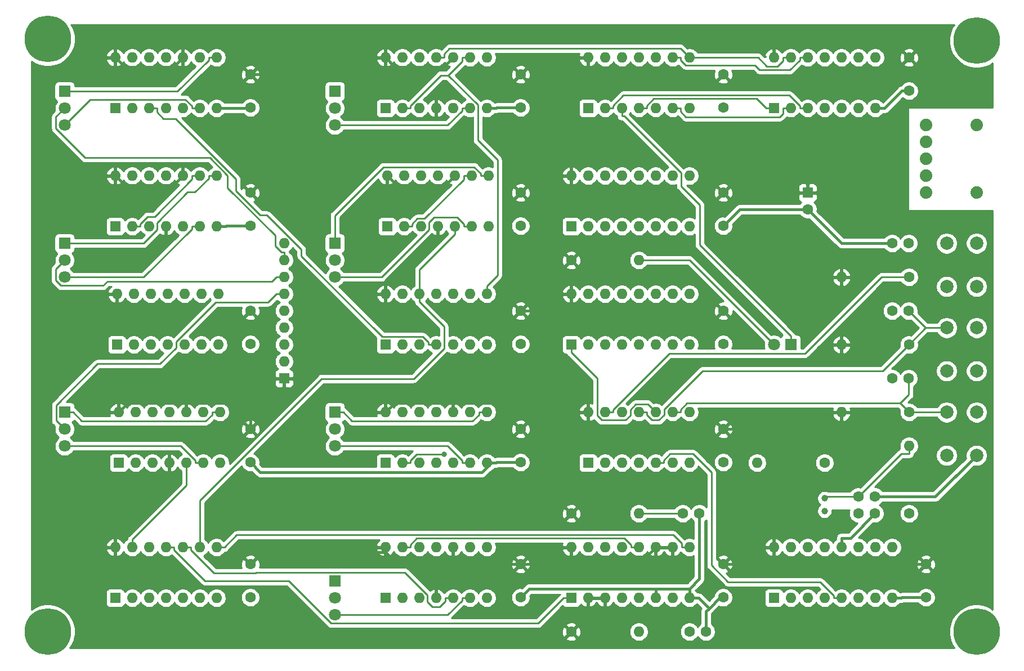
<source format=gbr>
G04 #@! TF.GenerationSoftware,KiCad,Pcbnew,5.1.12-5.1.12*
G04 #@! TF.CreationDate,2021-12-20T18:48:56+11:00*
G04 #@! TF.ProjectId,ttlclock3,74746c63-6c6f-4636-9b33-2e6b69636164,rev?*
G04 #@! TF.SameCoordinates,Original*
G04 #@! TF.FileFunction,Copper,L1,Top*
G04 #@! TF.FilePolarity,Positive*
%FSLAX46Y46*%
G04 Gerber Fmt 4.6, Leading zero omitted, Abs format (unit mm)*
G04 Created by KiCad (PCBNEW 5.1.12-5.1.12) date 2021-12-20 18:48:56*
%MOMM*%
%LPD*%
G01*
G04 APERTURE LIST*
G04 #@! TA.AperFunction,ComponentPad*
%ADD10C,1.600000*%
G04 #@! TD*
G04 #@! TA.AperFunction,ComponentPad*
%ADD11O,1.600000X1.600000*%
G04 #@! TD*
G04 #@! TA.AperFunction,ComponentPad*
%ADD12R,1.600000X1.600000*%
G04 #@! TD*
G04 #@! TA.AperFunction,ComponentPad*
%ADD13C,1.879600*%
G04 #@! TD*
G04 #@! TA.AperFunction,ComponentPad*
%ADD14C,1.000000*%
G04 #@! TD*
G04 #@! TA.AperFunction,ComponentPad*
%ADD15C,2.000000*%
G04 #@! TD*
G04 #@! TA.AperFunction,ComponentPad*
%ADD16C,7.000000*%
G04 #@! TD*
G04 #@! TA.AperFunction,ComponentPad*
%ADD17C,1.800000*%
G04 #@! TD*
G04 #@! TA.AperFunction,ComponentPad*
%ADD18R,1.800000X1.800000*%
G04 #@! TD*
G04 #@! TA.AperFunction,ViaPad*
%ADD19C,0.800000*%
G04 #@! TD*
G04 #@! TA.AperFunction,Conductor*
%ADD20C,0.400000*%
G04 #@! TD*
G04 #@! TA.AperFunction,Conductor*
%ADD21C,0.250000*%
G04 #@! TD*
G04 #@! TA.AperFunction,Conductor*
%ADD22C,0.254000*%
G04 #@! TD*
G04 #@! TA.AperFunction,Conductor*
%ADD23C,0.100000*%
G04 #@! TD*
G04 APERTURE END LIST*
D10*
G04 #@! TO.P,C6,2*
G04 #@! TO.N,GND*
X203200000Y-48180000D03*
G04 #@! TO.P,C6,1*
G04 #@! TO.N,+5V*
X203200000Y-43180000D03*
G04 #@! TD*
D11*
G04 #@! TO.P,U6,14*
G04 #@! TO.N,+5V*
X182880000Y-43180000D03*
G04 #@! TO.P,U6,7*
G04 #@! TO.N,GND*
X198120000Y-50800000D03*
G04 #@! TO.P,U6,13*
G04 #@! TO.N,/M0/Ci*
X185420000Y-43180000D03*
G04 #@! TO.P,U6,6*
G04 #@! TO.N,N/C*
X195580000Y-50800000D03*
G04 #@! TO.P,U6,12*
G04 #@! TO.N,Net-(U5-Pad9)*
X187960000Y-43180000D03*
G04 #@! TO.P,U6,5*
G04 #@! TO.N,N/C*
X193040000Y-50800000D03*
G04 #@! TO.P,U6,11*
G04 #@! TO.N,Net-(U5-Pad12)*
X190500000Y-43180000D03*
G04 #@! TO.P,U6,4*
G04 #@! TO.N,N/C*
X190500000Y-50800000D03*
G04 #@! TO.P,U6,10*
X193040000Y-43180000D03*
G04 #@! TO.P,U6,3*
G04 #@! TO.N,Net-(U5-Pad2)*
X187960000Y-50800000D03*
G04 #@! TO.P,U6,9*
G04 #@! TO.N,N/C*
X195580000Y-43180000D03*
G04 #@! TO.P,U6,2*
G04 #@! TO.N,/1div5Hz*
X185420000Y-50800000D03*
G04 #@! TO.P,U6,8*
G04 #@! TO.N,N/C*
X198120000Y-43180000D03*
D12*
G04 #@! TO.P,U6,1*
G04 #@! TO.N,Net-(U5-Pad4)*
X182880000Y-50800000D03*
G04 #@! TD*
D13*
G04 #@! TO.P,J3,1*
G04 #@! TO.N,GND*
X213360000Y-63500000D03*
G04 #@! TD*
G04 #@! TO.P,J2,1*
G04 #@! TO.N,GND*
X213360000Y-53340000D03*
G04 #@! TD*
G04 #@! TO.P,J1,5*
G04 #@! TO.N,+5V*
X205740000Y-63500000D03*
G04 #@! TO.P,J1,4*
G04 #@! TO.N,Net-(J1-Pad4)*
X205740000Y-60960000D03*
G04 #@! TO.P,J1,3*
G04 #@! TO.N,Net-(J1-Pad3)*
X205740000Y-58420000D03*
G04 #@! TO.P,J1,2*
G04 #@! TO.N,Net-(J1-Pad2)*
X205740000Y-55880000D03*
G04 #@! TO.P,J1,1*
G04 #@! TO.N,GND*
X205740000Y-53340000D03*
G04 #@! TD*
D11*
G04 #@! TO.P,R25,2*
G04 #@! TO.N,Net-(C25-Pad1)*
X162560000Y-111760000D03*
D10*
G04 #@! TO.P,R25,1*
G04 #@! TO.N,+5V*
X152400000Y-111760000D03*
G04 #@! TD*
D11*
G04 #@! TO.P,R24,2*
G04 #@! TO.N,Net-(C24-Pad1)*
X162560000Y-129540000D03*
D10*
G04 #@! TO.P,R24,1*
G04 #@! TO.N,+5V*
X152400000Y-129540000D03*
G04 #@! TD*
D11*
G04 #@! TO.P,R4,2*
G04 #@! TO.N,Net-(D9-Pad2)*
X162560000Y-73660000D03*
D10*
G04 #@! TO.P,R4,1*
G04 #@! TO.N,+5V*
X152400000Y-73660000D03*
G04 #@! TD*
D11*
G04 #@! TO.P,U3,16*
G04 #@! TO.N,+5V*
X152400000Y-60960000D03*
G04 #@! TO.P,U3,8*
G04 #@! TO.N,GND*
X170180000Y-68580000D03*
G04 #@! TO.P,U3,15*
G04 #@! TO.N,/HOLD*
X154940000Y-60960000D03*
G04 #@! TO.P,U3,7*
G04 #@! TO.N,Net-(U3-Pad7)*
X167640000Y-68580000D03*
G04 #@! TO.P,U3,14*
G04 #@! TO.N,Net-(U3-Pad14)*
X157480000Y-60960000D03*
G04 #@! TO.P,U3,6*
G04 #@! TO.N,Net-(U3-Pad6)*
X165100000Y-68580000D03*
G04 #@! TO.P,U3,13*
G04 #@! TO.N,Net-(U3-Pad13)*
X160020000Y-60960000D03*
G04 #@! TO.P,U3,5*
G04 #@! TO.N,Net-(U3-Pad5)*
X162560000Y-68580000D03*
G04 #@! TO.P,U3,12*
G04 #@! TO.N,Net-(U3-Pad12)*
X162560000Y-60960000D03*
G04 #@! TO.P,U3,4*
G04 #@! TO.N,Net-(U3-Pad4)*
X160020000Y-68580000D03*
G04 #@! TO.P,U3,11*
G04 #@! TO.N,/1div5Hz*
X165100000Y-60960000D03*
G04 #@! TO.P,U3,3*
G04 #@! TO.N,Net-(U3-Pad3)*
X157480000Y-68580000D03*
G04 #@! TO.P,U3,10*
G04 #@! TO.N,/1024Hz*
X167640000Y-60960000D03*
G04 #@! TO.P,U3,2*
G04 #@! TO.N,Net-(U3-Pad2)*
X154940000Y-68580000D03*
G04 #@! TO.P,U3,9*
G04 #@! TO.N,Net-(U3-Pad9)*
X170180000Y-60960000D03*
D12*
G04 #@! TO.P,U3,1*
G04 #@! TO.N,/S1*
X152400000Y-68580000D03*
G04 #@! TD*
D11*
G04 #@! TO.P,U2,16*
G04 #@! TO.N,+5V*
X152400000Y-78740000D03*
G04 #@! TO.P,U2,8*
G04 #@! TO.N,GND*
X170180000Y-86360000D03*
G04 #@! TO.P,U2,15*
G04 #@! TO.N,/HOLD*
X154940000Y-78740000D03*
G04 #@! TO.P,U2,7*
G04 #@! TO.N,Net-(U2-Pad7)*
X167640000Y-86360000D03*
G04 #@! TO.P,U2,14*
G04 #@! TO.N,Net-(U2-Pad14)*
X157480000Y-78740000D03*
G04 #@! TO.P,U2,6*
G04 #@! TO.N,/256Hz*
X165100000Y-86360000D03*
G04 #@! TO.P,U2,13*
G04 #@! TO.N,Net-(U2-Pad13)*
X160020000Y-78740000D03*
G04 #@! TO.P,U2,5*
G04 #@! TO.N,/2Hz*
X162560000Y-86360000D03*
G04 #@! TO.P,U2,12*
G04 #@! TO.N,Net-(U2-Pad12)*
X162560000Y-78740000D03*
G04 #@! TO.P,U2,4*
G04 #@! TO.N,Net-(U2-Pad4)*
X160020000Y-86360000D03*
G04 #@! TO.P,U2,11*
G04 #@! TO.N,Net-(U2-Pad11)*
X165100000Y-78740000D03*
G04 #@! TO.P,U2,3*
G04 #@! TO.N,Net-(U2-Pad3)*
X157480000Y-86360000D03*
G04 #@! TO.P,U2,10*
G04 #@! TO.N,Net-(U2-Pad10)*
X167640000Y-78740000D03*
G04 #@! TO.P,U2,2*
G04 #@! TO.N,Net-(U2-Pad2)*
X154940000Y-86360000D03*
G04 #@! TO.P,U2,9*
G04 #@! TO.N,Net-(U2-Pad9)*
X170180000Y-78740000D03*
D12*
G04 #@! TO.P,U2,1*
G04 #@! TO.N,/S0*
X152400000Y-86360000D03*
G04 #@! TD*
D10*
G04 #@! TO.P,C3,2*
G04 #@! TO.N,GND*
X175260000Y-68500000D03*
G04 #@! TO.P,C3,1*
G04 #@! TO.N,+5V*
X175260000Y-63500000D03*
G04 #@! TD*
D11*
G04 #@! TO.P,U5,14*
G04 #@! TO.N,+5V*
X154940000Y-43180000D03*
G04 #@! TO.P,U5,7*
G04 #@! TO.N,GND*
X170180000Y-50800000D03*
G04 #@! TO.P,U5,13*
G04 #@! TO.N,Net-(U3-Pad9)*
X157480000Y-43180000D03*
G04 #@! TO.P,U5,6*
G04 #@! TO.N,/1div5Hz*
X167640000Y-50800000D03*
G04 #@! TO.P,U5,12*
G04 #@! TO.N,Net-(U5-Pad12)*
X160020000Y-43180000D03*
G04 #@! TO.P,U5,5*
G04 #@! TO.N,Net-(U5-Pad5)*
X165100000Y-50800000D03*
G04 #@! TO.P,U5,11*
G04 #@! TO.N,Net-(U5-Pad11)*
X162560000Y-43180000D03*
G04 #@! TO.P,U5,4*
G04 #@! TO.N,Net-(U5-Pad4)*
X162560000Y-50800000D03*
G04 #@! TO.P,U5,10*
G04 #@! TO.N,Net-(U5-Pad10)*
X165100000Y-43180000D03*
G04 #@! TO.P,U5,3*
G04 #@! TO.N,Net-(D9-Pad1)*
X160020000Y-50800000D03*
G04 #@! TO.P,U5,9*
G04 #@! TO.N,Net-(U5-Pad9)*
X167640000Y-43180000D03*
G04 #@! TO.P,U5,2*
G04 #@! TO.N,Net-(U5-Pad2)*
X157480000Y-50800000D03*
G04 #@! TO.P,U5,8*
G04 #@! TO.N,/M0/Ci*
X170180000Y-43180000D03*
D12*
G04 #@! TO.P,U5,1*
G04 #@! TO.N,Net-(U2-Pad7)*
X154940000Y-50800000D03*
G04 #@! TD*
D11*
G04 #@! TO.P,U4,16*
G04 #@! TO.N,+5V*
X182880000Y-116840000D03*
G04 #@! TO.P,U4,8*
G04 #@! TO.N,GND*
X200660000Y-124460000D03*
G04 #@! TO.P,U4,15*
G04 #@! TO.N,Net-(U4-Pad15)*
X185420000Y-116840000D03*
G04 #@! TO.P,U4,7*
G04 #@! TO.N,Net-(U4-Pad7)*
X198120000Y-124460000D03*
G04 #@! TO.P,U4,14*
G04 #@! TO.N,Net-(U4-Pad14)*
X187960000Y-116840000D03*
G04 #@! TO.P,U4,6*
G04 #@! TO.N,Net-(U1-Pad3)*
X195580000Y-124460000D03*
G04 #@! TO.P,U4,13*
G04 #@! TO.N,Net-(U4-Pad13)*
X190500000Y-116840000D03*
G04 #@! TO.P,U4,5*
G04 #@! TO.N,Net-(U1-Pad5)*
X193040000Y-124460000D03*
G04 #@! TO.P,U4,12*
G04 #@! TO.N,GND*
X193040000Y-116840000D03*
G04 #@! TO.P,U4,4*
G04 #@! TO.N,Net-(U4-Pad4)*
X190500000Y-124460000D03*
G04 #@! TO.P,U4,11*
G04 #@! TO.N,Net-(C30-Pad1)*
X195580000Y-116840000D03*
G04 #@! TO.P,U4,3*
G04 #@! TO.N,Net-(U1-Pad1)*
X187960000Y-124460000D03*
G04 #@! TO.P,U4,10*
G04 #@! TO.N,Net-(R30-Pad1)*
X198120000Y-116840000D03*
G04 #@! TO.P,U4,2*
G04 #@! TO.N,Net-(U4-Pad2)*
X185420000Y-124460000D03*
G04 #@! TO.P,U4,9*
G04 #@! TO.N,Net-(U4-Pad9)*
X200660000Y-116840000D03*
D12*
G04 #@! TO.P,U4,1*
G04 #@! TO.N,Net-(U4-Pad1)*
X182880000Y-124460000D03*
G04 #@! TD*
D11*
G04 #@! TO.P,U1,14*
G04 #@! TO.N,+5V*
X154940000Y-96520000D03*
G04 #@! TO.P,U1,7*
G04 #@! TO.N,GND*
X170180000Y-104140000D03*
G04 #@! TO.P,U1,13*
G04 #@! TO.N,Net-(C34-Pad2)*
X157480000Y-96520000D03*
G04 #@! TO.P,U1,6*
G04 #@! TO.N,/1024Hz*
X167640000Y-104140000D03*
G04 #@! TO.P,U1,12*
G04 #@! TO.N,/S1*
X160020000Y-96520000D03*
G04 #@! TO.P,U1,5*
G04 #@! TO.N,Net-(U1-Pad5)*
X165100000Y-104140000D03*
G04 #@! TO.P,U1,11*
G04 #@! TO.N,Net-(C33-Pad2)*
X162560000Y-96520000D03*
G04 #@! TO.P,U1,4*
G04 #@! TO.N,/256Hz*
X162560000Y-104140000D03*
G04 #@! TO.P,U1,10*
G04 #@! TO.N,/S0*
X165100000Y-96520000D03*
G04 #@! TO.P,U1,3*
G04 #@! TO.N,Net-(U1-Pad3)*
X160020000Y-104140000D03*
G04 #@! TO.P,U1,9*
G04 #@! TO.N,Net-(C32-Pad2)*
X167640000Y-96520000D03*
G04 #@! TO.P,U1,2*
G04 #@! TO.N,/2Hz*
X157480000Y-104140000D03*
G04 #@! TO.P,U1,8*
G04 #@! TO.N,/HOLD*
X170180000Y-96520000D03*
D12*
G04 #@! TO.P,U1,1*
G04 #@! TO.N,Net-(U1-Pad1)*
X154940000Y-104140000D03*
G04 #@! TD*
D10*
G04 #@! TO.P,C34,2*
G04 #@! TO.N,Net-(C34-Pad2)*
X203160000Y-71120000D03*
G04 #@! TO.P,C34,1*
G04 #@! TO.N,GND*
X200660000Y-71120000D03*
G04 #@! TD*
G04 #@! TO.P,C33,2*
G04 #@! TO.N,Net-(C33-Pad2)*
X203160000Y-81280000D03*
G04 #@! TO.P,C33,1*
G04 #@! TO.N,GND*
X200660000Y-81280000D03*
G04 #@! TD*
G04 #@! TO.P,C32,2*
G04 #@! TO.N,Net-(C32-Pad2)*
X203160000Y-91440000D03*
G04 #@! TO.P,C32,1*
G04 #@! TO.N,GND*
X200660000Y-91440000D03*
G04 #@! TD*
G04 #@! TO.P,C25,2*
G04 #@! TO.N,GND*
X171664000Y-111760000D03*
G04 #@! TO.P,C25,1*
G04 #@! TO.N,Net-(C25-Pad1)*
X169164000Y-111760000D03*
G04 #@! TD*
G04 #@! TO.P,C24,2*
G04 #@! TO.N,GND*
X172680000Y-129540000D03*
G04 #@! TO.P,C24,1*
G04 #@! TO.N,Net-(C24-Pad1)*
X170180000Y-129540000D03*
G04 #@! TD*
G04 #@! TO.P,C23,2*
G04 #@! TO.N,GND*
X175260000Y-124380000D03*
G04 #@! TO.P,C23,1*
G04 #@! TO.N,+5V*
X175260000Y-119380000D03*
G04 #@! TD*
G04 #@! TO.P,C16,2*
G04 #@! TO.N,GND*
X104140000Y-104060000D03*
G04 #@! TO.P,C16,1*
G04 #@! TO.N,+5V*
X104140000Y-99060000D03*
G04 #@! TD*
G04 #@! TO.P,C15,2*
G04 #@! TO.N,GND*
X104140000Y-68500000D03*
G04 #@! TO.P,C15,1*
G04 #@! TO.N,+5V*
X104140000Y-63500000D03*
G04 #@! TD*
G04 #@! TO.P,C14,2*
G04 #@! TO.N,GND*
X104140000Y-50720000D03*
G04 #@! TO.P,C14,1*
G04 #@! TO.N,+5V*
X104140000Y-45720000D03*
G04 #@! TD*
G04 #@! TO.P,C13,2*
G04 #@! TO.N,GND*
X144780000Y-124380000D03*
G04 #@! TO.P,C13,1*
G04 #@! TO.N,+5V*
X144780000Y-119380000D03*
G04 #@! TD*
G04 #@! TO.P,C12,2*
G04 #@! TO.N,GND*
X144780000Y-104060000D03*
G04 #@! TO.P,C12,1*
G04 #@! TO.N,+5V*
X144780000Y-99060000D03*
G04 #@! TD*
G04 #@! TO.P,C11,2*
G04 #@! TO.N,GND*
X144780000Y-68500000D03*
G04 #@! TO.P,C11,1*
G04 #@! TO.N,+5V*
X144780000Y-63500000D03*
G04 #@! TD*
G04 #@! TO.P,C10,2*
G04 #@! TO.N,GND*
X144780000Y-50720000D03*
G04 #@! TO.P,C10,1*
G04 #@! TO.N,+5V*
X144780000Y-45720000D03*
G04 #@! TD*
D14*
G04 #@! TO.P,Y1,2*
G04 #@! TO.N,Net-(C30-Pad1)*
X190500000Y-111374000D03*
G04 #@! TO.P,Y1,1*
G04 #@! TO.N,Net-(C31-Pad1)*
X190500000Y-109474000D03*
G04 #@! TD*
D11*
G04 #@! TO.P,U23,16*
G04 #@! TO.N,+5V*
X152400000Y-116840000D03*
G04 #@! TO.P,U23,8*
G04 #@! TO.N,GND*
X170180000Y-124460000D03*
G04 #@! TO.P,U23,15*
G04 #@! TO.N,Net-(C25-Pad1)*
X154940000Y-116840000D03*
G04 #@! TO.P,U23,7*
G04 #@! TO.N,Net-(C24-Pad1)*
X167640000Y-124460000D03*
G04 #@! TO.P,U23,14*
G04 #@! TO.N,GND*
X157480000Y-116840000D03*
G04 #@! TO.P,U23,6*
X165100000Y-124460000D03*
G04 #@! TO.P,U23,13*
G04 #@! TO.N,Net-(U23-Pad13)*
X160020000Y-116840000D03*
G04 #@! TO.P,U23,5*
G04 #@! TO.N,Net-(U23-Pad5)*
X162560000Y-124460000D03*
G04 #@! TO.P,U23,12*
G04 #@! TO.N,/M0/~R*
X162560000Y-116840000D03*
G04 #@! TO.P,U23,4*
G04 #@! TO.N,/H0/~R*
X160020000Y-124460000D03*
G04 #@! TO.P,U23,11*
G04 #@! TO.N,+5V*
X165100000Y-116840000D03*
G04 #@! TO.P,U23,3*
X157480000Y-124460000D03*
G04 #@! TO.P,U23,10*
X167640000Y-116840000D03*
G04 #@! TO.P,U23,2*
X154940000Y-124460000D03*
G04 #@! TO.P,U23,9*
G04 #@! TO.N,Net-(U22-Pad8)*
X170180000Y-116840000D03*
D12*
G04 #@! TO.P,U23,1*
G04 #@! TO.N,Net-(U22-Pad11)*
X152400000Y-124460000D03*
G04 #@! TD*
D11*
G04 #@! TO.P,U22,14*
G04 #@! TO.N,+5V*
X83820000Y-116840000D03*
G04 #@! TO.P,U22,7*
G04 #@! TO.N,GND*
X99060000Y-124460000D03*
G04 #@! TO.P,U22,13*
G04 #@! TO.N,/H18*
X86360000Y-116840000D03*
G04 #@! TO.P,U22,6*
G04 #@! TO.N,N/C*
X96520000Y-124460000D03*
G04 #@! TO.P,U22,12*
G04 #@! TO.N,/H6*
X88900000Y-116840000D03*
G04 #@! TO.P,U22,5*
G04 #@! TO.N,N/C*
X93980000Y-124460000D03*
G04 #@! TO.P,U22,11*
G04 #@! TO.N,Net-(U22-Pad11)*
X91440000Y-116840000D03*
G04 #@! TO.P,U22,4*
G04 #@! TO.N,N/C*
X91440000Y-124460000D03*
G04 #@! TO.P,U22,10*
G04 #@! TO.N,/M54*
X93980000Y-116840000D03*
G04 #@! TO.P,U22,3*
G04 #@! TO.N,N/C*
X88900000Y-124460000D03*
G04 #@! TO.P,U22,9*
G04 #@! TO.N,/M6*
X96520000Y-116840000D03*
G04 #@! TO.P,U22,2*
G04 #@! TO.N,N/C*
X86360000Y-124460000D03*
G04 #@! TO.P,U22,8*
G04 #@! TO.N,Net-(U22-Pad8)*
X99060000Y-116840000D03*
D12*
G04 #@! TO.P,U22,1*
G04 #@! TO.N,N/C*
X83820000Y-124460000D03*
G04 #@! TD*
D11*
G04 #@! TO.P,U21,14*
G04 #@! TO.N,+5V*
X84074000Y-78740000D03*
G04 #@! TO.P,U21,7*
G04 #@! TO.N,GND*
X99314000Y-86360000D03*
G04 #@! TO.P,U21,13*
G04 #@! TO.N,/H1/Ci*
X86614000Y-78740000D03*
G04 #@! TO.P,U21,6*
G04 #@! TO.N,N/C*
X96774000Y-86360000D03*
G04 #@! TO.P,U21,12*
G04 #@! TO.N,/H0/Q1*
X89154000Y-78740000D03*
G04 #@! TO.P,U21,5*
G04 #@! TO.N,N/C*
X94234000Y-86360000D03*
G04 #@! TO.P,U21,11*
G04 #@! TO.N,Net-(U14-Pad2)*
X91694000Y-78740000D03*
G04 #@! TO.P,U21,4*
G04 #@! TO.N,N/C*
X91694000Y-86360000D03*
G04 #@! TO.P,U21,10*
G04 #@! TO.N,/H2/Ci*
X94234000Y-78740000D03*
G04 #@! TO.P,U21,3*
G04 #@! TO.N,/H18*
X89154000Y-86360000D03*
G04 #@! TO.P,U21,9*
G04 #@! TO.N,/H6*
X96774000Y-78740000D03*
G04 #@! TO.P,U21,2*
G04 #@! TO.N,Net-(U16-Pad2)*
X86614000Y-86360000D03*
G04 #@! TO.P,U21,8*
G04 #@! TO.N,Net-(U15-Pad2)*
X99314000Y-78740000D03*
D12*
G04 #@! TO.P,U21,1*
G04 #@! TO.N,/H2/Co*
X84074000Y-86360000D03*
G04 #@! TD*
D11*
G04 #@! TO.P,U20,14*
G04 #@! TO.N,+5V*
X124460000Y-78740000D03*
G04 #@! TO.P,U20,7*
G04 #@! TO.N,GND*
X139700000Y-86360000D03*
G04 #@! TO.P,U20,13*
G04 #@! TO.N,/M2/Ci*
X127000000Y-78740000D03*
G04 #@! TO.P,U20,6*
G04 #@! TO.N,/M54*
X137160000Y-86360000D03*
G04 #@! TO.P,U20,12*
G04 #@! TO.N,/M6*
X129540000Y-78740000D03*
G04 #@! TO.P,U20,5*
G04 #@! TO.N,Net-(U13-Pad2)*
X134620000Y-86360000D03*
G04 #@! TO.P,U20,11*
G04 #@! TO.N,Net-(U11-Pad2)*
X132080000Y-78740000D03*
G04 #@! TO.P,U20,4*
G04 #@! TO.N,/M60*
X132080000Y-86360000D03*
G04 #@! TO.P,U20,10*
G04 #@! TO.N,/M1/Ci*
X134620000Y-78740000D03*
G04 #@! TO.P,U20,3*
G04 #@! TO.N,/M2/Q1*
X129540000Y-86360000D03*
G04 #@! TO.P,U20,9*
G04 #@! TO.N,/M0/Q1*
X137160000Y-78740000D03*
G04 #@! TO.P,U20,2*
G04 #@! TO.N,Net-(U12-Pad2)*
X127000000Y-86360000D03*
G04 #@! TO.P,U20,8*
G04 #@! TO.N,Net-(U10-Pad2)*
X139700000Y-78740000D03*
D12*
G04 #@! TO.P,U20,1*
G04 #@! TO.N,/M3/Ci*
X124460000Y-86360000D03*
G04 #@! TD*
D11*
G04 #@! TO.P,U16,14*
G04 #@! TO.N,+5V*
X84328000Y-96520000D03*
G04 #@! TO.P,U16,7*
G04 #@! TO.N,GND*
X99568000Y-104140000D03*
G04 #@! TO.P,U16,13*
G04 #@! TO.N,/H0/~R*
X86868000Y-96520000D03*
G04 #@! TO.P,U16,6*
G04 #@! TO.N,/H2/~Q1*
X97028000Y-104140000D03*
G04 #@! TO.P,U16,12*
G04 #@! TO.N,/H2/Co*
X89408000Y-96520000D03*
G04 #@! TO.P,U16,5*
G04 #@! TO.N,/H18*
X94488000Y-104140000D03*
G04 #@! TO.P,U16,11*
G04 #@! TO.N,/H2/Ci*
X91948000Y-96520000D03*
G04 #@! TO.P,U16,4*
G04 #@! TO.N,+5V*
X91948000Y-104140000D03*
G04 #@! TO.P,U16,10*
X94488000Y-96520000D03*
G04 #@! TO.P,U16,3*
G04 #@! TO.N,/H2/Ci*
X89408000Y-104140000D03*
G04 #@! TO.P,U16,9*
G04 #@! TO.N,Net-(U16-Pad2)*
X97028000Y-96520000D03*
G04 #@! TO.P,U16,2*
X86868000Y-104140000D03*
G04 #@! TO.P,U16,8*
G04 #@! TO.N,/H2/~Q0*
X99568000Y-96520000D03*
D12*
G04 #@! TO.P,U16,1*
G04 #@! TO.N,/H0/~R*
X84328000Y-104140000D03*
G04 #@! TD*
D11*
G04 #@! TO.P,U15,14*
G04 #@! TO.N,+5V*
X83820000Y-60960000D03*
G04 #@! TO.P,U15,7*
G04 #@! TO.N,GND*
X99060000Y-68580000D03*
G04 #@! TO.P,U15,13*
G04 #@! TO.N,/H0/~R*
X86360000Y-60960000D03*
G04 #@! TO.P,U15,6*
G04 #@! TO.N,/H1/~Q1*
X96520000Y-68580000D03*
G04 #@! TO.P,U15,12*
G04 #@! TO.N,/H2/Ci*
X88900000Y-60960000D03*
G04 #@! TO.P,U15,5*
G04 #@! TO.N,/H6*
X93980000Y-68580000D03*
G04 #@! TO.P,U15,11*
G04 #@! TO.N,/H1/Ci*
X91440000Y-60960000D03*
G04 #@! TO.P,U15,4*
G04 #@! TO.N,+5V*
X91440000Y-68580000D03*
G04 #@! TO.P,U15,10*
X93980000Y-60960000D03*
G04 #@! TO.P,U15,3*
G04 #@! TO.N,/H1/Ci*
X88900000Y-68580000D03*
G04 #@! TO.P,U15,9*
G04 #@! TO.N,Net-(U15-Pad2)*
X96520000Y-60960000D03*
G04 #@! TO.P,U15,2*
X86360000Y-68580000D03*
G04 #@! TO.P,U15,8*
G04 #@! TO.N,/H1/~Q0*
X99060000Y-60960000D03*
D12*
G04 #@! TO.P,U15,1*
G04 #@! TO.N,/H0/~R*
X83820000Y-68580000D03*
G04 #@! TD*
D11*
G04 #@! TO.P,U14,14*
G04 #@! TO.N,+5V*
X83820000Y-43180000D03*
G04 #@! TO.P,U14,7*
G04 #@! TO.N,GND*
X99060000Y-50800000D03*
G04 #@! TO.P,U14,13*
G04 #@! TO.N,/H0/~R*
X86360000Y-43180000D03*
G04 #@! TO.P,U14,6*
G04 #@! TO.N,/H0/~Q1*
X96520000Y-50800000D03*
G04 #@! TO.P,U14,12*
G04 #@! TO.N,/H1/Ci*
X88900000Y-43180000D03*
G04 #@! TO.P,U14,5*
G04 #@! TO.N,/H0/Q1*
X93980000Y-50800000D03*
G04 #@! TO.P,U14,11*
G04 #@! TO.N,/M60*
X91440000Y-43180000D03*
G04 #@! TO.P,U14,4*
G04 #@! TO.N,+5V*
X91440000Y-50800000D03*
G04 #@! TO.P,U14,10*
X93980000Y-43180000D03*
G04 #@! TO.P,U14,3*
G04 #@! TO.N,/M60*
X88900000Y-50800000D03*
G04 #@! TO.P,U14,9*
G04 #@! TO.N,Net-(U14-Pad2)*
X96520000Y-43180000D03*
G04 #@! TO.P,U14,2*
X86360000Y-50800000D03*
G04 #@! TO.P,U14,8*
G04 #@! TO.N,/H0/~Q0*
X99060000Y-43180000D03*
D12*
G04 #@! TO.P,U14,1*
G04 #@! TO.N,/H0/~R*
X83820000Y-50800000D03*
G04 #@! TD*
D11*
G04 #@! TO.P,U13,14*
G04 #@! TO.N,+5V*
X124460000Y-116840000D03*
G04 #@! TO.P,U13,7*
G04 #@! TO.N,GND*
X139700000Y-124460000D03*
G04 #@! TO.P,U13,13*
G04 #@! TO.N,/M0/~R*
X127000000Y-116840000D03*
G04 #@! TO.P,U13,6*
G04 #@! TO.N,/M3/~Q1*
X137160000Y-124460000D03*
G04 #@! TO.P,U13,12*
G04 #@! TO.N,/M60*
X129540000Y-116840000D03*
G04 #@! TO.P,U13,5*
G04 #@! TO.N,/M54*
X134620000Y-124460000D03*
G04 #@! TO.P,U13,11*
G04 #@! TO.N,/M3/Ci*
X132080000Y-116840000D03*
G04 #@! TO.P,U13,4*
G04 #@! TO.N,+5V*
X132080000Y-124460000D03*
G04 #@! TO.P,U13,10*
X134620000Y-116840000D03*
G04 #@! TO.P,U13,3*
G04 #@! TO.N,/M3/Ci*
X129540000Y-124460000D03*
G04 #@! TO.P,U13,9*
G04 #@! TO.N,Net-(U13-Pad2)*
X137160000Y-116840000D03*
G04 #@! TO.P,U13,2*
X127000000Y-124460000D03*
G04 #@! TO.P,U13,8*
G04 #@! TO.N,/M3/~Q0*
X139700000Y-116840000D03*
D12*
G04 #@! TO.P,U13,1*
G04 #@! TO.N,/M0/~R*
X124460000Y-124460000D03*
G04 #@! TD*
D11*
G04 #@! TO.P,U12,14*
G04 #@! TO.N,+5V*
X124460000Y-96520000D03*
G04 #@! TO.P,U12,7*
G04 #@! TO.N,GND*
X139700000Y-104140000D03*
G04 #@! TO.P,U12,13*
G04 #@! TO.N,/M0/~R*
X127000000Y-96520000D03*
G04 #@! TO.P,U12,6*
G04 #@! TO.N,/M2/~Q1*
X137160000Y-104140000D03*
G04 #@! TO.P,U12,12*
G04 #@! TO.N,/M3/Ci*
X129540000Y-96520000D03*
G04 #@! TO.P,U12,5*
G04 #@! TO.N,/M2/Q1*
X134620000Y-104140000D03*
G04 #@! TO.P,U12,11*
G04 #@! TO.N,/M2/Ci*
X132080000Y-96520000D03*
G04 #@! TO.P,U12,4*
G04 #@! TO.N,+5V*
X132080000Y-104140000D03*
G04 #@! TO.P,U12,10*
X134620000Y-96520000D03*
G04 #@! TO.P,U12,3*
G04 #@! TO.N,/M2/Ci*
X129540000Y-104140000D03*
G04 #@! TO.P,U12,9*
G04 #@! TO.N,Net-(U12-Pad2)*
X137160000Y-96520000D03*
G04 #@! TO.P,U12,2*
X127000000Y-104140000D03*
G04 #@! TO.P,U12,8*
G04 #@! TO.N,/M2/~Q0*
X139700000Y-96520000D03*
D12*
G04 #@! TO.P,U12,1*
G04 #@! TO.N,/M0/~R*
X124460000Y-104140000D03*
G04 #@! TD*
D11*
G04 #@! TO.P,U11,14*
G04 #@! TO.N,+5V*
X124714000Y-60960000D03*
G04 #@! TO.P,U11,7*
G04 #@! TO.N,GND*
X139954000Y-68580000D03*
G04 #@! TO.P,U11,13*
G04 #@! TO.N,/M0/~R*
X127254000Y-60960000D03*
G04 #@! TO.P,U11,6*
G04 #@! TO.N,/M1/~Q1*
X137414000Y-68580000D03*
G04 #@! TO.P,U11,12*
G04 #@! TO.N,/M2/Ci*
X129794000Y-60960000D03*
G04 #@! TO.P,U11,5*
G04 #@! TO.N,/M6*
X134874000Y-68580000D03*
G04 #@! TO.P,U11,11*
G04 #@! TO.N,/M1/Ci*
X132334000Y-60960000D03*
G04 #@! TO.P,U11,4*
G04 #@! TO.N,+5V*
X132334000Y-68580000D03*
G04 #@! TO.P,U11,10*
X134874000Y-60960000D03*
G04 #@! TO.P,U11,3*
G04 #@! TO.N,/M1/Ci*
X129794000Y-68580000D03*
G04 #@! TO.P,U11,9*
G04 #@! TO.N,Net-(U11-Pad2)*
X137414000Y-60960000D03*
G04 #@! TO.P,U11,2*
X127254000Y-68580000D03*
G04 #@! TO.P,U11,8*
G04 #@! TO.N,/M1/~Q0*
X139954000Y-60960000D03*
D12*
G04 #@! TO.P,U11,1*
G04 #@! TO.N,/M0/~R*
X124714000Y-68580000D03*
G04 #@! TD*
D11*
G04 #@! TO.P,U10,14*
G04 #@! TO.N,+5V*
X124460000Y-43180000D03*
G04 #@! TO.P,U10,7*
G04 #@! TO.N,GND*
X139700000Y-50800000D03*
G04 #@! TO.P,U10,13*
G04 #@! TO.N,/M0/~R*
X127000000Y-43180000D03*
G04 #@! TO.P,U10,6*
G04 #@! TO.N,/M0/~Q1*
X137160000Y-50800000D03*
G04 #@! TO.P,U10,12*
G04 #@! TO.N,/M1/Ci*
X129540000Y-43180000D03*
G04 #@! TO.P,U10,5*
G04 #@! TO.N,/M0/Q1*
X134620000Y-50800000D03*
G04 #@! TO.P,U10,11*
G04 #@! TO.N,/M0/Ci*
X132080000Y-43180000D03*
G04 #@! TO.P,U10,4*
G04 #@! TO.N,+5V*
X132080000Y-50800000D03*
G04 #@! TO.P,U10,10*
X134620000Y-43180000D03*
G04 #@! TO.P,U10,3*
G04 #@! TO.N,/M0/Ci*
X129540000Y-50800000D03*
G04 #@! TO.P,U10,9*
G04 #@! TO.N,Net-(U10-Pad2)*
X137160000Y-43180000D03*
G04 #@! TO.P,U10,2*
X127000000Y-50800000D03*
G04 #@! TO.P,U10,8*
G04 #@! TO.N,/M0/~Q0*
X139700000Y-43180000D03*
D12*
G04 #@! TO.P,U10,1*
G04 #@! TO.N,/M0/~R*
X124460000Y-50800000D03*
G04 #@! TD*
D15*
G04 #@! TO.P,SW1,1*
G04 #@! TO.N,GND*
X213360000Y-103020000D03*
G04 #@! TO.P,SW1,2*
G04 #@! TO.N,Net-(C32-Pad2)*
X208860000Y-103020000D03*
G04 #@! TO.P,SW1,1*
G04 #@! TO.N,GND*
X213360000Y-96520000D03*
G04 #@! TO.P,SW1,2*
G04 #@! TO.N,Net-(C32-Pad2)*
X208860000Y-96520000D03*
G04 #@! TD*
G04 #@! TO.P,SW2,1*
G04 #@! TO.N,GND*
X213360000Y-90320000D03*
G04 #@! TO.P,SW2,2*
G04 #@! TO.N,Net-(C33-Pad2)*
X208860000Y-90320000D03*
G04 #@! TO.P,SW2,1*
G04 #@! TO.N,GND*
X213360000Y-83820000D03*
G04 #@! TO.P,SW2,2*
G04 #@! TO.N,Net-(C33-Pad2)*
X208860000Y-83820000D03*
G04 #@! TD*
G04 #@! TO.P,SW3,1*
G04 #@! TO.N,GND*
X213360000Y-77620000D03*
G04 #@! TO.P,SW3,2*
G04 #@! TO.N,Net-(C34-Pad2)*
X208860000Y-77620000D03*
G04 #@! TO.P,SW3,1*
G04 #@! TO.N,GND*
X213360000Y-71120000D03*
G04 #@! TO.P,SW3,2*
G04 #@! TO.N,Net-(C34-Pad2)*
X208860000Y-71120000D03*
G04 #@! TD*
D11*
G04 #@! TO.P,RN1,9*
G04 #@! TO.N,Net-(RN1-Pad9)*
X109220000Y-71120000D03*
G04 #@! TO.P,RN1,8*
G04 #@! TO.N,/A14*
X109220000Y-73660000D03*
G04 #@! TO.P,RN1,7*
G04 #@! TO.N,/A15*
X109220000Y-76200000D03*
G04 #@! TO.P,RN1,6*
G04 #@! TO.N,/A16*
X109220000Y-78740000D03*
G04 #@! TO.P,RN1,5*
G04 #@! TO.N,Net-(D10-Pad2)*
X109220000Y-81280000D03*
G04 #@! TO.P,RN1,4*
G04 #@! TO.N,Net-(D11-Pad2)*
X109220000Y-83820000D03*
G04 #@! TO.P,RN1,3*
G04 #@! TO.N,Net-(D12-Pad2)*
X109220000Y-86360000D03*
G04 #@! TO.P,RN1,2*
G04 #@! TO.N,Net-(D13-Pad2)*
X109220000Y-88900000D03*
D12*
G04 #@! TO.P,RN1,1*
G04 #@! TO.N,+5V*
X109220000Y-91440000D03*
G04 #@! TD*
D11*
G04 #@! TO.P,R17,2*
G04 #@! TO.N,+5V*
X193040000Y-76200000D03*
D10*
G04 #@! TO.P,R17,1*
G04 #@! TO.N,Net-(C34-Pad2)*
X203200000Y-76200000D03*
G04 #@! TD*
D11*
G04 #@! TO.P,R16,2*
G04 #@! TO.N,+5V*
X193040000Y-86360000D03*
D10*
G04 #@! TO.P,R16,1*
G04 #@! TO.N,Net-(C33-Pad2)*
X203200000Y-86360000D03*
G04 #@! TD*
D11*
G04 #@! TO.P,R15,2*
G04 #@! TO.N,+5V*
X193040000Y-96520000D03*
D10*
G04 #@! TO.P,R15,1*
G04 #@! TO.N,Net-(C32-Pad2)*
X203200000Y-96520000D03*
G04 #@! TD*
D11*
G04 #@! TO.P,R31,2*
G04 #@! TO.N,Net-(C31-Pad1)*
X203200000Y-101600000D03*
D10*
G04 #@! TO.P,R31,1*
G04 #@! TO.N,Net-(R30-Pad1)*
X203200000Y-111760000D03*
G04 #@! TD*
D11*
G04 #@! TO.P,R30,2*
G04 #@! TO.N,Net-(C30-Pad1)*
X180340000Y-104140000D03*
D10*
G04 #@! TO.P,R30,1*
G04 #@! TO.N,Net-(R30-Pad1)*
X190500000Y-104140000D03*
G04 #@! TD*
D16*
G04 #@! TO.P,H4,1*
G04 #@! TO.N,N/C*
X213360000Y-129540000D03*
G04 #@! TD*
G04 #@! TO.P,H3,1*
G04 #@! TO.N,N/C*
X73660000Y-129540000D03*
G04 #@! TD*
G04 #@! TO.P,H2,1*
G04 #@! TO.N,N/C*
X213360000Y-40640000D03*
G04 #@! TD*
G04 #@! TO.P,H1,1*
G04 #@! TO.N,N/C*
X73660000Y-40386000D03*
G04 #@! TD*
D17*
G04 #@! TO.P,D9,2*
G04 #@! TO.N,Net-(D9-Pad2)*
X182880000Y-86360000D03*
D18*
G04 #@! TO.P,D9,1*
G04 #@! TO.N,Net-(D9-Pad1)*
X185420000Y-86360000D03*
G04 #@! TD*
D17*
G04 #@! TO.P,D16,3*
G04 #@! TO.N,/H2/~Q1*
X76200000Y-101600000D03*
G04 #@! TO.P,D16,2*
G04 #@! TO.N,/A16*
X76200000Y-99060000D03*
D18*
G04 #@! TO.P,D16,1*
G04 #@! TO.N,/H2/~Q0*
X76200000Y-96520000D03*
G04 #@! TD*
D17*
G04 #@! TO.P,D15,3*
G04 #@! TO.N,/H1/~Q1*
X76200000Y-76200000D03*
G04 #@! TO.P,D15,2*
G04 #@! TO.N,/A15*
X76200000Y-73660000D03*
D18*
G04 #@! TO.P,D15,1*
G04 #@! TO.N,/H1/~Q0*
X76200000Y-71120000D03*
G04 #@! TD*
D17*
G04 #@! TO.P,D14,3*
G04 #@! TO.N,/H0/~Q1*
X76200000Y-53340000D03*
G04 #@! TO.P,D14,2*
G04 #@! TO.N,/A14*
X76200000Y-50800000D03*
D18*
G04 #@! TO.P,D14,1*
G04 #@! TO.N,/H0/~Q0*
X76200000Y-48260000D03*
G04 #@! TD*
D17*
G04 #@! TO.P,D13,3*
G04 #@! TO.N,/M3/~Q1*
X116840000Y-127000000D03*
G04 #@! TO.P,D13,2*
G04 #@! TO.N,Net-(D13-Pad2)*
X116840000Y-124460000D03*
D18*
G04 #@! TO.P,D13,1*
G04 #@! TO.N,/M3/~Q0*
X116840000Y-121920000D03*
G04 #@! TD*
D17*
G04 #@! TO.P,D12,3*
G04 #@! TO.N,/M2/~Q1*
X116840000Y-101600000D03*
G04 #@! TO.P,D12,2*
G04 #@! TO.N,Net-(D12-Pad2)*
X116840000Y-99060000D03*
D18*
G04 #@! TO.P,D12,1*
G04 #@! TO.N,/M2/~Q0*
X116840000Y-96520000D03*
G04 #@! TD*
D17*
G04 #@! TO.P,D11,3*
G04 #@! TO.N,/M1/~Q1*
X116840000Y-76200000D03*
G04 #@! TO.P,D11,2*
G04 #@! TO.N,Net-(D11-Pad2)*
X116840000Y-73660000D03*
D18*
G04 #@! TO.P,D11,1*
G04 #@! TO.N,/M1/~Q0*
X116840000Y-71120000D03*
G04 #@! TD*
D17*
G04 #@! TO.P,D10,3*
G04 #@! TO.N,/M0/~Q1*
X116840000Y-53340000D03*
G04 #@! TO.P,D10,2*
G04 #@! TO.N,Net-(D10-Pad2)*
X116840000Y-50800000D03*
D18*
G04 #@! TO.P,D10,1*
G04 #@! TO.N,/M0/~Q0*
X116840000Y-48260000D03*
G04 #@! TD*
D10*
G04 #@! TO.P,C9,2*
G04 #@! TO.N,GND*
X187960000Y-66000000D03*
D12*
G04 #@! TO.P,C9,1*
G04 #@! TO.N,+5V*
X187960000Y-63500000D03*
G04 #@! TD*
D10*
G04 #@! TO.P,C22,2*
G04 #@! TO.N,GND*
X104140000Y-124380000D03*
G04 #@! TO.P,C22,1*
G04 #@! TO.N,+5V*
X104140000Y-119380000D03*
G04 #@! TD*
G04 #@! TO.P,C21,2*
G04 #@! TO.N,GND*
X104140000Y-86280000D03*
G04 #@! TO.P,C21,1*
G04 #@! TO.N,+5V*
X104140000Y-81280000D03*
G04 #@! TD*
G04 #@! TO.P,C20,2*
G04 #@! TO.N,GND*
X144780000Y-86280000D03*
G04 #@! TO.P,C20,1*
G04 #@! TO.N,+5V*
X144780000Y-81280000D03*
G04 #@! TD*
G04 #@! TO.P,C5,2*
G04 #@! TO.N,GND*
X175260000Y-50720000D03*
G04 #@! TO.P,C5,1*
G04 #@! TO.N,+5V*
X175260000Y-45720000D03*
G04 #@! TD*
G04 #@! TO.P,C2,2*
G04 #@! TO.N,GND*
X175260000Y-86280000D03*
G04 #@! TO.P,C2,1*
G04 #@! TO.N,+5V*
X175260000Y-81280000D03*
G04 #@! TD*
G04 #@! TO.P,C4,2*
G04 #@! TO.N,GND*
X205740000Y-124380000D03*
G04 #@! TO.P,C4,1*
G04 #@! TO.N,+5V*
X205740000Y-119380000D03*
G04 #@! TD*
G04 #@! TO.P,C1,2*
G04 #@! TO.N,GND*
X175260000Y-104060000D03*
G04 #@! TO.P,C1,1*
G04 #@! TO.N,+5V*
X175260000Y-99060000D03*
G04 #@! TD*
G04 #@! TO.P,C31,2*
G04 #@! TO.N,GND*
X198080000Y-109220000D03*
G04 #@! TO.P,C31,1*
G04 #@! TO.N,Net-(C31-Pad1)*
X195580000Y-109220000D03*
G04 #@! TD*
G04 #@! TO.P,C30,2*
G04 #@! TO.N,GND*
X198080000Y-111760000D03*
G04 #@! TO.P,C30,1*
G04 #@! TO.N,Net-(C30-Pad1)*
X195580000Y-111760000D03*
G04 #@! TD*
D19*
G04 #@! TO.N,Net-(U12-Pad2)*
X133267300Y-102814600D03*
G04 #@! TD*
D20*
G04 #@! TO.N,GND*
X193040000Y-116840000D02*
X193040000Y-115439700D01*
X198080000Y-111760000D02*
X194400300Y-115439700D01*
X194400300Y-115439700D02*
X193040000Y-115439700D01*
X170180000Y-123059700D02*
X165100000Y-123059700D01*
X165100000Y-123059700D02*
X146100300Y-123059700D01*
X146100300Y-123059700D02*
X144780000Y-124380000D01*
X171664000Y-111760000D02*
X171664000Y-121575700D01*
X171664000Y-121575700D02*
X170180000Y-123059700D01*
X165100000Y-124460000D02*
X165100000Y-123059700D01*
X173130100Y-126009800D02*
X172680000Y-126459900D01*
X172680000Y-126459900D02*
X172680000Y-129540000D01*
X175260000Y-124380000D02*
X174759900Y-124380000D01*
X174759900Y-124380000D02*
X173130100Y-126009800D01*
X173130100Y-126009800D02*
X171580300Y-124460000D01*
X170180000Y-124460000D02*
X171580300Y-124460000D01*
X170180000Y-124460000D02*
X170180000Y-123059700D01*
X200660000Y-71120000D02*
X193080000Y-71120000D01*
X193080000Y-71120000D02*
X187960000Y-66000000D01*
X198080000Y-109220000D02*
X207160000Y-109220000D01*
X207160000Y-109220000D02*
X213360000Y-103020000D01*
X99060000Y-50800000D02*
X104060000Y-50800000D01*
X104060000Y-50800000D02*
X104140000Y-50720000D01*
X140400200Y-104140000D02*
X138999600Y-105540600D01*
X138999600Y-105540600D02*
X105620600Y-105540600D01*
X105620600Y-105540600D02*
X104140000Y-104060000D01*
X140400200Y-104140000D02*
X141100300Y-104140000D01*
X139700000Y-104140000D02*
X140400200Y-104140000D01*
X198120000Y-50800000D02*
X199520300Y-50800000D01*
X203200000Y-48180000D02*
X202140300Y-48180000D01*
X202140300Y-48180000D02*
X199520300Y-50800000D01*
X187960000Y-66000000D02*
X177760000Y-66000000D01*
X177760000Y-66000000D02*
X175260000Y-68500000D01*
X139700000Y-50800000D02*
X141100300Y-50800000D01*
X144780000Y-50720000D02*
X141180300Y-50720000D01*
X141180300Y-50720000D02*
X141100300Y-50800000D01*
X144780000Y-104060000D02*
X141180300Y-104060000D01*
X141180300Y-104060000D02*
X141100300Y-104140000D01*
X99060000Y-68580000D02*
X100460300Y-68580000D01*
X104140000Y-68500000D02*
X100540300Y-68500000D01*
X100540300Y-68500000D02*
X100460300Y-68580000D01*
X200660000Y-124460000D02*
X202060300Y-124460000D01*
X205740000Y-124380000D02*
X202140300Y-124380000D01*
X202140300Y-124380000D02*
X202060300Y-124460000D01*
G04 #@! TO.N,+5V*
X134620000Y-95119700D02*
X125860300Y-95119700D01*
X125860300Y-95119700D02*
X124460000Y-96520000D01*
X144780000Y-99060000D02*
X140839700Y-95119700D01*
X140839700Y-95119700D02*
X134620000Y-95119700D01*
X134620000Y-96520000D02*
X134620000Y-95119700D01*
X148459700Y-96520000D02*
X147320000Y-96520000D01*
X147320000Y-96520000D02*
X144780000Y-99060000D01*
X93980000Y-43180000D02*
X92535000Y-44625000D01*
X92535000Y-44625000D02*
X85265000Y-44625000D01*
X85265000Y-44625000D02*
X83820000Y-43180000D01*
X134620000Y-43180000D02*
X133219600Y-44580400D01*
X133219600Y-44580400D02*
X125860400Y-44580400D01*
X125860400Y-44580400D02*
X124460000Y-43180000D01*
X124460000Y-117609900D02*
X105910100Y-117609900D01*
X105910100Y-117609900D02*
X104140000Y-119380000D01*
X132080000Y-123059700D02*
X127799900Y-118779600D01*
X127799900Y-118779600D02*
X125629700Y-118779600D01*
X125629700Y-118779600D02*
X124460000Y-117609900D01*
X124460000Y-117609900D02*
X124460000Y-116840000D01*
X135759700Y-119380000D02*
X132080000Y-123059700D01*
X104140000Y-95119700D02*
X104140000Y-99060000D01*
X107489600Y-91440000D02*
X107489600Y-91770100D01*
X107489600Y-91770100D02*
X104140000Y-95119700D01*
X104140000Y-95119700D02*
X94488000Y-95119700D01*
X94488000Y-95119700D02*
X85728300Y-95119700D01*
X85728300Y-95119700D02*
X84328000Y-96520000D01*
X94488000Y-96520000D02*
X94488000Y-95119700D01*
X91948000Y-104140000D02*
X91948000Y-105540300D01*
X91948000Y-105540300D02*
X83820000Y-113668300D01*
X83820000Y-113668300D02*
X83820000Y-116840000D01*
X144780000Y-119380000D02*
X135759700Y-119380000D01*
X135759700Y-119380000D02*
X134620000Y-118240300D01*
X134620000Y-116840000D02*
X134620000Y-118240300D01*
X132080000Y-124460000D02*
X132080000Y-123059700D01*
X154940000Y-96520000D02*
X148459700Y-96520000D01*
X148459700Y-81280000D02*
X148459700Y-96520000D01*
X148459700Y-81280000D02*
X150999700Y-78740000D01*
X144780000Y-81280000D02*
X148459700Y-81280000D01*
X152400000Y-118240300D02*
X151260300Y-119380000D01*
X151260300Y-119380000D02*
X144780000Y-119380000D01*
X132334000Y-68580000D02*
X132334000Y-69980300D01*
X124460000Y-78740000D02*
X124460000Y-77339700D01*
X132334000Y-69980300D02*
X131819400Y-69980300D01*
X131819400Y-69980300D02*
X124460000Y-77339700D01*
X124460000Y-43180000D02*
X123059700Y-43180000D01*
X104140000Y-45720000D02*
X120519700Y-45720000D01*
X120519700Y-45720000D02*
X123059700Y-43180000D01*
X104140000Y-81280000D02*
X107489600Y-84629600D01*
X107489600Y-84629600D02*
X107489600Y-91440000D01*
X107489600Y-91440000D02*
X107819700Y-91440000D01*
X109220000Y-91440000D02*
X107819700Y-91440000D01*
X152400000Y-60960000D02*
X152400000Y-59559700D01*
X150249500Y-46470200D02*
X150249500Y-57409200D01*
X150249500Y-57409200D02*
X152400000Y-59559700D01*
X150249500Y-46470200D02*
X153539700Y-43180000D01*
X144780000Y-45720000D02*
X145530200Y-46470200D01*
X145530200Y-46470200D02*
X150249500Y-46470200D01*
X154940000Y-43180000D02*
X153539700Y-43180000D01*
X182880000Y-99060000D02*
X189099700Y-99060000D01*
X189099700Y-99060000D02*
X191639700Y-96520000D01*
X175260000Y-99060000D02*
X182880000Y-99060000D01*
X182880000Y-99060000D02*
X182880000Y-115439700D01*
X182880000Y-116840000D02*
X182880000Y-115439700D01*
X167640000Y-116840000D02*
X166500300Y-116840000D01*
X165100000Y-116840000D02*
X166500300Y-116840000D01*
X93980000Y-60960000D02*
X92548800Y-62391200D01*
X92548800Y-62391200D02*
X85251200Y-62391200D01*
X85251200Y-62391200D02*
X83820000Y-60960000D01*
X165100000Y-116840000D02*
X163699700Y-118240300D01*
X163699700Y-118240300D02*
X152400000Y-118240300D01*
X152400000Y-116840000D02*
X152400000Y-118240300D01*
X182880000Y-119380000D02*
X175260000Y-119380000D01*
X205740000Y-119380000D02*
X182880000Y-119380000D01*
X182880000Y-119380000D02*
X182880000Y-118240300D01*
X182880000Y-116840000D02*
X182880000Y-118240300D01*
X154940000Y-124460000D02*
X157480000Y-124460000D01*
X152400000Y-78740000D02*
X150999700Y-78740000D01*
X193040000Y-96520000D02*
X191639700Y-96520000D01*
X134874000Y-60960000D02*
X133438900Y-62395100D01*
X133438900Y-62395100D02*
X126149100Y-62395100D01*
X126149100Y-62395100D02*
X124714000Y-60960000D01*
D21*
G04 #@! TO.N,/M0/~Q1*
X137160000Y-50800000D02*
X135984700Y-50800000D01*
X116840000Y-53340000D02*
X133810000Y-53340000D01*
X133810000Y-53340000D02*
X135984700Y-51165300D01*
X135984700Y-51165300D02*
X135984700Y-50800000D01*
G04 #@! TO.N,/M1/~Q1*
X137414000Y-68580000D02*
X136238700Y-68580000D01*
X116840000Y-76200000D02*
X123855800Y-76200000D01*
X123855800Y-76200000D02*
X130988900Y-69066900D01*
X130988900Y-69066900D02*
X130988900Y-67997500D01*
X130988900Y-67997500D02*
X131781000Y-67205400D01*
X131781000Y-67205400D02*
X135229400Y-67205400D01*
X135229400Y-67205400D02*
X136238700Y-68214700D01*
X136238700Y-68214700D02*
X136238700Y-68580000D01*
G04 #@! TO.N,/M1/~Q0*
X139954000Y-60960000D02*
X138778700Y-60960000D01*
X116840000Y-71120000D02*
X116840000Y-66907500D01*
X116840000Y-66907500D02*
X124116600Y-59630900D01*
X124116600Y-59630900D02*
X137814900Y-59630900D01*
X137814900Y-59630900D02*
X138778700Y-60594700D01*
X138778700Y-60594700D02*
X138778700Y-60960000D01*
G04 #@! TO.N,/M2/~Q1*
X137160000Y-104140000D02*
X135984700Y-104140000D01*
X116840000Y-101600000D02*
X133810000Y-101600000D01*
X133810000Y-101600000D02*
X135984700Y-103774700D01*
X135984700Y-103774700D02*
X135984700Y-104140000D01*
G04 #@! TO.N,/M2/~Q0*
X139700000Y-96520000D02*
X138524700Y-96520000D01*
X116840000Y-96520000D02*
X118115300Y-96520000D01*
X118115300Y-96520000D02*
X119440800Y-97845500D01*
X119440800Y-97845500D02*
X137566500Y-97845500D01*
X137566500Y-97845500D02*
X138524700Y-96887300D01*
X138524700Y-96887300D02*
X138524700Y-96520000D01*
G04 #@! TO.N,/M3/~Q1*
X135984700Y-124460000D02*
X135984700Y-124825200D01*
X135984700Y-124825200D02*
X133810000Y-126999900D01*
X133810000Y-126999900D02*
X116840000Y-126999900D01*
X116840000Y-126999900D02*
X116840000Y-127000000D01*
X137160000Y-124460000D02*
X135984700Y-124460000D01*
G04 #@! TO.N,/H0/~Q1*
X96520000Y-50800000D02*
X95344700Y-50800000D01*
X76200000Y-53340000D02*
X80067800Y-49472200D01*
X80067800Y-49472200D02*
X94382200Y-49472200D01*
X94382200Y-49472200D02*
X95344700Y-50434700D01*
X95344700Y-50434700D02*
X95344700Y-50800000D01*
G04 #@! TO.N,/H0/~Q0*
X99060000Y-43180000D02*
X97884700Y-43180000D01*
X76200000Y-48260000D02*
X93170000Y-48260000D01*
X93170000Y-48260000D02*
X97884700Y-43545300D01*
X97884700Y-43545300D02*
X97884700Y-43180000D01*
G04 #@! TO.N,/H1/~Q1*
X95344700Y-68580000D02*
X95344700Y-68945300D01*
X95344700Y-68945300D02*
X88090000Y-76200000D01*
X88090000Y-76200000D02*
X76200000Y-76200000D01*
X96520000Y-68580000D02*
X95344700Y-68580000D01*
G04 #@! TO.N,/H1/~Q0*
X99060000Y-60960000D02*
X97884700Y-60960000D01*
X76200000Y-71120000D02*
X88081900Y-71120000D01*
X88081900Y-71120000D02*
X90114500Y-69087400D01*
X90114500Y-69087400D02*
X90114500Y-68018000D01*
X90114500Y-68018000D02*
X94727100Y-63405400D01*
X94727100Y-63405400D02*
X95804600Y-63405400D01*
X95804600Y-63405400D02*
X97884700Y-61325300D01*
X97884700Y-61325300D02*
X97884700Y-60960000D01*
G04 #@! TO.N,/H2/~Q1*
X97028000Y-104140000D02*
X95852700Y-104140000D01*
X76200000Y-101600000D02*
X93678000Y-101600000D01*
X93678000Y-101600000D02*
X95852700Y-103774700D01*
X95852700Y-103774700D02*
X95852700Y-104140000D01*
G04 #@! TO.N,/H2/~Q0*
X99568000Y-96520000D02*
X98392700Y-96520000D01*
X76200000Y-96520000D02*
X77475300Y-96520000D01*
X77475300Y-96520000D02*
X78800800Y-97845500D01*
X78800800Y-97845500D02*
X97434500Y-97845500D01*
X97434500Y-97845500D02*
X98392700Y-96887300D01*
X98392700Y-96887300D02*
X98392700Y-96520000D01*
G04 #@! TO.N,Net-(D9-Pad2)*
X182880000Y-86360000D02*
X170180000Y-73660000D01*
X170180000Y-73660000D02*
X162560000Y-73660000D01*
G04 #@! TO.N,Net-(D9-Pad1)*
X160020000Y-50800000D02*
X160020000Y-51975300D01*
X185420000Y-86360000D02*
X185420000Y-85084700D01*
X185420000Y-85084700D02*
X171725400Y-71390100D01*
X171725400Y-71390100D02*
X171725400Y-65334000D01*
X171725400Y-65334000D02*
X168910000Y-62518600D01*
X168910000Y-62518600D02*
X168910000Y-60500000D01*
X168910000Y-60500000D02*
X160385300Y-51975300D01*
X160385300Y-51975300D02*
X160020000Y-51975300D01*
G04 #@! TO.N,/S0*
X152400000Y-86360000D02*
X152400000Y-87535300D01*
X165100000Y-96520000D02*
X163903800Y-95323800D01*
X163903800Y-95323800D02*
X162087200Y-95323800D01*
X162087200Y-95323800D02*
X161290000Y-96121000D01*
X161290000Y-96121000D02*
X161290000Y-96979800D01*
X161290000Y-96979800D02*
X160544900Y-97724900D01*
X160544900Y-97724900D02*
X156978900Y-97724900D01*
X156978900Y-97724900D02*
X156285100Y-97031100D01*
X156285100Y-97031100D02*
X156285100Y-91420400D01*
X156285100Y-91420400D02*
X152400000Y-87535300D01*
G04 #@! TO.N,/1div5Hz*
X185420000Y-50800000D02*
X184244700Y-50800000D01*
X167640000Y-50800000D02*
X168815300Y-50800000D01*
X168815300Y-50800000D02*
X168815300Y-51314200D01*
X168815300Y-51314200D02*
X169631500Y-52130400D01*
X169631500Y-52130400D02*
X183745500Y-52130400D01*
X183745500Y-52130400D02*
X184244700Y-51631200D01*
X184244700Y-51631200D02*
X184244700Y-50800000D01*
G04 #@! TO.N,/M0/Ci*
X132080000Y-43180000D02*
X133255300Y-43180000D01*
X133255300Y-43180000D02*
X133255300Y-42665800D01*
X133255300Y-42665800D02*
X134096000Y-41825100D01*
X134096000Y-41825100D02*
X168825100Y-41825100D01*
X168825100Y-41825100D02*
X170180000Y-43180000D01*
X185420000Y-43180000D02*
X184244700Y-43180000D01*
X184244700Y-43180000D02*
X184244700Y-43693900D01*
X184244700Y-43693900D02*
X183417100Y-44521500D01*
X183417100Y-44521500D02*
X181847200Y-44521500D01*
X181847200Y-44521500D02*
X180505700Y-43180000D01*
X180505700Y-43180000D02*
X170180000Y-43180000D01*
G04 #@! TO.N,/M0/~R*
X162560000Y-116840000D02*
X161384700Y-116840000D01*
X127000000Y-116840000D02*
X128175300Y-116840000D01*
X128175300Y-116840000D02*
X128175300Y-116472700D01*
X128175300Y-116472700D02*
X129147800Y-115500200D01*
X129147800Y-115500200D02*
X160410200Y-115500200D01*
X160410200Y-115500200D02*
X161384700Y-116474700D01*
X161384700Y-116474700D02*
X161384700Y-116840000D01*
G04 #@! TO.N,/M6*
X129540000Y-78740000D02*
X129540000Y-79915300D01*
X129540000Y-79915300D02*
X133263800Y-83639100D01*
X133263800Y-83639100D02*
X133263800Y-86904400D01*
X133263800Y-86904400D02*
X128699200Y-91469000D01*
X128699200Y-91469000D02*
X114856600Y-91469000D01*
X114856600Y-91469000D02*
X96520000Y-109805600D01*
X96520000Y-109805600D02*
X96520000Y-116840000D01*
X134874000Y-69755300D02*
X129540000Y-75089300D01*
X129540000Y-75089300D02*
X129540000Y-78740000D01*
X134874000Y-68580000D02*
X134874000Y-69755300D01*
G04 #@! TO.N,/M54*
X93980000Y-116840000D02*
X95155300Y-116840000D01*
X134620000Y-124460000D02*
X133444700Y-124460000D01*
X133444700Y-124460000D02*
X133444700Y-124974200D01*
X133444700Y-124974200D02*
X132625000Y-125793900D01*
X132625000Y-125793900D02*
X131510500Y-125793900D01*
X131510500Y-125793900D02*
X130735000Y-125018400D01*
X130735000Y-125018400D02*
X130735000Y-123987400D01*
X130735000Y-123987400D02*
X127392200Y-120644600D01*
X127392200Y-120644600D02*
X105000200Y-120644600D01*
X105000200Y-120644600D02*
X104908300Y-120736500D01*
X104908300Y-120736500D02*
X98686500Y-120736500D01*
X98686500Y-120736500D02*
X95155300Y-117205300D01*
X95155300Y-117205300D02*
X95155300Y-116840000D01*
G04 #@! TO.N,/M60*
X130904700Y-86360000D02*
X130904700Y-85992600D01*
X130904700Y-85992600D02*
X130096800Y-85184700D01*
X130096800Y-85184700D02*
X124003600Y-85184700D01*
X124003600Y-85184700D02*
X111828000Y-73009100D01*
X111828000Y-73009100D02*
X111828000Y-72065700D01*
X111828000Y-72065700D02*
X106663900Y-66901600D01*
X106663900Y-66901600D02*
X105647300Y-66901600D01*
X105647300Y-66901600D02*
X101953900Y-63208200D01*
X101953900Y-63208200D02*
X101953900Y-61456900D01*
X101953900Y-61456900D02*
X92869500Y-52372500D01*
X92869500Y-52372500D02*
X91074700Y-52372500D01*
X91074700Y-52372500D02*
X90075300Y-51373100D01*
X90075300Y-51373100D02*
X90075300Y-50800000D01*
X88900000Y-50800000D02*
X90075300Y-50800000D01*
X132080000Y-86360000D02*
X130904700Y-86360000D01*
G04 #@! TO.N,/H18*
X86360000Y-116840000D02*
X86360000Y-115664700D01*
X94488000Y-104140000D02*
X94488000Y-107536700D01*
X94488000Y-107536700D02*
X86360000Y-115664700D01*
G04 #@! TO.N,Net-(C25-Pad1)*
X169164000Y-111760000D02*
X162560000Y-111760000D01*
G04 #@! TO.N,Net-(C31-Pad1)*
X203200000Y-101600000D02*
X203200000Y-102775300D01*
X195580000Y-109220000D02*
X202024700Y-102775300D01*
X202024700Y-102775300D02*
X203200000Y-102775300D01*
X195580000Y-109220000D02*
X190754000Y-109220000D01*
X190754000Y-109220000D02*
X190500000Y-109474000D01*
G04 #@! TO.N,Net-(C32-Pad2)*
X201862800Y-95182800D02*
X169787200Y-95182800D01*
X169787200Y-95182800D02*
X168815300Y-96154700D01*
X168815300Y-96154700D02*
X168815300Y-96520000D01*
X203200000Y-96520000D02*
X201862800Y-95182800D01*
X201862800Y-95182800D02*
X203160000Y-93885600D01*
X203160000Y-93885600D02*
X203160000Y-91440000D01*
X167640000Y-96520000D02*
X168815300Y-96520000D01*
X208860000Y-96520000D02*
X203200000Y-96520000D01*
G04 #@! TO.N,Net-(C33-Pad2)*
X163735300Y-96520000D02*
X163735300Y-96887300D01*
X163735300Y-96887300D02*
X164568000Y-97720000D01*
X164568000Y-97720000D02*
X165570000Y-97720000D01*
X165570000Y-97720000D02*
X166370000Y-96920000D01*
X166370000Y-96920000D02*
X166370000Y-96083800D01*
X166370000Y-96083800D02*
X172125800Y-90328000D01*
X172125800Y-90328000D02*
X199232100Y-90328000D01*
X199232100Y-90328000D02*
X199232100Y-90327900D01*
X199232100Y-90327900D02*
X203200000Y-86360000D01*
X205720000Y-83840000D02*
X203200000Y-86360000D01*
X208860000Y-83820000D02*
X205740000Y-83820000D01*
X205740000Y-83820000D02*
X205720000Y-83840000D01*
X205720000Y-83840000D02*
X203160000Y-81280000D01*
X162560000Y-96520000D02*
X163735300Y-96520000D01*
G04 #@! TO.N,Net-(C34-Pad2)*
X157480000Y-96520000D02*
X158655300Y-96520000D01*
X203200000Y-76200000D02*
X199058900Y-76200000D01*
X199058900Y-76200000D02*
X187573500Y-87685400D01*
X187573500Y-87685400D02*
X167124600Y-87685400D01*
X167124600Y-87685400D02*
X158655300Y-96154700D01*
X158655300Y-96154700D02*
X158655300Y-96520000D01*
G04 #@! TO.N,Net-(U1-Pad5)*
X193040000Y-124460000D02*
X191864700Y-124460000D01*
X165100000Y-104140000D02*
X166275300Y-104140000D01*
X166275300Y-104140000D02*
X166275300Y-103772700D01*
X166275300Y-103772700D02*
X167256300Y-102791700D01*
X167256300Y-102791700D02*
X170718600Y-102791700D01*
X170718600Y-102791700D02*
X173476900Y-105550000D01*
X173476900Y-105550000D02*
X173476900Y-119566600D01*
X173476900Y-119566600D02*
X175982600Y-122072300D01*
X175982600Y-122072300D02*
X189842300Y-122072300D01*
X189842300Y-122072300D02*
X191864700Y-124094700D01*
X191864700Y-124094700D02*
X191864700Y-124460000D01*
G04 #@! TO.N,/A14*
X109220000Y-73660000D02*
X109220000Y-72484700D01*
X76200000Y-50800000D02*
X74910400Y-52089600D01*
X74910400Y-52089600D02*
X74910400Y-53864300D01*
X74910400Y-53864300D02*
X79315300Y-58269200D01*
X79315300Y-58269200D02*
X98058400Y-58269200D01*
X98058400Y-58269200D02*
X100735700Y-60946500D01*
X100735700Y-60946500D02*
X100735700Y-62832200D01*
X100735700Y-62832200D02*
X107855400Y-69951900D01*
X107855400Y-69951900D02*
X107855400Y-71485400D01*
X107855400Y-71485400D02*
X108854700Y-72484700D01*
X108854700Y-72484700D02*
X109220000Y-72484700D01*
G04 #@! TO.N,/A15*
X108044700Y-76200000D02*
X107420900Y-76823800D01*
X107420900Y-76823800D02*
X82634700Y-76823800D01*
X82634700Y-76823800D02*
X81973700Y-77484800D01*
X81973700Y-77484800D02*
X75645300Y-77484800D01*
X75645300Y-77484800D02*
X74872800Y-76712300D01*
X74872800Y-76712300D02*
X74872800Y-74987200D01*
X74872800Y-74987200D02*
X76200000Y-73660000D01*
X109220000Y-76200000D02*
X108044700Y-76200000D01*
G04 #@! TO.N,/A16*
X76200000Y-99060000D02*
X74924600Y-97784600D01*
X74924600Y-97784600D02*
X74924600Y-95460300D01*
X74924600Y-95460300D02*
X81135500Y-89249400D01*
X81135500Y-89249400D02*
X90533200Y-89249400D01*
X90533200Y-89249400D02*
X92964000Y-86818600D01*
X92964000Y-86818600D02*
X92964000Y-85943200D01*
X92964000Y-85943200D02*
X98952600Y-79954600D01*
X98952600Y-79954600D02*
X106830100Y-79954600D01*
X106830100Y-79954600D02*
X108044700Y-78740000D01*
X109220000Y-78740000D02*
X108044700Y-78740000D01*
G04 #@! TO.N,Net-(U10-Pad2)*
X133898200Y-45839600D02*
X135984700Y-43753100D01*
X135984700Y-43753100D02*
X135984700Y-43180000D01*
X128175300Y-50800000D02*
X128175300Y-50432600D01*
X128175300Y-50432600D02*
X132768300Y-45839600D01*
X132768300Y-45839600D02*
X133898200Y-45839600D01*
X133898200Y-45839600D02*
X138354900Y-50296300D01*
X138354900Y-50296300D02*
X138354900Y-55618000D01*
X138354900Y-55618000D02*
X141307300Y-58570400D01*
X141307300Y-58570400D02*
X141307300Y-75957400D01*
X141307300Y-75957400D02*
X139700000Y-77564700D01*
X139700000Y-78740000D02*
X139700000Y-77564700D01*
X137160000Y-43180000D02*
X135984700Y-43180000D01*
X127000000Y-50800000D02*
X128175300Y-50800000D01*
G04 #@! TO.N,Net-(U11-Pad2)*
X137414000Y-60960000D02*
X136238700Y-60960000D01*
X127254000Y-68580000D02*
X128429300Y-68580000D01*
X128429300Y-68580000D02*
X128429300Y-68212600D01*
X128429300Y-68212600D02*
X129237200Y-67404700D01*
X129237200Y-67404700D02*
X130338500Y-67404700D01*
X130338500Y-67404700D02*
X136238700Y-61504500D01*
X136238700Y-61504500D02*
X136238700Y-60960000D01*
G04 #@! TO.N,Net-(U12-Pad2)*
X127000000Y-104140000D02*
X128175300Y-104140000D01*
X128175300Y-104140000D02*
X128175300Y-103772700D01*
X128175300Y-103772700D02*
X129133400Y-102814600D01*
X129133400Y-102814600D02*
X133267300Y-102814600D01*
G04 #@! TO.N,Net-(U15-Pad2)*
X95344700Y-60960000D02*
X95344700Y-61474200D01*
X95344700Y-61474200D02*
X89735500Y-67083400D01*
X89735500Y-67083400D02*
X88674000Y-67083400D01*
X88674000Y-67083400D02*
X87535300Y-68222100D01*
X87535300Y-68222100D02*
X87535300Y-68580000D01*
X86360000Y-68580000D02*
X87535300Y-68580000D01*
X96520000Y-60960000D02*
X95344700Y-60960000D01*
G04 #@! TO.N,Net-(U5-Pad4)*
X162560000Y-50800000D02*
X163735300Y-50800000D01*
X182880000Y-50800000D02*
X181704700Y-50800000D01*
X181704700Y-50800000D02*
X180252800Y-49348100D01*
X180252800Y-49348100D02*
X164821900Y-49348100D01*
X164821900Y-49348100D02*
X163735300Y-50434700D01*
X163735300Y-50434700D02*
X163735300Y-50800000D01*
G04 #@! TO.N,Net-(U5-Pad9)*
X168815300Y-43180000D02*
X168815300Y-43547400D01*
X168815300Y-43547400D02*
X169623200Y-44355300D01*
X169623200Y-44355300D02*
X180055100Y-44355300D01*
X180055100Y-44355300D02*
X180721600Y-45021800D01*
X180721600Y-45021800D02*
X185308200Y-45021800D01*
X185308200Y-45021800D02*
X186784700Y-43545300D01*
X186784700Y-43545300D02*
X186784700Y-43180000D01*
X187960000Y-43180000D02*
X186784700Y-43180000D01*
X167640000Y-43180000D02*
X168815300Y-43180000D01*
G04 #@! TO.N,Net-(U5-Pad2)*
X186784700Y-50800000D02*
X186784700Y-50434700D01*
X186784700Y-50434700D02*
X185197700Y-48847700D01*
X185197700Y-48847700D02*
X160240300Y-48847700D01*
X160240300Y-48847700D02*
X158655300Y-50432700D01*
X158655300Y-50432700D02*
X158655300Y-50800000D01*
X187960000Y-50800000D02*
X186784700Y-50800000D01*
X157480000Y-50800000D02*
X158655300Y-50800000D01*
G04 #@! TO.N,Net-(U22-Pad11)*
X152400000Y-124460000D02*
X151224700Y-124460000D01*
X91440000Y-116840000D02*
X92615300Y-116840000D01*
X92615300Y-116840000D02*
X92615300Y-117207300D01*
X92615300Y-117207300D02*
X97288000Y-121880000D01*
X97288000Y-121880000D02*
X109883600Y-121880000D01*
X109883600Y-121880000D02*
X116286500Y-128282900D01*
X116286500Y-128282900D02*
X147401800Y-128282900D01*
X147401800Y-128282900D02*
X151224700Y-124460000D01*
G04 #@! TO.N,Net-(U22-Pad8)*
X170180000Y-116840000D02*
X169004700Y-116840000D01*
X99060000Y-116840000D02*
X100235300Y-116840000D01*
X100235300Y-116840000D02*
X102080800Y-114994500D01*
X102080800Y-114994500D02*
X167732300Y-114994500D01*
X167732300Y-114994500D02*
X169004700Y-116266900D01*
X169004700Y-116266900D02*
X169004700Y-116840000D01*
G04 #@! TD*
D22*
G04 #@! TO.N,+5V*
X209695611Y-38681343D02*
X209383906Y-39433865D01*
X209225000Y-40232738D01*
X209225000Y-41047262D01*
X209383906Y-41846135D01*
X209695611Y-42598657D01*
X210148136Y-43275909D01*
X210724091Y-43851864D01*
X211401343Y-44304389D01*
X212153865Y-44616094D01*
X212952738Y-44775000D01*
X213767262Y-44775000D01*
X214566135Y-44616094D01*
X215318657Y-44304389D01*
X215773000Y-44000807D01*
X215773000Y-50673000D01*
X203200000Y-50673000D01*
X203175224Y-50675440D01*
X203151399Y-50682667D01*
X203129443Y-50694403D01*
X203110197Y-50710197D01*
X203094403Y-50729443D01*
X203082667Y-50751399D01*
X203075440Y-50775224D01*
X203073000Y-50800000D01*
X203073000Y-66040000D01*
X203075440Y-66064776D01*
X203082667Y-66088601D01*
X203094403Y-66110557D01*
X203110197Y-66129803D01*
X203129443Y-66145597D01*
X203151399Y-66157333D01*
X203175224Y-66164560D01*
X203200000Y-66167000D01*
X215773000Y-66167000D01*
X215773000Y-126179193D01*
X215318657Y-125875611D01*
X214566135Y-125563906D01*
X213767262Y-125405000D01*
X212952738Y-125405000D01*
X212153865Y-125563906D01*
X211401343Y-125875611D01*
X210724091Y-126328136D01*
X210148136Y-126904091D01*
X209695611Y-127581343D01*
X209383906Y-128333865D01*
X209225000Y-129132738D01*
X209225000Y-129947262D01*
X209383906Y-130746135D01*
X209695611Y-131498657D01*
X209999193Y-131953000D01*
X77020807Y-131953000D01*
X77324389Y-131498657D01*
X77636094Y-130746135D01*
X77678548Y-130532702D01*
X151586903Y-130532702D01*
X151658486Y-130776671D01*
X151913996Y-130897571D01*
X152188184Y-130966300D01*
X152470512Y-130980217D01*
X152750130Y-130938787D01*
X153016292Y-130843603D01*
X153141514Y-130776671D01*
X153213097Y-130532702D01*
X152400000Y-129719605D01*
X151586903Y-130532702D01*
X77678548Y-130532702D01*
X77795000Y-129947262D01*
X77795000Y-129610512D01*
X150959783Y-129610512D01*
X151001213Y-129890130D01*
X151096397Y-130156292D01*
X151163329Y-130281514D01*
X151407298Y-130353097D01*
X152220395Y-129540000D01*
X152579605Y-129540000D01*
X153392702Y-130353097D01*
X153636671Y-130281514D01*
X153757571Y-130026004D01*
X153826300Y-129751816D01*
X153840217Y-129469488D01*
X153829724Y-129398665D01*
X161125000Y-129398665D01*
X161125000Y-129681335D01*
X161180147Y-129958574D01*
X161288320Y-130219727D01*
X161445363Y-130454759D01*
X161645241Y-130654637D01*
X161880273Y-130811680D01*
X162141426Y-130919853D01*
X162418665Y-130975000D01*
X162701335Y-130975000D01*
X162978574Y-130919853D01*
X163239727Y-130811680D01*
X163474759Y-130654637D01*
X163674637Y-130454759D01*
X163831680Y-130219727D01*
X163939853Y-129958574D01*
X163995000Y-129681335D01*
X163995000Y-129398665D01*
X163939853Y-129121426D01*
X163831680Y-128860273D01*
X163674637Y-128625241D01*
X163474759Y-128425363D01*
X163239727Y-128268320D01*
X162978574Y-128160147D01*
X162701335Y-128105000D01*
X162418665Y-128105000D01*
X162141426Y-128160147D01*
X161880273Y-128268320D01*
X161645241Y-128425363D01*
X161445363Y-128625241D01*
X161288320Y-128860273D01*
X161180147Y-129121426D01*
X161125000Y-129398665D01*
X153829724Y-129398665D01*
X153798787Y-129189870D01*
X153703603Y-128923708D01*
X153636671Y-128798486D01*
X153392702Y-128726903D01*
X152579605Y-129540000D01*
X152220395Y-129540000D01*
X151407298Y-128726903D01*
X151163329Y-128798486D01*
X151042429Y-129053996D01*
X150973700Y-129328184D01*
X150959783Y-129610512D01*
X77795000Y-129610512D01*
X77795000Y-129132738D01*
X77636094Y-128333865D01*
X77324389Y-127581343D01*
X76871864Y-126904091D01*
X76295909Y-126328136D01*
X75618657Y-125875611D01*
X74866135Y-125563906D01*
X74067262Y-125405000D01*
X73252738Y-125405000D01*
X72453865Y-125563906D01*
X71701343Y-125875611D01*
X71247000Y-126179193D01*
X71247000Y-123660000D01*
X82381928Y-123660000D01*
X82381928Y-125260000D01*
X82394188Y-125384482D01*
X82430498Y-125504180D01*
X82489463Y-125614494D01*
X82568815Y-125711185D01*
X82665506Y-125790537D01*
X82775820Y-125849502D01*
X82895518Y-125885812D01*
X83020000Y-125898072D01*
X84620000Y-125898072D01*
X84744482Y-125885812D01*
X84864180Y-125849502D01*
X84974494Y-125790537D01*
X85071185Y-125711185D01*
X85150537Y-125614494D01*
X85209502Y-125504180D01*
X85245812Y-125384482D01*
X85246643Y-125376039D01*
X85445241Y-125574637D01*
X85680273Y-125731680D01*
X85941426Y-125839853D01*
X86218665Y-125895000D01*
X86501335Y-125895000D01*
X86778574Y-125839853D01*
X87039727Y-125731680D01*
X87274759Y-125574637D01*
X87474637Y-125374759D01*
X87630000Y-125142241D01*
X87785363Y-125374759D01*
X87985241Y-125574637D01*
X88220273Y-125731680D01*
X88481426Y-125839853D01*
X88758665Y-125895000D01*
X89041335Y-125895000D01*
X89318574Y-125839853D01*
X89579727Y-125731680D01*
X89814759Y-125574637D01*
X90014637Y-125374759D01*
X90170000Y-125142241D01*
X90325363Y-125374759D01*
X90525241Y-125574637D01*
X90760273Y-125731680D01*
X91021426Y-125839853D01*
X91298665Y-125895000D01*
X91581335Y-125895000D01*
X91858574Y-125839853D01*
X92119727Y-125731680D01*
X92354759Y-125574637D01*
X92554637Y-125374759D01*
X92710000Y-125142241D01*
X92865363Y-125374759D01*
X93065241Y-125574637D01*
X93300273Y-125731680D01*
X93561426Y-125839853D01*
X93838665Y-125895000D01*
X94121335Y-125895000D01*
X94398574Y-125839853D01*
X94659727Y-125731680D01*
X94894759Y-125574637D01*
X95094637Y-125374759D01*
X95250000Y-125142241D01*
X95405363Y-125374759D01*
X95605241Y-125574637D01*
X95840273Y-125731680D01*
X96101426Y-125839853D01*
X96378665Y-125895000D01*
X96661335Y-125895000D01*
X96938574Y-125839853D01*
X97199727Y-125731680D01*
X97434759Y-125574637D01*
X97634637Y-125374759D01*
X97790000Y-125142241D01*
X97945363Y-125374759D01*
X98145241Y-125574637D01*
X98380273Y-125731680D01*
X98641426Y-125839853D01*
X98918665Y-125895000D01*
X99201335Y-125895000D01*
X99478574Y-125839853D01*
X99739727Y-125731680D01*
X99974759Y-125574637D01*
X100174637Y-125374759D01*
X100331680Y-125139727D01*
X100439853Y-124878574D01*
X100495000Y-124601335D01*
X100495000Y-124318665D01*
X100479087Y-124238665D01*
X102705000Y-124238665D01*
X102705000Y-124521335D01*
X102760147Y-124798574D01*
X102868320Y-125059727D01*
X103025363Y-125294759D01*
X103225241Y-125494637D01*
X103460273Y-125651680D01*
X103721426Y-125759853D01*
X103998665Y-125815000D01*
X104281335Y-125815000D01*
X104558574Y-125759853D01*
X104819727Y-125651680D01*
X105054759Y-125494637D01*
X105254637Y-125294759D01*
X105411680Y-125059727D01*
X105519853Y-124798574D01*
X105575000Y-124521335D01*
X105575000Y-124238665D01*
X105519853Y-123961426D01*
X105411680Y-123700273D01*
X105254637Y-123465241D01*
X105054759Y-123265363D01*
X104819727Y-123108320D01*
X104558574Y-123000147D01*
X104281335Y-122945000D01*
X103998665Y-122945000D01*
X103721426Y-123000147D01*
X103460273Y-123108320D01*
X103225241Y-123265363D01*
X103025363Y-123465241D01*
X102868320Y-123700273D01*
X102760147Y-123961426D01*
X102705000Y-124238665D01*
X100479087Y-124238665D01*
X100439853Y-124041426D01*
X100331680Y-123780273D01*
X100174637Y-123545241D01*
X99974759Y-123345363D01*
X99739727Y-123188320D01*
X99478574Y-123080147D01*
X99201335Y-123025000D01*
X98918665Y-123025000D01*
X98641426Y-123080147D01*
X98380273Y-123188320D01*
X98145241Y-123345363D01*
X97945363Y-123545241D01*
X97790000Y-123777759D01*
X97634637Y-123545241D01*
X97434759Y-123345363D01*
X97199727Y-123188320D01*
X96938574Y-123080147D01*
X96661335Y-123025000D01*
X96378665Y-123025000D01*
X96101426Y-123080147D01*
X95840273Y-123188320D01*
X95605241Y-123345363D01*
X95405363Y-123545241D01*
X95250000Y-123777759D01*
X95094637Y-123545241D01*
X94894759Y-123345363D01*
X94659727Y-123188320D01*
X94398574Y-123080147D01*
X94121335Y-123025000D01*
X93838665Y-123025000D01*
X93561426Y-123080147D01*
X93300273Y-123188320D01*
X93065241Y-123345363D01*
X92865363Y-123545241D01*
X92710000Y-123777759D01*
X92554637Y-123545241D01*
X92354759Y-123345363D01*
X92119727Y-123188320D01*
X91858574Y-123080147D01*
X91581335Y-123025000D01*
X91298665Y-123025000D01*
X91021426Y-123080147D01*
X90760273Y-123188320D01*
X90525241Y-123345363D01*
X90325363Y-123545241D01*
X90170000Y-123777759D01*
X90014637Y-123545241D01*
X89814759Y-123345363D01*
X89579727Y-123188320D01*
X89318574Y-123080147D01*
X89041335Y-123025000D01*
X88758665Y-123025000D01*
X88481426Y-123080147D01*
X88220273Y-123188320D01*
X87985241Y-123345363D01*
X87785363Y-123545241D01*
X87630000Y-123777759D01*
X87474637Y-123545241D01*
X87274759Y-123345363D01*
X87039727Y-123188320D01*
X86778574Y-123080147D01*
X86501335Y-123025000D01*
X86218665Y-123025000D01*
X85941426Y-123080147D01*
X85680273Y-123188320D01*
X85445241Y-123345363D01*
X85246643Y-123543961D01*
X85245812Y-123535518D01*
X85209502Y-123415820D01*
X85150537Y-123305506D01*
X85071185Y-123208815D01*
X84974494Y-123129463D01*
X84864180Y-123070498D01*
X84744482Y-123034188D01*
X84620000Y-123021928D01*
X83020000Y-123021928D01*
X82895518Y-123034188D01*
X82775820Y-123070498D01*
X82665506Y-123129463D01*
X82568815Y-123208815D01*
X82489463Y-123305506D01*
X82430498Y-123415820D01*
X82394188Y-123535518D01*
X82381928Y-123660000D01*
X71247000Y-123660000D01*
X71247000Y-117189040D01*
X82428091Y-117189040D01*
X82522930Y-117453881D01*
X82667615Y-117695131D01*
X82856586Y-117903519D01*
X83082580Y-118071037D01*
X83336913Y-118191246D01*
X83470961Y-118231904D01*
X83693000Y-118109915D01*
X83693000Y-116967000D01*
X82549376Y-116967000D01*
X82428091Y-117189040D01*
X71247000Y-117189040D01*
X71247000Y-116490960D01*
X82428091Y-116490960D01*
X82549376Y-116713000D01*
X83693000Y-116713000D01*
X83693000Y-115570085D01*
X83470961Y-115448096D01*
X83336913Y-115488754D01*
X83082580Y-115608963D01*
X82856586Y-115776481D01*
X82667615Y-115984869D01*
X82522930Y-116226119D01*
X82428091Y-116490960D01*
X71247000Y-116490960D01*
X71247000Y-103340000D01*
X82889928Y-103340000D01*
X82889928Y-104940000D01*
X82902188Y-105064482D01*
X82938498Y-105184180D01*
X82997463Y-105294494D01*
X83076815Y-105391185D01*
X83173506Y-105470537D01*
X83283820Y-105529502D01*
X83403518Y-105565812D01*
X83528000Y-105578072D01*
X85128000Y-105578072D01*
X85252482Y-105565812D01*
X85372180Y-105529502D01*
X85482494Y-105470537D01*
X85579185Y-105391185D01*
X85658537Y-105294494D01*
X85717502Y-105184180D01*
X85753812Y-105064482D01*
X85754643Y-105056039D01*
X85953241Y-105254637D01*
X86188273Y-105411680D01*
X86449426Y-105519853D01*
X86726665Y-105575000D01*
X87009335Y-105575000D01*
X87286574Y-105519853D01*
X87547727Y-105411680D01*
X87782759Y-105254637D01*
X87982637Y-105054759D01*
X88138000Y-104822241D01*
X88293363Y-105054759D01*
X88493241Y-105254637D01*
X88728273Y-105411680D01*
X88989426Y-105519853D01*
X89266665Y-105575000D01*
X89549335Y-105575000D01*
X89826574Y-105519853D01*
X90087727Y-105411680D01*
X90322759Y-105254637D01*
X90522637Y-105054759D01*
X90679680Y-104819727D01*
X90684067Y-104809135D01*
X90795615Y-104995131D01*
X90984586Y-105203519D01*
X91210580Y-105371037D01*
X91464913Y-105491246D01*
X91598961Y-105531904D01*
X91821000Y-105409915D01*
X91821000Y-104267000D01*
X91801000Y-104267000D01*
X91801000Y-104013000D01*
X91821000Y-104013000D01*
X91821000Y-102870085D01*
X91598961Y-102748096D01*
X91464913Y-102788754D01*
X91210580Y-102908963D01*
X90984586Y-103076481D01*
X90795615Y-103284869D01*
X90684067Y-103470865D01*
X90679680Y-103460273D01*
X90522637Y-103225241D01*
X90322759Y-103025363D01*
X90087727Y-102868320D01*
X89826574Y-102760147D01*
X89549335Y-102705000D01*
X89266665Y-102705000D01*
X88989426Y-102760147D01*
X88728273Y-102868320D01*
X88493241Y-103025363D01*
X88293363Y-103225241D01*
X88138000Y-103457759D01*
X87982637Y-103225241D01*
X87782759Y-103025363D01*
X87547727Y-102868320D01*
X87286574Y-102760147D01*
X87009335Y-102705000D01*
X86726665Y-102705000D01*
X86449426Y-102760147D01*
X86188273Y-102868320D01*
X85953241Y-103025363D01*
X85754643Y-103223961D01*
X85753812Y-103215518D01*
X85717502Y-103095820D01*
X85658537Y-102985506D01*
X85579185Y-102888815D01*
X85482494Y-102809463D01*
X85372180Y-102750498D01*
X85252482Y-102714188D01*
X85128000Y-102701928D01*
X83528000Y-102701928D01*
X83403518Y-102714188D01*
X83283820Y-102750498D01*
X83173506Y-102809463D01*
X83076815Y-102888815D01*
X82997463Y-102985506D01*
X82938498Y-103095820D01*
X82902188Y-103215518D01*
X82889928Y-103340000D01*
X71247000Y-103340000D01*
X71247000Y-79089040D01*
X82682091Y-79089040D01*
X82776930Y-79353881D01*
X82921615Y-79595131D01*
X83110586Y-79803519D01*
X83336580Y-79971037D01*
X83590913Y-80091246D01*
X83724961Y-80131904D01*
X83947000Y-80009915D01*
X83947000Y-78867000D01*
X82803376Y-78867000D01*
X82682091Y-79089040D01*
X71247000Y-79089040D01*
X71247000Y-74987200D01*
X74109124Y-74987200D01*
X74112801Y-75024532D01*
X74112800Y-76674977D01*
X74109124Y-76712300D01*
X74112800Y-76749622D01*
X74112800Y-76749632D01*
X74123797Y-76861285D01*
X74157620Y-76972785D01*
X74167254Y-77004546D01*
X74237826Y-77136576D01*
X74259852Y-77163414D01*
X74332799Y-77252301D01*
X74361802Y-77276103D01*
X75081501Y-77995802D01*
X75105299Y-78024801D01*
X75134297Y-78048599D01*
X75221023Y-78119774D01*
X75326590Y-78176201D01*
X75353053Y-78190346D01*
X75496314Y-78233803D01*
X75607967Y-78244800D01*
X75607977Y-78244800D01*
X75645300Y-78248476D01*
X75682623Y-78244800D01*
X81936378Y-78244800D01*
X81973700Y-78248476D01*
X82011022Y-78244800D01*
X82011033Y-78244800D01*
X82122686Y-78233803D01*
X82265947Y-78190346D01*
X82397976Y-78119774D01*
X82513701Y-78024801D01*
X82537503Y-77995798D01*
X82949502Y-77583800D01*
X83235619Y-77583800D01*
X83110586Y-77676481D01*
X82921615Y-77884869D01*
X82776930Y-78126119D01*
X82682091Y-78390960D01*
X82803376Y-78613000D01*
X83947000Y-78613000D01*
X83947000Y-78593000D01*
X84201000Y-78593000D01*
X84201000Y-78613000D01*
X84221000Y-78613000D01*
X84221000Y-78867000D01*
X84201000Y-78867000D01*
X84201000Y-80009915D01*
X84423039Y-80131904D01*
X84557087Y-80091246D01*
X84811420Y-79971037D01*
X85037414Y-79803519D01*
X85226385Y-79595131D01*
X85337933Y-79409135D01*
X85342320Y-79419727D01*
X85499363Y-79654759D01*
X85699241Y-79854637D01*
X85934273Y-80011680D01*
X86195426Y-80119853D01*
X86472665Y-80175000D01*
X86755335Y-80175000D01*
X87032574Y-80119853D01*
X87293727Y-80011680D01*
X87528759Y-79854637D01*
X87728637Y-79654759D01*
X87884000Y-79422241D01*
X88039363Y-79654759D01*
X88239241Y-79854637D01*
X88474273Y-80011680D01*
X88735426Y-80119853D01*
X89012665Y-80175000D01*
X89295335Y-80175000D01*
X89572574Y-80119853D01*
X89833727Y-80011680D01*
X90068759Y-79854637D01*
X90268637Y-79654759D01*
X90424000Y-79422241D01*
X90579363Y-79654759D01*
X90779241Y-79854637D01*
X91014273Y-80011680D01*
X91275426Y-80119853D01*
X91552665Y-80175000D01*
X91835335Y-80175000D01*
X92112574Y-80119853D01*
X92373727Y-80011680D01*
X92608759Y-79854637D01*
X92808637Y-79654759D01*
X92964000Y-79422241D01*
X93119363Y-79654759D01*
X93319241Y-79854637D01*
X93554273Y-80011680D01*
X93815426Y-80119853D01*
X94092665Y-80175000D01*
X94375335Y-80175000D01*
X94652574Y-80119853D01*
X94913727Y-80011680D01*
X95148759Y-79854637D01*
X95348637Y-79654759D01*
X95504000Y-79422241D01*
X95659363Y-79654759D01*
X95859241Y-79854637D01*
X96094273Y-80011680D01*
X96355426Y-80119853D01*
X96632665Y-80175000D01*
X96915335Y-80175000D01*
X97192574Y-80119853D01*
X97453727Y-80011680D01*
X97688759Y-79854637D01*
X97888637Y-79654759D01*
X98044000Y-79422241D01*
X98190662Y-79641736D01*
X92595737Y-85236662D01*
X92373727Y-85088320D01*
X92112574Y-84980147D01*
X91835335Y-84925000D01*
X91552665Y-84925000D01*
X91275426Y-84980147D01*
X91014273Y-85088320D01*
X90779241Y-85245363D01*
X90579363Y-85445241D01*
X90424000Y-85677759D01*
X90268637Y-85445241D01*
X90068759Y-85245363D01*
X89833727Y-85088320D01*
X89572574Y-84980147D01*
X89295335Y-84925000D01*
X89012665Y-84925000D01*
X88735426Y-84980147D01*
X88474273Y-85088320D01*
X88239241Y-85245363D01*
X88039363Y-85445241D01*
X87884000Y-85677759D01*
X87728637Y-85445241D01*
X87528759Y-85245363D01*
X87293727Y-85088320D01*
X87032574Y-84980147D01*
X86755335Y-84925000D01*
X86472665Y-84925000D01*
X86195426Y-84980147D01*
X85934273Y-85088320D01*
X85699241Y-85245363D01*
X85500643Y-85443961D01*
X85499812Y-85435518D01*
X85463502Y-85315820D01*
X85404537Y-85205506D01*
X85325185Y-85108815D01*
X85228494Y-85029463D01*
X85118180Y-84970498D01*
X84998482Y-84934188D01*
X84874000Y-84921928D01*
X83274000Y-84921928D01*
X83149518Y-84934188D01*
X83029820Y-84970498D01*
X82919506Y-85029463D01*
X82822815Y-85108815D01*
X82743463Y-85205506D01*
X82684498Y-85315820D01*
X82648188Y-85435518D01*
X82635928Y-85560000D01*
X82635928Y-87160000D01*
X82648188Y-87284482D01*
X82684498Y-87404180D01*
X82743463Y-87514494D01*
X82822815Y-87611185D01*
X82919506Y-87690537D01*
X83029820Y-87749502D01*
X83149518Y-87785812D01*
X83274000Y-87798072D01*
X84874000Y-87798072D01*
X84998482Y-87785812D01*
X85118180Y-87749502D01*
X85228494Y-87690537D01*
X85325185Y-87611185D01*
X85404537Y-87514494D01*
X85463502Y-87404180D01*
X85499812Y-87284482D01*
X85500643Y-87276039D01*
X85699241Y-87474637D01*
X85934273Y-87631680D01*
X86195426Y-87739853D01*
X86472665Y-87795000D01*
X86755335Y-87795000D01*
X87032574Y-87739853D01*
X87293727Y-87631680D01*
X87528759Y-87474637D01*
X87728637Y-87274759D01*
X87884000Y-87042241D01*
X88039363Y-87274759D01*
X88239241Y-87474637D01*
X88474273Y-87631680D01*
X88735426Y-87739853D01*
X89012665Y-87795000D01*
X89295335Y-87795000D01*
X89572574Y-87739853D01*
X89833727Y-87631680D01*
X90068759Y-87474637D01*
X90268637Y-87274759D01*
X90424000Y-87042241D01*
X90579363Y-87274759D01*
X90779241Y-87474637D01*
X91014273Y-87631680D01*
X91058004Y-87649794D01*
X90218399Y-88489400D01*
X81172822Y-88489400D01*
X81135499Y-88485724D01*
X81098177Y-88489400D01*
X81098167Y-88489400D01*
X80986514Y-88500397D01*
X80843253Y-88543854D01*
X80711223Y-88614426D01*
X80627583Y-88683068D01*
X80595499Y-88709399D01*
X80571701Y-88738397D01*
X74413598Y-94896501D01*
X74384600Y-94920299D01*
X74360802Y-94949297D01*
X74360801Y-94949298D01*
X74289626Y-95036024D01*
X74219054Y-95168054D01*
X74194707Y-95248320D01*
X74175598Y-95311314D01*
X74170053Y-95367615D01*
X74160924Y-95460300D01*
X74164601Y-95497632D01*
X74164600Y-97747277D01*
X74160924Y-97784600D01*
X74164600Y-97821922D01*
X74164600Y-97821932D01*
X74175597Y-97933585D01*
X74200945Y-98017146D01*
X74219054Y-98076846D01*
X74289626Y-98208876D01*
X74320834Y-98246903D01*
X74384599Y-98324601D01*
X74413603Y-98348404D01*
X74716269Y-98651070D01*
X74665000Y-98908816D01*
X74665000Y-99211184D01*
X74723989Y-99507743D01*
X74839701Y-99787095D01*
X75007688Y-100038505D01*
X75221495Y-100252312D01*
X75337763Y-100330000D01*
X75221495Y-100407688D01*
X75007688Y-100621495D01*
X74839701Y-100872905D01*
X74723989Y-101152257D01*
X74665000Y-101448816D01*
X74665000Y-101751184D01*
X74723989Y-102047743D01*
X74839701Y-102327095D01*
X75007688Y-102578505D01*
X75221495Y-102792312D01*
X75472905Y-102960299D01*
X75752257Y-103076011D01*
X76048816Y-103135000D01*
X76351184Y-103135000D01*
X76647743Y-103076011D01*
X76927095Y-102960299D01*
X77178505Y-102792312D01*
X77392312Y-102578505D01*
X77538313Y-102360000D01*
X93363199Y-102360000D01*
X93852994Y-102849796D01*
X93808273Y-102868320D01*
X93573241Y-103025363D01*
X93373363Y-103225241D01*
X93216320Y-103460273D01*
X93211933Y-103470865D01*
X93100385Y-103284869D01*
X92911414Y-103076481D01*
X92685420Y-102908963D01*
X92431087Y-102788754D01*
X92297039Y-102748096D01*
X92075000Y-102870085D01*
X92075000Y-104013000D01*
X92095000Y-104013000D01*
X92095000Y-104267000D01*
X92075000Y-104267000D01*
X92075000Y-105409915D01*
X92297039Y-105531904D01*
X92431087Y-105491246D01*
X92685420Y-105371037D01*
X92911414Y-105203519D01*
X93100385Y-104995131D01*
X93211933Y-104809135D01*
X93216320Y-104819727D01*
X93373363Y-105054759D01*
X93573241Y-105254637D01*
X93728000Y-105358044D01*
X93728001Y-107221897D01*
X85848998Y-115100901D01*
X85820000Y-115124699D01*
X85796202Y-115153697D01*
X85796201Y-115153698D01*
X85725026Y-115240424D01*
X85654454Y-115372454D01*
X85644582Y-115405000D01*
X85614096Y-115505503D01*
X85610998Y-115515715D01*
X85600572Y-115621575D01*
X85445241Y-115725363D01*
X85245363Y-115925241D01*
X85088320Y-116160273D01*
X85083933Y-116170865D01*
X84972385Y-115984869D01*
X84783414Y-115776481D01*
X84557420Y-115608963D01*
X84303087Y-115488754D01*
X84169039Y-115448096D01*
X83947000Y-115570085D01*
X83947000Y-116713000D01*
X83967000Y-116713000D01*
X83967000Y-116967000D01*
X83947000Y-116967000D01*
X83947000Y-118109915D01*
X84169039Y-118231904D01*
X84303087Y-118191246D01*
X84557420Y-118071037D01*
X84783414Y-117903519D01*
X84972385Y-117695131D01*
X85083933Y-117509135D01*
X85088320Y-117519727D01*
X85245363Y-117754759D01*
X85445241Y-117954637D01*
X85680273Y-118111680D01*
X85941426Y-118219853D01*
X86218665Y-118275000D01*
X86501335Y-118275000D01*
X86778574Y-118219853D01*
X87039727Y-118111680D01*
X87274759Y-117954637D01*
X87474637Y-117754759D01*
X87630000Y-117522241D01*
X87785363Y-117754759D01*
X87985241Y-117954637D01*
X88220273Y-118111680D01*
X88481426Y-118219853D01*
X88758665Y-118275000D01*
X89041335Y-118275000D01*
X89318574Y-118219853D01*
X89579727Y-118111680D01*
X89814759Y-117954637D01*
X90014637Y-117754759D01*
X90170000Y-117522241D01*
X90325363Y-117754759D01*
X90525241Y-117954637D01*
X90760273Y-118111680D01*
X91021426Y-118219853D01*
X91298665Y-118275000D01*
X91581335Y-118275000D01*
X91858574Y-118219853D01*
X92119727Y-118111680D01*
X92314642Y-117981443D01*
X96724200Y-122391002D01*
X96747999Y-122420001D01*
X96863724Y-122514974D01*
X96995753Y-122585546D01*
X97139014Y-122629003D01*
X97250667Y-122640000D01*
X97250675Y-122640000D01*
X97288000Y-122643676D01*
X97325325Y-122640000D01*
X109568799Y-122640000D01*
X115722701Y-128793903D01*
X115746499Y-128822901D01*
X115775497Y-128846699D01*
X115862223Y-128917874D01*
X115994253Y-128988446D01*
X116137514Y-129031903D01*
X116249167Y-129042900D01*
X116249177Y-129042900D01*
X116286499Y-129046576D01*
X116323822Y-129042900D01*
X147364478Y-129042900D01*
X147401800Y-129046576D01*
X147439122Y-129042900D01*
X147439133Y-129042900D01*
X147550786Y-129031903D01*
X147694047Y-128988446D01*
X147826076Y-128917874D01*
X147941801Y-128822901D01*
X147965604Y-128793897D01*
X148212203Y-128547298D01*
X151586903Y-128547298D01*
X152400000Y-129360395D01*
X153213097Y-128547298D01*
X153141514Y-128303329D01*
X152886004Y-128182429D01*
X152611816Y-128113700D01*
X152329488Y-128099783D01*
X152049870Y-128141213D01*
X151783708Y-128236397D01*
X151658486Y-128303329D01*
X151586903Y-128547298D01*
X148212203Y-128547298D01*
X151103515Y-125655987D01*
X151148815Y-125711185D01*
X151245506Y-125790537D01*
X151355820Y-125849502D01*
X151475518Y-125885812D01*
X151600000Y-125898072D01*
X153200000Y-125898072D01*
X153324482Y-125885812D01*
X153444180Y-125849502D01*
X153554494Y-125790537D01*
X153651185Y-125711185D01*
X153730537Y-125614494D01*
X153789502Y-125504180D01*
X153825812Y-125384482D01*
X153828231Y-125359920D01*
X153976586Y-125523519D01*
X154202580Y-125691037D01*
X154456913Y-125811246D01*
X154590961Y-125851904D01*
X154813000Y-125729915D01*
X154813000Y-124587000D01*
X155067000Y-124587000D01*
X155067000Y-125729915D01*
X155289039Y-125851904D01*
X155423087Y-125811246D01*
X155677420Y-125691037D01*
X155903414Y-125523519D01*
X156092385Y-125315131D01*
X156210000Y-125119018D01*
X156327615Y-125315131D01*
X156516586Y-125523519D01*
X156742580Y-125691037D01*
X156996913Y-125811246D01*
X157130961Y-125851904D01*
X157353000Y-125729915D01*
X157353000Y-124587000D01*
X155067000Y-124587000D01*
X154813000Y-124587000D01*
X154793000Y-124587000D01*
X154793000Y-124333000D01*
X154813000Y-124333000D01*
X154813000Y-124313000D01*
X155067000Y-124313000D01*
X155067000Y-124333000D01*
X157353000Y-124333000D01*
X157353000Y-124313000D01*
X157607000Y-124313000D01*
X157607000Y-124333000D01*
X157627000Y-124333000D01*
X157627000Y-124587000D01*
X157607000Y-124587000D01*
X157607000Y-125729915D01*
X157829039Y-125851904D01*
X157963087Y-125811246D01*
X158217420Y-125691037D01*
X158443414Y-125523519D01*
X158632385Y-125315131D01*
X158743933Y-125129135D01*
X158748320Y-125139727D01*
X158905363Y-125374759D01*
X159105241Y-125574637D01*
X159340273Y-125731680D01*
X159601426Y-125839853D01*
X159878665Y-125895000D01*
X160161335Y-125895000D01*
X160438574Y-125839853D01*
X160699727Y-125731680D01*
X160934759Y-125574637D01*
X161134637Y-125374759D01*
X161290000Y-125142241D01*
X161445363Y-125374759D01*
X161645241Y-125574637D01*
X161880273Y-125731680D01*
X162141426Y-125839853D01*
X162418665Y-125895000D01*
X162701335Y-125895000D01*
X162978574Y-125839853D01*
X163239727Y-125731680D01*
X163474759Y-125574637D01*
X163674637Y-125374759D01*
X163830000Y-125142241D01*
X163985363Y-125374759D01*
X164185241Y-125574637D01*
X164420273Y-125731680D01*
X164681426Y-125839853D01*
X164958665Y-125895000D01*
X165241335Y-125895000D01*
X165518574Y-125839853D01*
X165779727Y-125731680D01*
X166014759Y-125574637D01*
X166214637Y-125374759D01*
X166370000Y-125142241D01*
X166525363Y-125374759D01*
X166725241Y-125574637D01*
X166960273Y-125731680D01*
X167221426Y-125839853D01*
X167498665Y-125895000D01*
X167781335Y-125895000D01*
X168058574Y-125839853D01*
X168319727Y-125731680D01*
X168554759Y-125574637D01*
X168754637Y-125374759D01*
X168910000Y-125142241D01*
X169065363Y-125374759D01*
X169265241Y-125574637D01*
X169500273Y-125731680D01*
X169761426Y-125839853D01*
X170038665Y-125895000D01*
X170321335Y-125895000D01*
X170598574Y-125839853D01*
X170859727Y-125731680D01*
X171094759Y-125574637D01*
X171294637Y-125374759D01*
X171302470Y-125363037D01*
X171965234Y-126025802D01*
X171904828Y-126138814D01*
X171857082Y-126296212D01*
X171840960Y-126459900D01*
X171845000Y-126500919D01*
X171845001Y-128372069D01*
X171765241Y-128425363D01*
X171565363Y-128625241D01*
X171430000Y-128827827D01*
X171294637Y-128625241D01*
X171094759Y-128425363D01*
X170859727Y-128268320D01*
X170598574Y-128160147D01*
X170321335Y-128105000D01*
X170038665Y-128105000D01*
X169761426Y-128160147D01*
X169500273Y-128268320D01*
X169265241Y-128425363D01*
X169065363Y-128625241D01*
X168908320Y-128860273D01*
X168800147Y-129121426D01*
X168745000Y-129398665D01*
X168745000Y-129681335D01*
X168800147Y-129958574D01*
X168908320Y-130219727D01*
X169065363Y-130454759D01*
X169265241Y-130654637D01*
X169500273Y-130811680D01*
X169761426Y-130919853D01*
X170038665Y-130975000D01*
X170321335Y-130975000D01*
X170598574Y-130919853D01*
X170859727Y-130811680D01*
X171094759Y-130654637D01*
X171294637Y-130454759D01*
X171430000Y-130252173D01*
X171565363Y-130454759D01*
X171765241Y-130654637D01*
X172000273Y-130811680D01*
X172261426Y-130919853D01*
X172538665Y-130975000D01*
X172821335Y-130975000D01*
X173098574Y-130919853D01*
X173359727Y-130811680D01*
X173594759Y-130654637D01*
X173794637Y-130454759D01*
X173951680Y-130219727D01*
X174059853Y-129958574D01*
X174115000Y-129681335D01*
X174115000Y-129398665D01*
X174059853Y-129121426D01*
X173951680Y-128860273D01*
X173794637Y-128625241D01*
X173594759Y-128425363D01*
X173515000Y-128372070D01*
X173515000Y-126805768D01*
X173691535Y-126629233D01*
X173723390Y-126603090D01*
X173749533Y-126571235D01*
X173749539Y-126571229D01*
X173749543Y-126571224D01*
X174643074Y-125677693D01*
X174841426Y-125759853D01*
X175118665Y-125815000D01*
X175401335Y-125815000D01*
X175678574Y-125759853D01*
X175939727Y-125651680D01*
X176174759Y-125494637D01*
X176374637Y-125294759D01*
X176531680Y-125059727D01*
X176639853Y-124798574D01*
X176695000Y-124521335D01*
X176695000Y-124238665D01*
X176639853Y-123961426D01*
X176531680Y-123700273D01*
X176374637Y-123465241D01*
X176174759Y-123265363D01*
X175939727Y-123108320D01*
X175678574Y-123000147D01*
X175401335Y-122945000D01*
X175118665Y-122945000D01*
X174841426Y-123000147D01*
X174580273Y-123108320D01*
X174345241Y-123265363D01*
X174145363Y-123465241D01*
X173988320Y-123700273D01*
X173880147Y-123961426D01*
X173850981Y-124108051D01*
X173130100Y-124828933D01*
X172199746Y-123898579D01*
X172173591Y-123866709D01*
X172046446Y-123762364D01*
X171901387Y-123684828D01*
X171743989Y-123637082D01*
X171621319Y-123625000D01*
X171621318Y-123625000D01*
X171580300Y-123620960D01*
X171539282Y-123625000D01*
X171347930Y-123625000D01*
X171294637Y-123545241D01*
X171094759Y-123345363D01*
X171083037Y-123337531D01*
X172225432Y-122195137D01*
X172257291Y-122168991D01*
X172361636Y-122041846D01*
X172439172Y-121896787D01*
X172486918Y-121739389D01*
X172499000Y-121616719D01*
X172503040Y-121575700D01*
X172499000Y-121534682D01*
X172499000Y-112927930D01*
X172578759Y-112874637D01*
X172716901Y-112736495D01*
X172716901Y-119529268D01*
X172713224Y-119566600D01*
X172727898Y-119715585D01*
X172771354Y-119858846D01*
X172841926Y-119990876D01*
X172874818Y-120030954D01*
X172936900Y-120106601D01*
X172965898Y-120130399D01*
X175418800Y-122583302D01*
X175442599Y-122612301D01*
X175471597Y-122636099D01*
X175558323Y-122707274D01*
X175616954Y-122738613D01*
X175690353Y-122777846D01*
X175833614Y-122821303D01*
X175945267Y-122832300D01*
X175945277Y-122832300D01*
X175982600Y-122835976D01*
X176019923Y-122832300D01*
X189527499Y-122832300D01*
X189864994Y-123169796D01*
X189820273Y-123188320D01*
X189585241Y-123345363D01*
X189385363Y-123545241D01*
X189230000Y-123777759D01*
X189074637Y-123545241D01*
X188874759Y-123345363D01*
X188639727Y-123188320D01*
X188378574Y-123080147D01*
X188101335Y-123025000D01*
X187818665Y-123025000D01*
X187541426Y-123080147D01*
X187280273Y-123188320D01*
X187045241Y-123345363D01*
X186845363Y-123545241D01*
X186690000Y-123777759D01*
X186534637Y-123545241D01*
X186334759Y-123345363D01*
X186099727Y-123188320D01*
X185838574Y-123080147D01*
X185561335Y-123025000D01*
X185278665Y-123025000D01*
X185001426Y-123080147D01*
X184740273Y-123188320D01*
X184505241Y-123345363D01*
X184306643Y-123543961D01*
X184305812Y-123535518D01*
X184269502Y-123415820D01*
X184210537Y-123305506D01*
X184131185Y-123208815D01*
X184034494Y-123129463D01*
X183924180Y-123070498D01*
X183804482Y-123034188D01*
X183680000Y-123021928D01*
X182080000Y-123021928D01*
X181955518Y-123034188D01*
X181835820Y-123070498D01*
X181725506Y-123129463D01*
X181628815Y-123208815D01*
X181549463Y-123305506D01*
X181490498Y-123415820D01*
X181454188Y-123535518D01*
X181441928Y-123660000D01*
X181441928Y-125260000D01*
X181454188Y-125384482D01*
X181490498Y-125504180D01*
X181549463Y-125614494D01*
X181628815Y-125711185D01*
X181725506Y-125790537D01*
X181835820Y-125849502D01*
X181955518Y-125885812D01*
X182080000Y-125898072D01*
X183680000Y-125898072D01*
X183804482Y-125885812D01*
X183924180Y-125849502D01*
X184034494Y-125790537D01*
X184131185Y-125711185D01*
X184210537Y-125614494D01*
X184269502Y-125504180D01*
X184305812Y-125384482D01*
X184306643Y-125376039D01*
X184505241Y-125574637D01*
X184740273Y-125731680D01*
X185001426Y-125839853D01*
X185278665Y-125895000D01*
X185561335Y-125895000D01*
X185838574Y-125839853D01*
X186099727Y-125731680D01*
X186334759Y-125574637D01*
X186534637Y-125374759D01*
X186690000Y-125142241D01*
X186845363Y-125374759D01*
X187045241Y-125574637D01*
X187280273Y-125731680D01*
X187541426Y-125839853D01*
X187818665Y-125895000D01*
X188101335Y-125895000D01*
X188378574Y-125839853D01*
X188639727Y-125731680D01*
X188874759Y-125574637D01*
X189074637Y-125374759D01*
X189230000Y-125142241D01*
X189385363Y-125374759D01*
X189585241Y-125574637D01*
X189820273Y-125731680D01*
X190081426Y-125839853D01*
X190358665Y-125895000D01*
X190641335Y-125895000D01*
X190918574Y-125839853D01*
X191179727Y-125731680D01*
X191414759Y-125574637D01*
X191614637Y-125374759D01*
X191724794Y-125209897D01*
X191821575Y-125219430D01*
X191925363Y-125374759D01*
X192125241Y-125574637D01*
X192360273Y-125731680D01*
X192621426Y-125839853D01*
X192898665Y-125895000D01*
X193181335Y-125895000D01*
X193458574Y-125839853D01*
X193719727Y-125731680D01*
X193954759Y-125574637D01*
X194154637Y-125374759D01*
X194310000Y-125142241D01*
X194465363Y-125374759D01*
X194665241Y-125574637D01*
X194900273Y-125731680D01*
X195161426Y-125839853D01*
X195438665Y-125895000D01*
X195721335Y-125895000D01*
X195998574Y-125839853D01*
X196259727Y-125731680D01*
X196494759Y-125574637D01*
X196694637Y-125374759D01*
X196850000Y-125142241D01*
X197005363Y-125374759D01*
X197205241Y-125574637D01*
X197440273Y-125731680D01*
X197701426Y-125839853D01*
X197978665Y-125895000D01*
X198261335Y-125895000D01*
X198538574Y-125839853D01*
X198799727Y-125731680D01*
X199034759Y-125574637D01*
X199234637Y-125374759D01*
X199390000Y-125142241D01*
X199545363Y-125374759D01*
X199745241Y-125574637D01*
X199980273Y-125731680D01*
X200241426Y-125839853D01*
X200518665Y-125895000D01*
X200801335Y-125895000D01*
X201078574Y-125839853D01*
X201339727Y-125731680D01*
X201574759Y-125574637D01*
X201774637Y-125374759D01*
X201827930Y-125295000D01*
X202019282Y-125295000D01*
X202060300Y-125299040D01*
X202101318Y-125295000D01*
X202101319Y-125295000D01*
X202223989Y-125282918D01*
X202381387Y-125235172D01*
X202419126Y-125215000D01*
X204572070Y-125215000D01*
X204625363Y-125294759D01*
X204825241Y-125494637D01*
X205060273Y-125651680D01*
X205321426Y-125759853D01*
X205598665Y-125815000D01*
X205881335Y-125815000D01*
X206158574Y-125759853D01*
X206419727Y-125651680D01*
X206654759Y-125494637D01*
X206854637Y-125294759D01*
X207011680Y-125059727D01*
X207119853Y-124798574D01*
X207175000Y-124521335D01*
X207175000Y-124238665D01*
X207119853Y-123961426D01*
X207011680Y-123700273D01*
X206854637Y-123465241D01*
X206654759Y-123265363D01*
X206419727Y-123108320D01*
X206158574Y-123000147D01*
X205881335Y-122945000D01*
X205598665Y-122945000D01*
X205321426Y-123000147D01*
X205060273Y-123108320D01*
X204825241Y-123265363D01*
X204625363Y-123465241D01*
X204572070Y-123545000D01*
X202181318Y-123545000D01*
X202140299Y-123540960D01*
X202099281Y-123545000D01*
X201976611Y-123557082D01*
X201819213Y-123604828D01*
X201815705Y-123606703D01*
X201774637Y-123545241D01*
X201574759Y-123345363D01*
X201339727Y-123188320D01*
X201078574Y-123080147D01*
X200801335Y-123025000D01*
X200518665Y-123025000D01*
X200241426Y-123080147D01*
X199980273Y-123188320D01*
X199745241Y-123345363D01*
X199545363Y-123545241D01*
X199390000Y-123777759D01*
X199234637Y-123545241D01*
X199034759Y-123345363D01*
X198799727Y-123188320D01*
X198538574Y-123080147D01*
X198261335Y-123025000D01*
X197978665Y-123025000D01*
X197701426Y-123080147D01*
X197440273Y-123188320D01*
X197205241Y-123345363D01*
X197005363Y-123545241D01*
X196850000Y-123777759D01*
X196694637Y-123545241D01*
X196494759Y-123345363D01*
X196259727Y-123188320D01*
X195998574Y-123080147D01*
X195721335Y-123025000D01*
X195438665Y-123025000D01*
X195161426Y-123080147D01*
X194900273Y-123188320D01*
X194665241Y-123345363D01*
X194465363Y-123545241D01*
X194310000Y-123777759D01*
X194154637Y-123545241D01*
X193954759Y-123345363D01*
X193719727Y-123188320D01*
X193458574Y-123080147D01*
X193181335Y-123025000D01*
X192898665Y-123025000D01*
X192621426Y-123080147D01*
X192360273Y-123188320D01*
X192164160Y-123319358D01*
X190406104Y-121561303D01*
X190382301Y-121532299D01*
X190266576Y-121437326D01*
X190134547Y-121366754D01*
X189991286Y-121323297D01*
X189879633Y-121312300D01*
X189879622Y-121312300D01*
X189842300Y-121308624D01*
X189804978Y-121312300D01*
X176297402Y-121312300D01*
X175723386Y-120738285D01*
X175876292Y-120683603D01*
X176001514Y-120616671D01*
X176073097Y-120372702D01*
X204926903Y-120372702D01*
X204998486Y-120616671D01*
X205253996Y-120737571D01*
X205528184Y-120806300D01*
X205810512Y-120820217D01*
X206090130Y-120778787D01*
X206356292Y-120683603D01*
X206481514Y-120616671D01*
X206553097Y-120372702D01*
X205740000Y-119559605D01*
X204926903Y-120372702D01*
X176073097Y-120372702D01*
X175260000Y-119559605D01*
X175245858Y-119573748D01*
X175066253Y-119394143D01*
X175080395Y-119380000D01*
X175439605Y-119380000D01*
X176252702Y-120193097D01*
X176496671Y-120121514D01*
X176617571Y-119866004D01*
X176686300Y-119591816D01*
X176693265Y-119450512D01*
X204299783Y-119450512D01*
X204341213Y-119730130D01*
X204436397Y-119996292D01*
X204503329Y-120121514D01*
X204747298Y-120193097D01*
X205560395Y-119380000D01*
X205919605Y-119380000D01*
X206732702Y-120193097D01*
X206976671Y-120121514D01*
X207097571Y-119866004D01*
X207166300Y-119591816D01*
X207180217Y-119309488D01*
X207138787Y-119029870D01*
X207043603Y-118763708D01*
X206976671Y-118638486D01*
X206732702Y-118566903D01*
X205919605Y-119380000D01*
X205560395Y-119380000D01*
X204747298Y-118566903D01*
X204503329Y-118638486D01*
X204382429Y-118893996D01*
X204313700Y-119168184D01*
X204299783Y-119450512D01*
X176693265Y-119450512D01*
X176700217Y-119309488D01*
X176658787Y-119029870D01*
X176563603Y-118763708D01*
X176496671Y-118638486D01*
X176252702Y-118566903D01*
X175439605Y-119380000D01*
X175080395Y-119380000D01*
X174267298Y-118566903D01*
X174236900Y-118575822D01*
X174236900Y-118387298D01*
X174446903Y-118387298D01*
X175260000Y-119200395D01*
X176073097Y-118387298D01*
X204926903Y-118387298D01*
X205740000Y-119200395D01*
X206553097Y-118387298D01*
X206481514Y-118143329D01*
X206226004Y-118022429D01*
X205951816Y-117953700D01*
X205669488Y-117939783D01*
X205389870Y-117981213D01*
X205123708Y-118076397D01*
X204998486Y-118143329D01*
X204926903Y-118387298D01*
X176073097Y-118387298D01*
X176001514Y-118143329D01*
X175746004Y-118022429D01*
X175471816Y-117953700D01*
X175189488Y-117939783D01*
X174909870Y-117981213D01*
X174643708Y-118076397D01*
X174518486Y-118143329D01*
X174446903Y-118387298D01*
X174236900Y-118387298D01*
X174236900Y-117189040D01*
X181488091Y-117189040D01*
X181582930Y-117453881D01*
X181727615Y-117695131D01*
X181916586Y-117903519D01*
X182142580Y-118071037D01*
X182396913Y-118191246D01*
X182530961Y-118231904D01*
X182753000Y-118109915D01*
X182753000Y-116967000D01*
X181609376Y-116967000D01*
X181488091Y-117189040D01*
X174236900Y-117189040D01*
X174236900Y-116490960D01*
X181488091Y-116490960D01*
X181609376Y-116713000D01*
X182753000Y-116713000D01*
X182753000Y-115570085D01*
X183007000Y-115570085D01*
X183007000Y-116713000D01*
X183027000Y-116713000D01*
X183027000Y-116967000D01*
X183007000Y-116967000D01*
X183007000Y-118109915D01*
X183229039Y-118231904D01*
X183363087Y-118191246D01*
X183617420Y-118071037D01*
X183843414Y-117903519D01*
X184032385Y-117695131D01*
X184143933Y-117509135D01*
X184148320Y-117519727D01*
X184305363Y-117754759D01*
X184505241Y-117954637D01*
X184740273Y-118111680D01*
X185001426Y-118219853D01*
X185278665Y-118275000D01*
X185561335Y-118275000D01*
X185838574Y-118219853D01*
X186099727Y-118111680D01*
X186334759Y-117954637D01*
X186534637Y-117754759D01*
X186690000Y-117522241D01*
X186845363Y-117754759D01*
X187045241Y-117954637D01*
X187280273Y-118111680D01*
X187541426Y-118219853D01*
X187818665Y-118275000D01*
X188101335Y-118275000D01*
X188378574Y-118219853D01*
X188639727Y-118111680D01*
X188874759Y-117954637D01*
X189074637Y-117754759D01*
X189230000Y-117522241D01*
X189385363Y-117754759D01*
X189585241Y-117954637D01*
X189820273Y-118111680D01*
X190081426Y-118219853D01*
X190358665Y-118275000D01*
X190641335Y-118275000D01*
X190918574Y-118219853D01*
X191179727Y-118111680D01*
X191414759Y-117954637D01*
X191614637Y-117754759D01*
X191770000Y-117522241D01*
X191925363Y-117754759D01*
X192125241Y-117954637D01*
X192360273Y-118111680D01*
X192621426Y-118219853D01*
X192898665Y-118275000D01*
X193181335Y-118275000D01*
X193458574Y-118219853D01*
X193719727Y-118111680D01*
X193954759Y-117954637D01*
X194154637Y-117754759D01*
X194310000Y-117522241D01*
X194465363Y-117754759D01*
X194665241Y-117954637D01*
X194900273Y-118111680D01*
X195161426Y-118219853D01*
X195438665Y-118275000D01*
X195721335Y-118275000D01*
X195998574Y-118219853D01*
X196259727Y-118111680D01*
X196494759Y-117954637D01*
X196694637Y-117754759D01*
X196850000Y-117522241D01*
X197005363Y-117754759D01*
X197205241Y-117954637D01*
X197440273Y-118111680D01*
X197701426Y-118219853D01*
X197978665Y-118275000D01*
X198261335Y-118275000D01*
X198538574Y-118219853D01*
X198799727Y-118111680D01*
X199034759Y-117954637D01*
X199234637Y-117754759D01*
X199390000Y-117522241D01*
X199545363Y-117754759D01*
X199745241Y-117954637D01*
X199980273Y-118111680D01*
X200241426Y-118219853D01*
X200518665Y-118275000D01*
X200801335Y-118275000D01*
X201078574Y-118219853D01*
X201339727Y-118111680D01*
X201574759Y-117954637D01*
X201774637Y-117754759D01*
X201931680Y-117519727D01*
X202039853Y-117258574D01*
X202095000Y-116981335D01*
X202095000Y-116698665D01*
X202039853Y-116421426D01*
X201931680Y-116160273D01*
X201774637Y-115925241D01*
X201574759Y-115725363D01*
X201339727Y-115568320D01*
X201078574Y-115460147D01*
X200801335Y-115405000D01*
X200518665Y-115405000D01*
X200241426Y-115460147D01*
X199980273Y-115568320D01*
X199745241Y-115725363D01*
X199545363Y-115925241D01*
X199390000Y-116157759D01*
X199234637Y-115925241D01*
X199034759Y-115725363D01*
X198799727Y-115568320D01*
X198538574Y-115460147D01*
X198261335Y-115405000D01*
X197978665Y-115405000D01*
X197701426Y-115460147D01*
X197440273Y-115568320D01*
X197205241Y-115725363D01*
X197005363Y-115925241D01*
X196850000Y-116157759D01*
X196694637Y-115925241D01*
X196494759Y-115725363D01*
X196259727Y-115568320D01*
X195998574Y-115460147D01*
X195721335Y-115405000D01*
X195615867Y-115405000D01*
X197844583Y-113176286D01*
X197938665Y-113195000D01*
X198221335Y-113195000D01*
X198498574Y-113139853D01*
X198759727Y-113031680D01*
X198994759Y-112874637D01*
X199194637Y-112674759D01*
X199351680Y-112439727D01*
X199459853Y-112178574D01*
X199515000Y-111901335D01*
X199515000Y-111618665D01*
X201765000Y-111618665D01*
X201765000Y-111901335D01*
X201820147Y-112178574D01*
X201928320Y-112439727D01*
X202085363Y-112674759D01*
X202285241Y-112874637D01*
X202520273Y-113031680D01*
X202781426Y-113139853D01*
X203058665Y-113195000D01*
X203341335Y-113195000D01*
X203618574Y-113139853D01*
X203879727Y-113031680D01*
X204114759Y-112874637D01*
X204314637Y-112674759D01*
X204471680Y-112439727D01*
X204579853Y-112178574D01*
X204635000Y-111901335D01*
X204635000Y-111618665D01*
X204579853Y-111341426D01*
X204471680Y-111080273D01*
X204314637Y-110845241D01*
X204114759Y-110645363D01*
X203879727Y-110488320D01*
X203618574Y-110380147D01*
X203341335Y-110325000D01*
X203058665Y-110325000D01*
X202781426Y-110380147D01*
X202520273Y-110488320D01*
X202285241Y-110645363D01*
X202085363Y-110845241D01*
X201928320Y-111080273D01*
X201820147Y-111341426D01*
X201765000Y-111618665D01*
X199515000Y-111618665D01*
X199459853Y-111341426D01*
X199351680Y-111080273D01*
X199194637Y-110845241D01*
X198994759Y-110645363D01*
X198762241Y-110490000D01*
X198994759Y-110334637D01*
X199194637Y-110134759D01*
X199247930Y-110055000D01*
X207118982Y-110055000D01*
X207160000Y-110059040D01*
X207201018Y-110055000D01*
X207201019Y-110055000D01*
X207323689Y-110042918D01*
X207481087Y-109995172D01*
X207626146Y-109917636D01*
X207753291Y-109813291D01*
X207779446Y-109781421D01*
X212954496Y-104606372D01*
X213198967Y-104655000D01*
X213521033Y-104655000D01*
X213836912Y-104592168D01*
X214134463Y-104468918D01*
X214402252Y-104289987D01*
X214629987Y-104062252D01*
X214808918Y-103794463D01*
X214932168Y-103496912D01*
X214995000Y-103181033D01*
X214995000Y-102858967D01*
X214932168Y-102543088D01*
X214808918Y-102245537D01*
X214629987Y-101977748D01*
X214402252Y-101750013D01*
X214134463Y-101571082D01*
X213836912Y-101447832D01*
X213521033Y-101385000D01*
X213198967Y-101385000D01*
X212883088Y-101447832D01*
X212585537Y-101571082D01*
X212317748Y-101750013D01*
X212090013Y-101977748D01*
X211911082Y-102245537D01*
X211787832Y-102543088D01*
X211725000Y-102858967D01*
X211725000Y-103181033D01*
X211773628Y-103425504D01*
X206814133Y-108385000D01*
X199247930Y-108385000D01*
X199194637Y-108305241D01*
X198994759Y-108105363D01*
X198759727Y-107948320D01*
X198498574Y-107840147D01*
X198221335Y-107785000D01*
X198089801Y-107785000D01*
X202339502Y-103535300D01*
X203162667Y-103535300D01*
X203200000Y-103538977D01*
X203348986Y-103524303D01*
X203492247Y-103480846D01*
X203624276Y-103410274D01*
X203740001Y-103315301D01*
X203834974Y-103199576D01*
X203905546Y-103067547D01*
X203949003Y-102924286D01*
X203955436Y-102858967D01*
X207225000Y-102858967D01*
X207225000Y-103181033D01*
X207287832Y-103496912D01*
X207411082Y-103794463D01*
X207590013Y-104062252D01*
X207817748Y-104289987D01*
X208085537Y-104468918D01*
X208383088Y-104592168D01*
X208698967Y-104655000D01*
X209021033Y-104655000D01*
X209336912Y-104592168D01*
X209634463Y-104468918D01*
X209902252Y-104289987D01*
X210129987Y-104062252D01*
X210308918Y-103794463D01*
X210432168Y-103496912D01*
X210495000Y-103181033D01*
X210495000Y-102858967D01*
X210432168Y-102543088D01*
X210308918Y-102245537D01*
X210129987Y-101977748D01*
X209902252Y-101750013D01*
X209634463Y-101571082D01*
X209336912Y-101447832D01*
X209021033Y-101385000D01*
X208698967Y-101385000D01*
X208383088Y-101447832D01*
X208085537Y-101571082D01*
X207817748Y-101750013D01*
X207590013Y-101977748D01*
X207411082Y-102245537D01*
X207287832Y-102543088D01*
X207225000Y-102858967D01*
X203955436Y-102858967D01*
X203959430Y-102818425D01*
X204114759Y-102714637D01*
X204314637Y-102514759D01*
X204471680Y-102279727D01*
X204579853Y-102018574D01*
X204635000Y-101741335D01*
X204635000Y-101458665D01*
X204579853Y-101181426D01*
X204471680Y-100920273D01*
X204314637Y-100685241D01*
X204114759Y-100485363D01*
X203879727Y-100328320D01*
X203618574Y-100220147D01*
X203341335Y-100165000D01*
X203058665Y-100165000D01*
X202781426Y-100220147D01*
X202520273Y-100328320D01*
X202285241Y-100485363D01*
X202085363Y-100685241D01*
X201928320Y-100920273D01*
X201820147Y-101181426D01*
X201765000Y-101458665D01*
X201765000Y-101741335D01*
X201820147Y-102018574D01*
X201829191Y-102040409D01*
X201746157Y-102065597D01*
X201732453Y-102069754D01*
X201600423Y-102140326D01*
X201516783Y-102208968D01*
X201484699Y-102235299D01*
X201460901Y-102264297D01*
X195903887Y-107821312D01*
X195721335Y-107785000D01*
X195438665Y-107785000D01*
X195161426Y-107840147D01*
X194900273Y-107948320D01*
X194665241Y-108105363D01*
X194465363Y-108305241D01*
X194361957Y-108460000D01*
X191017885Y-108460000D01*
X190831067Y-108382617D01*
X190611788Y-108339000D01*
X190388212Y-108339000D01*
X190168933Y-108382617D01*
X189962376Y-108468176D01*
X189776480Y-108592388D01*
X189618388Y-108750480D01*
X189494176Y-108936376D01*
X189408617Y-109142933D01*
X189365000Y-109362212D01*
X189365000Y-109585788D01*
X189408617Y-109805067D01*
X189494176Y-110011624D01*
X189618388Y-110197520D01*
X189776480Y-110355612D01*
X189878830Y-110424000D01*
X189776480Y-110492388D01*
X189618388Y-110650480D01*
X189494176Y-110836376D01*
X189408617Y-111042933D01*
X189365000Y-111262212D01*
X189365000Y-111485788D01*
X189408617Y-111705067D01*
X189494176Y-111911624D01*
X189618388Y-112097520D01*
X189776480Y-112255612D01*
X189962376Y-112379824D01*
X190168933Y-112465383D01*
X190388212Y-112509000D01*
X190611788Y-112509000D01*
X190831067Y-112465383D01*
X191037624Y-112379824D01*
X191223520Y-112255612D01*
X191381612Y-112097520D01*
X191505824Y-111911624D01*
X191591383Y-111705067D01*
X191635000Y-111485788D01*
X191635000Y-111262212D01*
X191632969Y-111252000D01*
X194237188Y-111252000D01*
X194200147Y-111341426D01*
X194145000Y-111618665D01*
X194145000Y-111901335D01*
X194200147Y-112178574D01*
X194308320Y-112439727D01*
X194465363Y-112674759D01*
X194665241Y-112874637D01*
X194900273Y-113031680D01*
X195161426Y-113139853D01*
X195438665Y-113195000D01*
X195464132Y-113195000D01*
X194054433Y-114604700D01*
X193081019Y-114604700D01*
X193040000Y-114600660D01*
X192998982Y-114604700D01*
X192998981Y-114604700D01*
X192876311Y-114616782D01*
X192718913Y-114664528D01*
X192573854Y-114742064D01*
X192446709Y-114846409D01*
X192342364Y-114973554D01*
X192264828Y-115118613D01*
X192217082Y-115276011D01*
X192200960Y-115439700D01*
X192205001Y-115480728D01*
X192205001Y-115672069D01*
X192125241Y-115725363D01*
X191925363Y-115925241D01*
X191770000Y-116157759D01*
X191614637Y-115925241D01*
X191414759Y-115725363D01*
X191179727Y-115568320D01*
X190918574Y-115460147D01*
X190641335Y-115405000D01*
X190358665Y-115405000D01*
X190081426Y-115460147D01*
X189820273Y-115568320D01*
X189585241Y-115725363D01*
X189385363Y-115925241D01*
X189230000Y-116157759D01*
X189074637Y-115925241D01*
X188874759Y-115725363D01*
X188639727Y-115568320D01*
X188378574Y-115460147D01*
X188101335Y-115405000D01*
X187818665Y-115405000D01*
X187541426Y-115460147D01*
X187280273Y-115568320D01*
X187045241Y-115725363D01*
X186845363Y-115925241D01*
X186690000Y-116157759D01*
X186534637Y-115925241D01*
X186334759Y-115725363D01*
X186099727Y-115568320D01*
X185838574Y-115460147D01*
X185561335Y-115405000D01*
X185278665Y-115405000D01*
X185001426Y-115460147D01*
X184740273Y-115568320D01*
X184505241Y-115725363D01*
X184305363Y-115925241D01*
X184148320Y-116160273D01*
X184143933Y-116170865D01*
X184032385Y-115984869D01*
X183843414Y-115776481D01*
X183617420Y-115608963D01*
X183363087Y-115488754D01*
X183229039Y-115448096D01*
X183007000Y-115570085D01*
X182753000Y-115570085D01*
X182530961Y-115448096D01*
X182396913Y-115488754D01*
X182142580Y-115608963D01*
X181916586Y-115776481D01*
X181727615Y-115984869D01*
X181582930Y-116226119D01*
X181488091Y-116490960D01*
X174236900Y-116490960D01*
X174236900Y-105587322D01*
X174240576Y-105549999D01*
X174236900Y-105512676D01*
X174236900Y-105512667D01*
X174225903Y-105401014D01*
X174182446Y-105257753D01*
X174111874Y-105125724D01*
X174016901Y-105009999D01*
X173987904Y-104986202D01*
X172920367Y-103918665D01*
X173825000Y-103918665D01*
X173825000Y-104201335D01*
X173880147Y-104478574D01*
X173988320Y-104739727D01*
X174145363Y-104974759D01*
X174345241Y-105174637D01*
X174580273Y-105331680D01*
X174841426Y-105439853D01*
X175118665Y-105495000D01*
X175401335Y-105495000D01*
X175678574Y-105439853D01*
X175939727Y-105331680D01*
X176174759Y-105174637D01*
X176374637Y-104974759D01*
X176531680Y-104739727D01*
X176639853Y-104478574D01*
X176695000Y-104201335D01*
X176695000Y-103998665D01*
X178905000Y-103998665D01*
X178905000Y-104281335D01*
X178960147Y-104558574D01*
X179068320Y-104819727D01*
X179225363Y-105054759D01*
X179425241Y-105254637D01*
X179660273Y-105411680D01*
X179921426Y-105519853D01*
X180198665Y-105575000D01*
X180481335Y-105575000D01*
X180758574Y-105519853D01*
X181019727Y-105411680D01*
X181254759Y-105254637D01*
X181454637Y-105054759D01*
X181611680Y-104819727D01*
X181719853Y-104558574D01*
X181775000Y-104281335D01*
X181775000Y-103998665D01*
X189065000Y-103998665D01*
X189065000Y-104281335D01*
X189120147Y-104558574D01*
X189228320Y-104819727D01*
X189385363Y-105054759D01*
X189585241Y-105254637D01*
X189820273Y-105411680D01*
X190081426Y-105519853D01*
X190358665Y-105575000D01*
X190641335Y-105575000D01*
X190918574Y-105519853D01*
X191179727Y-105411680D01*
X191414759Y-105254637D01*
X191614637Y-105054759D01*
X191771680Y-104819727D01*
X191879853Y-104558574D01*
X191935000Y-104281335D01*
X191935000Y-103998665D01*
X191879853Y-103721426D01*
X191771680Y-103460273D01*
X191614637Y-103225241D01*
X191414759Y-103025363D01*
X191179727Y-102868320D01*
X190918574Y-102760147D01*
X190641335Y-102705000D01*
X190358665Y-102705000D01*
X190081426Y-102760147D01*
X189820273Y-102868320D01*
X189585241Y-103025363D01*
X189385363Y-103225241D01*
X189228320Y-103460273D01*
X189120147Y-103721426D01*
X189065000Y-103998665D01*
X181775000Y-103998665D01*
X181719853Y-103721426D01*
X181611680Y-103460273D01*
X181454637Y-103225241D01*
X181254759Y-103025363D01*
X181019727Y-102868320D01*
X180758574Y-102760147D01*
X180481335Y-102705000D01*
X180198665Y-102705000D01*
X179921426Y-102760147D01*
X179660273Y-102868320D01*
X179425241Y-103025363D01*
X179225363Y-103225241D01*
X179068320Y-103460273D01*
X178960147Y-103721426D01*
X178905000Y-103998665D01*
X176695000Y-103998665D01*
X176695000Y-103918665D01*
X176639853Y-103641426D01*
X176531680Y-103380273D01*
X176374637Y-103145241D01*
X176174759Y-102945363D01*
X175939727Y-102788320D01*
X175678574Y-102680147D01*
X175401335Y-102625000D01*
X175118665Y-102625000D01*
X174841426Y-102680147D01*
X174580273Y-102788320D01*
X174345241Y-102945363D01*
X174145363Y-103145241D01*
X173988320Y-103380273D01*
X173880147Y-103641426D01*
X173825000Y-103918665D01*
X172920367Y-103918665D01*
X171282404Y-102280703D01*
X171258601Y-102251699D01*
X171142876Y-102156726D01*
X171010847Y-102086154D01*
X170867586Y-102042697D01*
X170755933Y-102031700D01*
X170755922Y-102031700D01*
X170718600Y-102028024D01*
X170681278Y-102031700D01*
X167293633Y-102031700D01*
X167256300Y-102028023D01*
X167218967Y-102031700D01*
X167107314Y-102042697D01*
X166964053Y-102086154D01*
X166832024Y-102156726D01*
X166716299Y-102251699D01*
X166692501Y-102280697D01*
X165974641Y-102998557D01*
X165779727Y-102868320D01*
X165518574Y-102760147D01*
X165241335Y-102705000D01*
X164958665Y-102705000D01*
X164681426Y-102760147D01*
X164420273Y-102868320D01*
X164185241Y-103025363D01*
X163985363Y-103225241D01*
X163830000Y-103457759D01*
X163674637Y-103225241D01*
X163474759Y-103025363D01*
X163239727Y-102868320D01*
X162978574Y-102760147D01*
X162701335Y-102705000D01*
X162418665Y-102705000D01*
X162141426Y-102760147D01*
X161880273Y-102868320D01*
X161645241Y-103025363D01*
X161445363Y-103225241D01*
X161290000Y-103457759D01*
X161134637Y-103225241D01*
X160934759Y-103025363D01*
X160699727Y-102868320D01*
X160438574Y-102760147D01*
X160161335Y-102705000D01*
X159878665Y-102705000D01*
X159601426Y-102760147D01*
X159340273Y-102868320D01*
X159105241Y-103025363D01*
X158905363Y-103225241D01*
X158750000Y-103457759D01*
X158594637Y-103225241D01*
X158394759Y-103025363D01*
X158159727Y-102868320D01*
X157898574Y-102760147D01*
X157621335Y-102705000D01*
X157338665Y-102705000D01*
X157061426Y-102760147D01*
X156800273Y-102868320D01*
X156565241Y-103025363D01*
X156366643Y-103223961D01*
X156365812Y-103215518D01*
X156329502Y-103095820D01*
X156270537Y-102985506D01*
X156191185Y-102888815D01*
X156094494Y-102809463D01*
X155984180Y-102750498D01*
X155864482Y-102714188D01*
X155740000Y-102701928D01*
X154140000Y-102701928D01*
X154015518Y-102714188D01*
X153895820Y-102750498D01*
X153785506Y-102809463D01*
X153688815Y-102888815D01*
X153609463Y-102985506D01*
X153550498Y-103095820D01*
X153514188Y-103215518D01*
X153501928Y-103340000D01*
X153501928Y-104940000D01*
X153514188Y-105064482D01*
X153550498Y-105184180D01*
X153609463Y-105294494D01*
X153688815Y-105391185D01*
X153785506Y-105470537D01*
X153895820Y-105529502D01*
X154015518Y-105565812D01*
X154140000Y-105578072D01*
X155740000Y-105578072D01*
X155864482Y-105565812D01*
X155984180Y-105529502D01*
X156094494Y-105470537D01*
X156191185Y-105391185D01*
X156270537Y-105294494D01*
X156329502Y-105184180D01*
X156365812Y-105064482D01*
X156366643Y-105056039D01*
X156565241Y-105254637D01*
X156800273Y-105411680D01*
X157061426Y-105519853D01*
X157338665Y-105575000D01*
X157621335Y-105575000D01*
X157898574Y-105519853D01*
X158159727Y-105411680D01*
X158394759Y-105254637D01*
X158594637Y-105054759D01*
X158750000Y-104822241D01*
X158905363Y-105054759D01*
X159105241Y-105254637D01*
X159340273Y-105411680D01*
X159601426Y-105519853D01*
X159878665Y-105575000D01*
X160161335Y-105575000D01*
X160438574Y-105519853D01*
X160699727Y-105411680D01*
X160934759Y-105254637D01*
X161134637Y-105054759D01*
X161290000Y-104822241D01*
X161445363Y-105054759D01*
X161645241Y-105254637D01*
X161880273Y-105411680D01*
X162141426Y-105519853D01*
X162418665Y-105575000D01*
X162701335Y-105575000D01*
X162978574Y-105519853D01*
X163239727Y-105411680D01*
X163474759Y-105254637D01*
X163674637Y-105054759D01*
X163830000Y-104822241D01*
X163985363Y-105054759D01*
X164185241Y-105254637D01*
X164420273Y-105411680D01*
X164681426Y-105519853D01*
X164958665Y-105575000D01*
X165241335Y-105575000D01*
X165518574Y-105519853D01*
X165779727Y-105411680D01*
X166014759Y-105254637D01*
X166214637Y-105054759D01*
X166318425Y-104899430D01*
X166415206Y-104889897D01*
X166525363Y-105054759D01*
X166725241Y-105254637D01*
X166960273Y-105411680D01*
X167221426Y-105519853D01*
X167498665Y-105575000D01*
X167781335Y-105575000D01*
X168058574Y-105519853D01*
X168319727Y-105411680D01*
X168554759Y-105254637D01*
X168754637Y-105054759D01*
X168910000Y-104822241D01*
X169065363Y-105054759D01*
X169265241Y-105254637D01*
X169500273Y-105411680D01*
X169761426Y-105519853D01*
X170038665Y-105575000D01*
X170321335Y-105575000D01*
X170598574Y-105519853D01*
X170859727Y-105411680D01*
X171094759Y-105254637D01*
X171294637Y-105054759D01*
X171451680Y-104819727D01*
X171516159Y-104664061D01*
X172716900Y-105864802D01*
X172716900Y-110783504D01*
X172578759Y-110645363D01*
X172343727Y-110488320D01*
X172082574Y-110380147D01*
X171805335Y-110325000D01*
X171522665Y-110325000D01*
X171245426Y-110380147D01*
X170984273Y-110488320D01*
X170749241Y-110645363D01*
X170549363Y-110845241D01*
X170414000Y-111047827D01*
X170278637Y-110845241D01*
X170078759Y-110645363D01*
X169843727Y-110488320D01*
X169582574Y-110380147D01*
X169305335Y-110325000D01*
X169022665Y-110325000D01*
X168745426Y-110380147D01*
X168484273Y-110488320D01*
X168249241Y-110645363D01*
X168049363Y-110845241D01*
X167945957Y-111000000D01*
X163778043Y-111000000D01*
X163674637Y-110845241D01*
X163474759Y-110645363D01*
X163239727Y-110488320D01*
X162978574Y-110380147D01*
X162701335Y-110325000D01*
X162418665Y-110325000D01*
X162141426Y-110380147D01*
X161880273Y-110488320D01*
X161645241Y-110645363D01*
X161445363Y-110845241D01*
X161288320Y-111080273D01*
X161180147Y-111341426D01*
X161125000Y-111618665D01*
X161125000Y-111901335D01*
X161180147Y-112178574D01*
X161288320Y-112439727D01*
X161445363Y-112674759D01*
X161645241Y-112874637D01*
X161880273Y-113031680D01*
X162141426Y-113139853D01*
X162418665Y-113195000D01*
X162701335Y-113195000D01*
X162978574Y-113139853D01*
X163239727Y-113031680D01*
X163474759Y-112874637D01*
X163674637Y-112674759D01*
X163778043Y-112520000D01*
X167945957Y-112520000D01*
X168049363Y-112674759D01*
X168249241Y-112874637D01*
X168484273Y-113031680D01*
X168745426Y-113139853D01*
X169022665Y-113195000D01*
X169305335Y-113195000D01*
X169582574Y-113139853D01*
X169843727Y-113031680D01*
X170078759Y-112874637D01*
X170278637Y-112674759D01*
X170414000Y-112472173D01*
X170549363Y-112674759D01*
X170749241Y-112874637D01*
X170829000Y-112927930D01*
X170829000Y-115555593D01*
X170598574Y-115460147D01*
X170321335Y-115405000D01*
X170038665Y-115405000D01*
X169761426Y-115460147D01*
X169500273Y-115568320D01*
X169428727Y-115616125D01*
X168296104Y-114483503D01*
X168272301Y-114454499D01*
X168156576Y-114359526D01*
X168024547Y-114288954D01*
X167881286Y-114245497D01*
X167769633Y-114234500D01*
X167769622Y-114234500D01*
X167732300Y-114230824D01*
X167694978Y-114234500D01*
X102118122Y-114234500D01*
X102080799Y-114230824D01*
X102043476Y-114234500D01*
X102043467Y-114234500D01*
X101931814Y-114245497D01*
X101788553Y-114288954D01*
X101656523Y-114359526D01*
X101572883Y-114428168D01*
X101540799Y-114454499D01*
X101517001Y-114483497D01*
X100124947Y-115875551D01*
X99974759Y-115725363D01*
X99739727Y-115568320D01*
X99478574Y-115460147D01*
X99201335Y-115405000D01*
X98918665Y-115405000D01*
X98641426Y-115460147D01*
X98380273Y-115568320D01*
X98145241Y-115725363D01*
X97945363Y-115925241D01*
X97790000Y-116157759D01*
X97634637Y-115925241D01*
X97434759Y-115725363D01*
X97280000Y-115621957D01*
X97280000Y-112752702D01*
X151586903Y-112752702D01*
X151658486Y-112996671D01*
X151913996Y-113117571D01*
X152188184Y-113186300D01*
X152470512Y-113200217D01*
X152750130Y-113158787D01*
X153016292Y-113063603D01*
X153141514Y-112996671D01*
X153213097Y-112752702D01*
X152400000Y-111939605D01*
X151586903Y-112752702D01*
X97280000Y-112752702D01*
X97280000Y-111830512D01*
X150959783Y-111830512D01*
X151001213Y-112110130D01*
X151096397Y-112376292D01*
X151163329Y-112501514D01*
X151407298Y-112573097D01*
X152220395Y-111760000D01*
X152579605Y-111760000D01*
X153392702Y-112573097D01*
X153636671Y-112501514D01*
X153757571Y-112246004D01*
X153826300Y-111971816D01*
X153840217Y-111689488D01*
X153798787Y-111409870D01*
X153703603Y-111143708D01*
X153636671Y-111018486D01*
X153392702Y-110946903D01*
X152579605Y-111760000D01*
X152220395Y-111760000D01*
X151407298Y-110946903D01*
X151163329Y-111018486D01*
X151042429Y-111273996D01*
X150973700Y-111548184D01*
X150959783Y-111830512D01*
X97280000Y-111830512D01*
X97280000Y-110767298D01*
X151586903Y-110767298D01*
X152400000Y-111580395D01*
X153213097Y-110767298D01*
X153141514Y-110523329D01*
X152886004Y-110402429D01*
X152611816Y-110333700D01*
X152329488Y-110319783D01*
X152049870Y-110361213D01*
X151783708Y-110456397D01*
X151658486Y-110523329D01*
X151586903Y-110767298D01*
X97280000Y-110767298D01*
X97280000Y-110120401D01*
X102807502Y-104592900D01*
X102868320Y-104739727D01*
X103025363Y-104974759D01*
X103225241Y-105174637D01*
X103460273Y-105331680D01*
X103721426Y-105439853D01*
X103998665Y-105495000D01*
X104281335Y-105495000D01*
X104375417Y-105476286D01*
X105001163Y-106102032D01*
X105027309Y-106133891D01*
X105059168Y-106160037D01*
X105059170Y-106160039D01*
X105154454Y-106238236D01*
X105299513Y-106315772D01*
X105456911Y-106363518D01*
X105579581Y-106375600D01*
X105579582Y-106375600D01*
X105620600Y-106379640D01*
X105661618Y-106375600D01*
X138958582Y-106375600D01*
X138999600Y-106379640D01*
X139040618Y-106375600D01*
X139040619Y-106375600D01*
X139163289Y-106363518D01*
X139320687Y-106315772D01*
X139465746Y-106238236D01*
X139592891Y-106133891D01*
X139619046Y-106102022D01*
X140259651Y-105461417D01*
X140379727Y-105411680D01*
X140614759Y-105254637D01*
X140814637Y-105054759D01*
X140867930Y-104975000D01*
X141059282Y-104975000D01*
X141100300Y-104979040D01*
X141141318Y-104975000D01*
X141141319Y-104975000D01*
X141263989Y-104962918D01*
X141421387Y-104915172D01*
X141459126Y-104895000D01*
X143612070Y-104895000D01*
X143665363Y-104974759D01*
X143865241Y-105174637D01*
X144100273Y-105331680D01*
X144361426Y-105439853D01*
X144638665Y-105495000D01*
X144921335Y-105495000D01*
X145198574Y-105439853D01*
X145459727Y-105331680D01*
X145694759Y-105174637D01*
X145894637Y-104974759D01*
X146051680Y-104739727D01*
X146159853Y-104478574D01*
X146215000Y-104201335D01*
X146215000Y-103918665D01*
X146159853Y-103641426D01*
X146051680Y-103380273D01*
X145894637Y-103145241D01*
X145694759Y-102945363D01*
X145459727Y-102788320D01*
X145198574Y-102680147D01*
X144921335Y-102625000D01*
X144638665Y-102625000D01*
X144361426Y-102680147D01*
X144100273Y-102788320D01*
X143865241Y-102945363D01*
X143665363Y-103145241D01*
X143612070Y-103225000D01*
X141221318Y-103225000D01*
X141180299Y-103220960D01*
X141139281Y-103225000D01*
X141016611Y-103237082D01*
X140859213Y-103284828D01*
X140855705Y-103286703D01*
X140814637Y-103225241D01*
X140614759Y-103025363D01*
X140379727Y-102868320D01*
X140118574Y-102760147D01*
X139841335Y-102705000D01*
X139558665Y-102705000D01*
X139281426Y-102760147D01*
X139020273Y-102868320D01*
X138785241Y-103025363D01*
X138585363Y-103225241D01*
X138430000Y-103457759D01*
X138274637Y-103225241D01*
X138074759Y-103025363D01*
X137839727Y-102868320D01*
X137578574Y-102760147D01*
X137301335Y-102705000D01*
X137018665Y-102705000D01*
X136741426Y-102760147D01*
X136480273Y-102868320D01*
X136284160Y-102999358D01*
X134373804Y-101089003D01*
X134350001Y-101059999D01*
X134234276Y-100965026D01*
X134102247Y-100894454D01*
X133958986Y-100850997D01*
X133847333Y-100840000D01*
X133847322Y-100840000D01*
X133810000Y-100836324D01*
X133772678Y-100840000D01*
X118178313Y-100840000D01*
X118032312Y-100621495D01*
X117818505Y-100407688D01*
X117702237Y-100330000D01*
X117818505Y-100252312D01*
X118018115Y-100052702D01*
X143966903Y-100052702D01*
X144038486Y-100296671D01*
X144293996Y-100417571D01*
X144568184Y-100486300D01*
X144850512Y-100500217D01*
X145130130Y-100458787D01*
X145396292Y-100363603D01*
X145521514Y-100296671D01*
X145593097Y-100052702D01*
X174446903Y-100052702D01*
X174518486Y-100296671D01*
X174773996Y-100417571D01*
X175048184Y-100486300D01*
X175330512Y-100500217D01*
X175610130Y-100458787D01*
X175876292Y-100363603D01*
X176001514Y-100296671D01*
X176073097Y-100052702D01*
X175260000Y-99239605D01*
X174446903Y-100052702D01*
X145593097Y-100052702D01*
X144780000Y-99239605D01*
X143966903Y-100052702D01*
X118018115Y-100052702D01*
X118032312Y-100038505D01*
X118200299Y-99787095D01*
X118316011Y-99507743D01*
X118375000Y-99211184D01*
X118375000Y-99130512D01*
X143339783Y-99130512D01*
X143381213Y-99410130D01*
X143476397Y-99676292D01*
X143543329Y-99801514D01*
X143787298Y-99873097D01*
X144600395Y-99060000D01*
X144959605Y-99060000D01*
X145772702Y-99873097D01*
X146016671Y-99801514D01*
X146137571Y-99546004D01*
X146206300Y-99271816D01*
X146213265Y-99130512D01*
X173819783Y-99130512D01*
X173861213Y-99410130D01*
X173956397Y-99676292D01*
X174023329Y-99801514D01*
X174267298Y-99873097D01*
X175080395Y-99060000D01*
X175439605Y-99060000D01*
X176252702Y-99873097D01*
X176496671Y-99801514D01*
X176617571Y-99546004D01*
X176686300Y-99271816D01*
X176700217Y-98989488D01*
X176658787Y-98709870D01*
X176563603Y-98443708D01*
X176496671Y-98318486D01*
X176252702Y-98246903D01*
X175439605Y-99060000D01*
X175080395Y-99060000D01*
X174267298Y-98246903D01*
X174023329Y-98318486D01*
X173902429Y-98573996D01*
X173833700Y-98848184D01*
X173819783Y-99130512D01*
X146213265Y-99130512D01*
X146220217Y-98989488D01*
X146178787Y-98709870D01*
X146083603Y-98443708D01*
X146016671Y-98318486D01*
X145772702Y-98246903D01*
X144959605Y-99060000D01*
X144600395Y-99060000D01*
X143787298Y-98246903D01*
X143543329Y-98318486D01*
X143422429Y-98573996D01*
X143353700Y-98848184D01*
X143339783Y-99130512D01*
X118375000Y-99130512D01*
X118375000Y-98908816D01*
X118316011Y-98612257D01*
X118200299Y-98332905D01*
X118032312Y-98081495D01*
X117965873Y-98015056D01*
X117984180Y-98009502D01*
X118094494Y-97950537D01*
X118191185Y-97871185D01*
X118270537Y-97774494D01*
X118279056Y-97758557D01*
X118877001Y-98356503D01*
X118900799Y-98385501D01*
X118929797Y-98409299D01*
X119016523Y-98480474D01*
X119115920Y-98533603D01*
X119148553Y-98551046D01*
X119291814Y-98594503D01*
X119403467Y-98605500D01*
X119403476Y-98605500D01*
X119440799Y-98609176D01*
X119478122Y-98605500D01*
X137529178Y-98605500D01*
X137566500Y-98609176D01*
X137603822Y-98605500D01*
X137603833Y-98605500D01*
X137715486Y-98594503D01*
X137858747Y-98551046D01*
X137990776Y-98480474D01*
X138106501Y-98385501D01*
X138130303Y-98356498D01*
X138419503Y-98067298D01*
X143966903Y-98067298D01*
X144780000Y-98880395D01*
X145593097Y-98067298D01*
X145521514Y-97823329D01*
X145266004Y-97702429D01*
X144991816Y-97633700D01*
X144709488Y-97619783D01*
X144429870Y-97661213D01*
X144163708Y-97756397D01*
X144038486Y-97823329D01*
X143966903Y-98067298D01*
X138419503Y-98067298D01*
X138825359Y-97661443D01*
X139020273Y-97791680D01*
X139281426Y-97899853D01*
X139558665Y-97955000D01*
X139841335Y-97955000D01*
X140118574Y-97899853D01*
X140379727Y-97791680D01*
X140614759Y-97634637D01*
X140814637Y-97434759D01*
X140971680Y-97199727D01*
X141079853Y-96938574D01*
X141093684Y-96869040D01*
X153548091Y-96869040D01*
X153642930Y-97133881D01*
X153787615Y-97375131D01*
X153976586Y-97583519D01*
X154202580Y-97751037D01*
X154456913Y-97871246D01*
X154590961Y-97911904D01*
X154813000Y-97789915D01*
X154813000Y-96647000D01*
X153669376Y-96647000D01*
X153548091Y-96869040D01*
X141093684Y-96869040D01*
X141135000Y-96661335D01*
X141135000Y-96378665D01*
X141093685Y-96170960D01*
X153548091Y-96170960D01*
X153669376Y-96393000D01*
X154813000Y-96393000D01*
X154813000Y-95250085D01*
X154590961Y-95128096D01*
X154456913Y-95168754D01*
X154202580Y-95288963D01*
X153976586Y-95456481D01*
X153787615Y-95664869D01*
X153642930Y-95906119D01*
X153548091Y-96170960D01*
X141093685Y-96170960D01*
X141079853Y-96101426D01*
X140971680Y-95840273D01*
X140814637Y-95605241D01*
X140614759Y-95405363D01*
X140379727Y-95248320D01*
X140118574Y-95140147D01*
X139841335Y-95085000D01*
X139558665Y-95085000D01*
X139281426Y-95140147D01*
X139020273Y-95248320D01*
X138785241Y-95405363D01*
X138585363Y-95605241D01*
X138481575Y-95760570D01*
X138384794Y-95770103D01*
X138274637Y-95605241D01*
X138074759Y-95405363D01*
X137839727Y-95248320D01*
X137578574Y-95140147D01*
X137301335Y-95085000D01*
X137018665Y-95085000D01*
X136741426Y-95140147D01*
X136480273Y-95248320D01*
X136245241Y-95405363D01*
X136045363Y-95605241D01*
X135888320Y-95840273D01*
X135883933Y-95850865D01*
X135772385Y-95664869D01*
X135583414Y-95456481D01*
X135357420Y-95288963D01*
X135103087Y-95168754D01*
X134969039Y-95128096D01*
X134747000Y-95250085D01*
X134747000Y-96393000D01*
X134767000Y-96393000D01*
X134767000Y-96647000D01*
X134747000Y-96647000D01*
X134747000Y-96667000D01*
X134493000Y-96667000D01*
X134493000Y-96647000D01*
X134473000Y-96647000D01*
X134473000Y-96393000D01*
X134493000Y-96393000D01*
X134493000Y-95250085D01*
X134270961Y-95128096D01*
X134136913Y-95168754D01*
X133882580Y-95288963D01*
X133656586Y-95456481D01*
X133467615Y-95664869D01*
X133356067Y-95850865D01*
X133351680Y-95840273D01*
X133194637Y-95605241D01*
X132994759Y-95405363D01*
X132759727Y-95248320D01*
X132498574Y-95140147D01*
X132221335Y-95085000D01*
X131938665Y-95085000D01*
X131661426Y-95140147D01*
X131400273Y-95248320D01*
X131165241Y-95405363D01*
X130965363Y-95605241D01*
X130810000Y-95837759D01*
X130654637Y-95605241D01*
X130454759Y-95405363D01*
X130219727Y-95248320D01*
X129958574Y-95140147D01*
X129681335Y-95085000D01*
X129398665Y-95085000D01*
X129121426Y-95140147D01*
X128860273Y-95248320D01*
X128625241Y-95405363D01*
X128425363Y-95605241D01*
X128270000Y-95837759D01*
X128114637Y-95605241D01*
X127914759Y-95405363D01*
X127679727Y-95248320D01*
X127418574Y-95140147D01*
X127141335Y-95085000D01*
X126858665Y-95085000D01*
X126581426Y-95140147D01*
X126320273Y-95248320D01*
X126085241Y-95405363D01*
X125885363Y-95605241D01*
X125728320Y-95840273D01*
X125723933Y-95850865D01*
X125612385Y-95664869D01*
X125423414Y-95456481D01*
X125197420Y-95288963D01*
X124943087Y-95168754D01*
X124809039Y-95128096D01*
X124587000Y-95250085D01*
X124587000Y-96393000D01*
X124607000Y-96393000D01*
X124607000Y-96647000D01*
X124587000Y-96647000D01*
X124587000Y-96667000D01*
X124333000Y-96667000D01*
X124333000Y-96647000D01*
X123189376Y-96647000D01*
X123068091Y-96869040D01*
X123145605Y-97085500D01*
X119755602Y-97085500D01*
X118841062Y-96170960D01*
X123068091Y-96170960D01*
X123189376Y-96393000D01*
X124333000Y-96393000D01*
X124333000Y-95250085D01*
X124110961Y-95128096D01*
X123976913Y-95168754D01*
X123722580Y-95288963D01*
X123496586Y-95456481D01*
X123307615Y-95664869D01*
X123162930Y-95906119D01*
X123068091Y-96170960D01*
X118841062Y-96170960D01*
X118679104Y-96009003D01*
X118655301Y-95979999D01*
X118539576Y-95885026D01*
X118407547Y-95814454D01*
X118378072Y-95805513D01*
X118378072Y-95620000D01*
X118365812Y-95495518D01*
X118329502Y-95375820D01*
X118270537Y-95265506D01*
X118191185Y-95168815D01*
X118094494Y-95089463D01*
X117984180Y-95030498D01*
X117864482Y-94994188D01*
X117740000Y-94981928D01*
X115940000Y-94981928D01*
X115815518Y-94994188D01*
X115695820Y-95030498D01*
X115585506Y-95089463D01*
X115488815Y-95168815D01*
X115409463Y-95265506D01*
X115350498Y-95375820D01*
X115314188Y-95495518D01*
X115301928Y-95620000D01*
X115301928Y-97420000D01*
X115314188Y-97544482D01*
X115350498Y-97664180D01*
X115409463Y-97774494D01*
X115488815Y-97871185D01*
X115585506Y-97950537D01*
X115695820Y-98009502D01*
X115714127Y-98015056D01*
X115647688Y-98081495D01*
X115479701Y-98332905D01*
X115363989Y-98612257D01*
X115305000Y-98908816D01*
X115305000Y-99211184D01*
X115363989Y-99507743D01*
X115479701Y-99787095D01*
X115647688Y-100038505D01*
X115861495Y-100252312D01*
X115977763Y-100330000D01*
X115861495Y-100407688D01*
X115647688Y-100621495D01*
X115479701Y-100872905D01*
X115363989Y-101152257D01*
X115305000Y-101448816D01*
X115305000Y-101751184D01*
X115363989Y-102047743D01*
X115479701Y-102327095D01*
X115647688Y-102578505D01*
X115861495Y-102792312D01*
X116112905Y-102960299D01*
X116392257Y-103076011D01*
X116688816Y-103135000D01*
X116991184Y-103135000D01*
X117287743Y-103076011D01*
X117567095Y-102960299D01*
X117818505Y-102792312D01*
X118032312Y-102578505D01*
X118178313Y-102360000D01*
X128513198Y-102360000D01*
X127874641Y-102998557D01*
X127679727Y-102868320D01*
X127418574Y-102760147D01*
X127141335Y-102705000D01*
X126858665Y-102705000D01*
X126581426Y-102760147D01*
X126320273Y-102868320D01*
X126085241Y-103025363D01*
X125886643Y-103223961D01*
X125885812Y-103215518D01*
X125849502Y-103095820D01*
X125790537Y-102985506D01*
X125711185Y-102888815D01*
X125614494Y-102809463D01*
X125504180Y-102750498D01*
X125384482Y-102714188D01*
X125260000Y-102701928D01*
X123660000Y-102701928D01*
X123535518Y-102714188D01*
X123415820Y-102750498D01*
X123305506Y-102809463D01*
X123208815Y-102888815D01*
X123129463Y-102985506D01*
X123070498Y-103095820D01*
X123034188Y-103215518D01*
X123021928Y-103340000D01*
X123021928Y-104705600D01*
X105966469Y-104705600D01*
X105556286Y-104295417D01*
X105575000Y-104201335D01*
X105575000Y-103918665D01*
X105519853Y-103641426D01*
X105411680Y-103380273D01*
X105254637Y-103145241D01*
X105054759Y-102945363D01*
X104819727Y-102788320D01*
X104672900Y-102727502D01*
X115171403Y-92229000D01*
X128661878Y-92229000D01*
X128699200Y-92232676D01*
X128736522Y-92229000D01*
X128736533Y-92229000D01*
X128848186Y-92218003D01*
X128991447Y-92174546D01*
X129123476Y-92103974D01*
X129239201Y-92009001D01*
X129263004Y-91979997D01*
X133743081Y-87499921D01*
X133940273Y-87631680D01*
X134201426Y-87739853D01*
X134478665Y-87795000D01*
X134761335Y-87795000D01*
X135038574Y-87739853D01*
X135299727Y-87631680D01*
X135534759Y-87474637D01*
X135734637Y-87274759D01*
X135890000Y-87042241D01*
X136045363Y-87274759D01*
X136245241Y-87474637D01*
X136480273Y-87631680D01*
X136741426Y-87739853D01*
X137018665Y-87795000D01*
X137301335Y-87795000D01*
X137578574Y-87739853D01*
X137839727Y-87631680D01*
X138074759Y-87474637D01*
X138274637Y-87274759D01*
X138430000Y-87042241D01*
X138585363Y-87274759D01*
X138785241Y-87474637D01*
X139020273Y-87631680D01*
X139281426Y-87739853D01*
X139558665Y-87795000D01*
X139841335Y-87795000D01*
X140118574Y-87739853D01*
X140379727Y-87631680D01*
X140614759Y-87474637D01*
X140814637Y-87274759D01*
X140971680Y-87039727D01*
X141079853Y-86778574D01*
X141135000Y-86501335D01*
X141135000Y-86218665D01*
X141119087Y-86138665D01*
X143345000Y-86138665D01*
X143345000Y-86421335D01*
X143400147Y-86698574D01*
X143508320Y-86959727D01*
X143665363Y-87194759D01*
X143865241Y-87394637D01*
X144100273Y-87551680D01*
X144361426Y-87659853D01*
X144638665Y-87715000D01*
X144921335Y-87715000D01*
X145198574Y-87659853D01*
X145459727Y-87551680D01*
X145694759Y-87394637D01*
X145894637Y-87194759D01*
X146051680Y-86959727D01*
X146159853Y-86698574D01*
X146215000Y-86421335D01*
X146215000Y-86138665D01*
X146159853Y-85861426D01*
X146051680Y-85600273D01*
X145894637Y-85365241D01*
X145694759Y-85165363D01*
X145459727Y-85008320D01*
X145198574Y-84900147D01*
X144921335Y-84845000D01*
X144638665Y-84845000D01*
X144361426Y-84900147D01*
X144100273Y-85008320D01*
X143865241Y-85165363D01*
X143665363Y-85365241D01*
X143508320Y-85600273D01*
X143400147Y-85861426D01*
X143345000Y-86138665D01*
X141119087Y-86138665D01*
X141079853Y-85941426D01*
X140971680Y-85680273D01*
X140814637Y-85445241D01*
X140614759Y-85245363D01*
X140379727Y-85088320D01*
X140118574Y-84980147D01*
X139841335Y-84925000D01*
X139558665Y-84925000D01*
X139281426Y-84980147D01*
X139020273Y-85088320D01*
X138785241Y-85245363D01*
X138585363Y-85445241D01*
X138430000Y-85677759D01*
X138274637Y-85445241D01*
X138074759Y-85245363D01*
X137839727Y-85088320D01*
X137578574Y-84980147D01*
X137301335Y-84925000D01*
X137018665Y-84925000D01*
X136741426Y-84980147D01*
X136480273Y-85088320D01*
X136245241Y-85245363D01*
X136045363Y-85445241D01*
X135890000Y-85677759D01*
X135734637Y-85445241D01*
X135534759Y-85245363D01*
X135299727Y-85088320D01*
X135038574Y-84980147D01*
X134761335Y-84925000D01*
X134478665Y-84925000D01*
X134201426Y-84980147D01*
X134023800Y-85053722D01*
X134023800Y-83676422D01*
X134027476Y-83639099D01*
X134023800Y-83601776D01*
X134023800Y-83601767D01*
X134012803Y-83490114D01*
X133969346Y-83346853D01*
X133898774Y-83214824D01*
X133874320Y-83185027D01*
X133827599Y-83128096D01*
X133827595Y-83128092D01*
X133803801Y-83099099D01*
X133774809Y-83075306D01*
X132972205Y-82272702D01*
X143966903Y-82272702D01*
X144038486Y-82516671D01*
X144293996Y-82637571D01*
X144568184Y-82706300D01*
X144850512Y-82720217D01*
X145130130Y-82678787D01*
X145396292Y-82583603D01*
X145521514Y-82516671D01*
X145593097Y-82272702D01*
X174446903Y-82272702D01*
X174518486Y-82516671D01*
X174773996Y-82637571D01*
X175048184Y-82706300D01*
X175330512Y-82720217D01*
X175610130Y-82678787D01*
X175876292Y-82583603D01*
X176001514Y-82516671D01*
X176073097Y-82272702D01*
X175260000Y-81459605D01*
X174446903Y-82272702D01*
X145593097Y-82272702D01*
X144780000Y-81459605D01*
X143966903Y-82272702D01*
X132972205Y-82272702D01*
X132050015Y-81350512D01*
X143339783Y-81350512D01*
X143381213Y-81630130D01*
X143476397Y-81896292D01*
X143543329Y-82021514D01*
X143787298Y-82093097D01*
X144600395Y-81280000D01*
X144959605Y-81280000D01*
X145772702Y-82093097D01*
X146016671Y-82021514D01*
X146137571Y-81766004D01*
X146206300Y-81491816D01*
X146213265Y-81350512D01*
X173819783Y-81350512D01*
X173861213Y-81630130D01*
X173956397Y-81896292D01*
X174023329Y-82021514D01*
X174267298Y-82093097D01*
X175080395Y-81280000D01*
X174267298Y-80466903D01*
X174023329Y-80538486D01*
X173902429Y-80793996D01*
X173833700Y-81068184D01*
X173819783Y-81350512D01*
X146213265Y-81350512D01*
X146220217Y-81209488D01*
X146178787Y-80929870D01*
X146083603Y-80663708D01*
X146016671Y-80538486D01*
X145772702Y-80466903D01*
X144959605Y-81280000D01*
X144600395Y-81280000D01*
X143787298Y-80466903D01*
X143543329Y-80538486D01*
X143422429Y-80793996D01*
X143353700Y-81068184D01*
X143339783Y-81350512D01*
X132050015Y-81350512D01*
X130986801Y-80287298D01*
X143966903Y-80287298D01*
X144780000Y-81100395D01*
X145593097Y-80287298D01*
X145521514Y-80043329D01*
X145266004Y-79922429D01*
X144991816Y-79853700D01*
X144709488Y-79839783D01*
X144429870Y-79881213D01*
X144163708Y-79976397D01*
X144038486Y-80043329D01*
X143966903Y-80287298D01*
X130986801Y-80287298D01*
X130504449Y-79804947D01*
X130654637Y-79654759D01*
X130810000Y-79422241D01*
X130965363Y-79654759D01*
X131165241Y-79854637D01*
X131400273Y-80011680D01*
X131661426Y-80119853D01*
X131938665Y-80175000D01*
X132221335Y-80175000D01*
X132498574Y-80119853D01*
X132759727Y-80011680D01*
X132994759Y-79854637D01*
X133194637Y-79654759D01*
X133350000Y-79422241D01*
X133505363Y-79654759D01*
X133705241Y-79854637D01*
X133940273Y-80011680D01*
X134201426Y-80119853D01*
X134478665Y-80175000D01*
X134761335Y-80175000D01*
X135038574Y-80119853D01*
X135299727Y-80011680D01*
X135534759Y-79854637D01*
X135734637Y-79654759D01*
X135890000Y-79422241D01*
X136045363Y-79654759D01*
X136245241Y-79854637D01*
X136480273Y-80011680D01*
X136741426Y-80119853D01*
X137018665Y-80175000D01*
X137301335Y-80175000D01*
X137578574Y-80119853D01*
X137839727Y-80011680D01*
X138074759Y-79854637D01*
X138274637Y-79654759D01*
X138430000Y-79422241D01*
X138585363Y-79654759D01*
X138785241Y-79854637D01*
X139020273Y-80011680D01*
X139281426Y-80119853D01*
X139558665Y-80175000D01*
X139841335Y-80175000D01*
X140118574Y-80119853D01*
X140379727Y-80011680D01*
X140614759Y-79854637D01*
X140814637Y-79654759D01*
X140971680Y-79419727D01*
X141079853Y-79158574D01*
X141093684Y-79089040D01*
X151008091Y-79089040D01*
X151102930Y-79353881D01*
X151247615Y-79595131D01*
X151436586Y-79803519D01*
X151662580Y-79971037D01*
X151916913Y-80091246D01*
X152050961Y-80131904D01*
X152273000Y-80009915D01*
X152273000Y-78867000D01*
X151129376Y-78867000D01*
X151008091Y-79089040D01*
X141093684Y-79089040D01*
X141135000Y-78881335D01*
X141135000Y-78598665D01*
X141093685Y-78390960D01*
X151008091Y-78390960D01*
X151129376Y-78613000D01*
X152273000Y-78613000D01*
X152273000Y-77470085D01*
X152527000Y-77470085D01*
X152527000Y-78613000D01*
X152547000Y-78613000D01*
X152547000Y-78867000D01*
X152527000Y-78867000D01*
X152527000Y-80009915D01*
X152749039Y-80131904D01*
X152883087Y-80091246D01*
X153137420Y-79971037D01*
X153363414Y-79803519D01*
X153552385Y-79595131D01*
X153663933Y-79409135D01*
X153668320Y-79419727D01*
X153825363Y-79654759D01*
X154025241Y-79854637D01*
X154260273Y-80011680D01*
X154521426Y-80119853D01*
X154798665Y-80175000D01*
X155081335Y-80175000D01*
X155358574Y-80119853D01*
X155619727Y-80011680D01*
X155854759Y-79854637D01*
X156054637Y-79654759D01*
X156210000Y-79422241D01*
X156365363Y-79654759D01*
X156565241Y-79854637D01*
X156800273Y-80011680D01*
X157061426Y-80119853D01*
X157338665Y-80175000D01*
X157621335Y-80175000D01*
X157898574Y-80119853D01*
X158159727Y-80011680D01*
X158394759Y-79854637D01*
X158594637Y-79654759D01*
X158750000Y-79422241D01*
X158905363Y-79654759D01*
X159105241Y-79854637D01*
X159340273Y-80011680D01*
X159601426Y-80119853D01*
X159878665Y-80175000D01*
X160161335Y-80175000D01*
X160438574Y-80119853D01*
X160699727Y-80011680D01*
X160934759Y-79854637D01*
X161134637Y-79654759D01*
X161290000Y-79422241D01*
X161445363Y-79654759D01*
X161645241Y-79854637D01*
X161880273Y-80011680D01*
X162141426Y-80119853D01*
X162418665Y-80175000D01*
X162701335Y-80175000D01*
X162978574Y-80119853D01*
X163239727Y-80011680D01*
X163474759Y-79854637D01*
X163674637Y-79654759D01*
X163830000Y-79422241D01*
X163985363Y-79654759D01*
X164185241Y-79854637D01*
X164420273Y-80011680D01*
X164681426Y-80119853D01*
X164958665Y-80175000D01*
X165241335Y-80175000D01*
X165518574Y-80119853D01*
X165779727Y-80011680D01*
X166014759Y-79854637D01*
X166214637Y-79654759D01*
X166370000Y-79422241D01*
X166525363Y-79654759D01*
X166725241Y-79854637D01*
X166960273Y-80011680D01*
X167221426Y-80119853D01*
X167498665Y-80175000D01*
X167781335Y-80175000D01*
X168058574Y-80119853D01*
X168319727Y-80011680D01*
X168554759Y-79854637D01*
X168754637Y-79654759D01*
X168910000Y-79422241D01*
X169065363Y-79654759D01*
X169265241Y-79854637D01*
X169500273Y-80011680D01*
X169761426Y-80119853D01*
X170038665Y-80175000D01*
X170321335Y-80175000D01*
X170598574Y-80119853D01*
X170859727Y-80011680D01*
X171094759Y-79854637D01*
X171294637Y-79654759D01*
X171451680Y-79419727D01*
X171559853Y-79158574D01*
X171615000Y-78881335D01*
X171615000Y-78598665D01*
X171559853Y-78321426D01*
X171451680Y-78060273D01*
X171294637Y-77825241D01*
X171094759Y-77625363D01*
X170859727Y-77468320D01*
X170598574Y-77360147D01*
X170321335Y-77305000D01*
X170038665Y-77305000D01*
X169761426Y-77360147D01*
X169500273Y-77468320D01*
X169265241Y-77625363D01*
X169065363Y-77825241D01*
X168910000Y-78057759D01*
X168754637Y-77825241D01*
X168554759Y-77625363D01*
X168319727Y-77468320D01*
X168058574Y-77360147D01*
X167781335Y-77305000D01*
X167498665Y-77305000D01*
X167221426Y-77360147D01*
X166960273Y-77468320D01*
X166725241Y-77625363D01*
X166525363Y-77825241D01*
X166370000Y-78057759D01*
X166214637Y-77825241D01*
X166014759Y-77625363D01*
X165779727Y-77468320D01*
X165518574Y-77360147D01*
X165241335Y-77305000D01*
X164958665Y-77305000D01*
X164681426Y-77360147D01*
X164420273Y-77468320D01*
X164185241Y-77625363D01*
X163985363Y-77825241D01*
X163830000Y-78057759D01*
X163674637Y-77825241D01*
X163474759Y-77625363D01*
X163239727Y-77468320D01*
X162978574Y-77360147D01*
X162701335Y-77305000D01*
X162418665Y-77305000D01*
X162141426Y-77360147D01*
X161880273Y-77468320D01*
X161645241Y-77625363D01*
X161445363Y-77825241D01*
X161290000Y-78057759D01*
X161134637Y-77825241D01*
X160934759Y-77625363D01*
X160699727Y-77468320D01*
X160438574Y-77360147D01*
X160161335Y-77305000D01*
X159878665Y-77305000D01*
X159601426Y-77360147D01*
X159340273Y-77468320D01*
X159105241Y-77625363D01*
X158905363Y-77825241D01*
X158750000Y-78057759D01*
X158594637Y-77825241D01*
X158394759Y-77625363D01*
X158159727Y-77468320D01*
X157898574Y-77360147D01*
X157621335Y-77305000D01*
X157338665Y-77305000D01*
X157061426Y-77360147D01*
X156800273Y-77468320D01*
X156565241Y-77625363D01*
X156365363Y-77825241D01*
X156210000Y-78057759D01*
X156054637Y-77825241D01*
X155854759Y-77625363D01*
X155619727Y-77468320D01*
X155358574Y-77360147D01*
X155081335Y-77305000D01*
X154798665Y-77305000D01*
X154521426Y-77360147D01*
X154260273Y-77468320D01*
X154025241Y-77625363D01*
X153825363Y-77825241D01*
X153668320Y-78060273D01*
X153663933Y-78070865D01*
X153552385Y-77884869D01*
X153363414Y-77676481D01*
X153137420Y-77508963D01*
X152883087Y-77388754D01*
X152749039Y-77348096D01*
X152527000Y-77470085D01*
X152273000Y-77470085D01*
X152050961Y-77348096D01*
X151916913Y-77388754D01*
X151662580Y-77508963D01*
X151436586Y-77676481D01*
X151247615Y-77884869D01*
X151102930Y-78126119D01*
X151008091Y-78390960D01*
X141093685Y-78390960D01*
X141079853Y-78321426D01*
X140971680Y-78060273D01*
X140814637Y-77825241D01*
X140664449Y-77675053D01*
X141818308Y-76521195D01*
X141847301Y-76497401D01*
X141871095Y-76468408D01*
X141871099Y-76468404D01*
X141942273Y-76381677D01*
X141942274Y-76381676D01*
X142012846Y-76249647D01*
X142056303Y-76106386D01*
X142067300Y-75994733D01*
X142067300Y-75994724D01*
X142070976Y-75957401D01*
X142067300Y-75920078D01*
X142067300Y-74652702D01*
X151586903Y-74652702D01*
X151658486Y-74896671D01*
X151913996Y-75017571D01*
X152188184Y-75086300D01*
X152470512Y-75100217D01*
X152750130Y-75058787D01*
X153016292Y-74963603D01*
X153141514Y-74896671D01*
X153213097Y-74652702D01*
X152400000Y-73839605D01*
X151586903Y-74652702D01*
X142067300Y-74652702D01*
X142067300Y-73730512D01*
X150959783Y-73730512D01*
X151001213Y-74010130D01*
X151096397Y-74276292D01*
X151163329Y-74401514D01*
X151407298Y-74473097D01*
X152220395Y-73660000D01*
X152579605Y-73660000D01*
X153392702Y-74473097D01*
X153636671Y-74401514D01*
X153757571Y-74146004D01*
X153826300Y-73871816D01*
X153840217Y-73589488D01*
X153798787Y-73309870D01*
X153703603Y-73043708D01*
X153636671Y-72918486D01*
X153392702Y-72846903D01*
X152579605Y-73660000D01*
X152220395Y-73660000D01*
X151407298Y-72846903D01*
X151163329Y-72918486D01*
X151042429Y-73173996D01*
X150973700Y-73448184D01*
X150959783Y-73730512D01*
X142067300Y-73730512D01*
X142067300Y-72667298D01*
X151586903Y-72667298D01*
X152400000Y-73480395D01*
X153213097Y-72667298D01*
X153141514Y-72423329D01*
X152886004Y-72302429D01*
X152611816Y-72233700D01*
X152329488Y-72219783D01*
X152049870Y-72261213D01*
X151783708Y-72356397D01*
X151658486Y-72423329D01*
X151586903Y-72667298D01*
X142067300Y-72667298D01*
X142067300Y-68358665D01*
X143345000Y-68358665D01*
X143345000Y-68641335D01*
X143400147Y-68918574D01*
X143508320Y-69179727D01*
X143665363Y-69414759D01*
X143865241Y-69614637D01*
X144100273Y-69771680D01*
X144361426Y-69879853D01*
X144638665Y-69935000D01*
X144921335Y-69935000D01*
X145198574Y-69879853D01*
X145459727Y-69771680D01*
X145694759Y-69614637D01*
X145894637Y-69414759D01*
X146051680Y-69179727D01*
X146159853Y-68918574D01*
X146215000Y-68641335D01*
X146215000Y-68358665D01*
X146159853Y-68081426D01*
X146051680Y-67820273D01*
X146024771Y-67780000D01*
X150961928Y-67780000D01*
X150961928Y-69380000D01*
X150974188Y-69504482D01*
X151010498Y-69624180D01*
X151069463Y-69734494D01*
X151148815Y-69831185D01*
X151245506Y-69910537D01*
X151355820Y-69969502D01*
X151475518Y-70005812D01*
X151600000Y-70018072D01*
X153200000Y-70018072D01*
X153324482Y-70005812D01*
X153444180Y-69969502D01*
X153554494Y-69910537D01*
X153651185Y-69831185D01*
X153730537Y-69734494D01*
X153789502Y-69624180D01*
X153825812Y-69504482D01*
X153826643Y-69496039D01*
X154025241Y-69694637D01*
X154260273Y-69851680D01*
X154521426Y-69959853D01*
X154798665Y-70015000D01*
X155081335Y-70015000D01*
X155358574Y-69959853D01*
X155619727Y-69851680D01*
X155854759Y-69694637D01*
X156054637Y-69494759D01*
X156210000Y-69262241D01*
X156365363Y-69494759D01*
X156565241Y-69694637D01*
X156800273Y-69851680D01*
X157061426Y-69959853D01*
X157338665Y-70015000D01*
X157621335Y-70015000D01*
X157898574Y-69959853D01*
X158159727Y-69851680D01*
X158394759Y-69694637D01*
X158594637Y-69494759D01*
X158750000Y-69262241D01*
X158905363Y-69494759D01*
X159105241Y-69694637D01*
X159340273Y-69851680D01*
X159601426Y-69959853D01*
X159878665Y-70015000D01*
X160161335Y-70015000D01*
X160438574Y-69959853D01*
X160699727Y-69851680D01*
X160934759Y-69694637D01*
X161134637Y-69494759D01*
X161290000Y-69262241D01*
X161445363Y-69494759D01*
X161645241Y-69694637D01*
X161880273Y-69851680D01*
X162141426Y-69959853D01*
X162418665Y-70015000D01*
X162701335Y-70015000D01*
X162978574Y-69959853D01*
X163239727Y-69851680D01*
X163474759Y-69694637D01*
X163674637Y-69494759D01*
X163830000Y-69262241D01*
X163985363Y-69494759D01*
X164185241Y-69694637D01*
X164420273Y-69851680D01*
X164681426Y-69959853D01*
X164958665Y-70015000D01*
X165241335Y-70015000D01*
X165518574Y-69959853D01*
X165779727Y-69851680D01*
X166014759Y-69694637D01*
X166214637Y-69494759D01*
X166370000Y-69262241D01*
X166525363Y-69494759D01*
X166725241Y-69694637D01*
X166960273Y-69851680D01*
X167221426Y-69959853D01*
X167498665Y-70015000D01*
X167781335Y-70015000D01*
X168058574Y-69959853D01*
X168319727Y-69851680D01*
X168554759Y-69694637D01*
X168754637Y-69494759D01*
X168910000Y-69262241D01*
X169065363Y-69494759D01*
X169265241Y-69694637D01*
X169500273Y-69851680D01*
X169761426Y-69959853D01*
X170038665Y-70015000D01*
X170321335Y-70015000D01*
X170598574Y-69959853D01*
X170859727Y-69851680D01*
X170965400Y-69781072D01*
X170965400Y-71352777D01*
X170961724Y-71390100D01*
X170965400Y-71427422D01*
X170965400Y-71427432D01*
X170976397Y-71539085D01*
X171007441Y-71641424D01*
X171019854Y-71682346D01*
X171090426Y-71814376D01*
X171130271Y-71862926D01*
X171185399Y-71930101D01*
X171214403Y-71953904D01*
X184181443Y-84920945D01*
X184165506Y-84929463D01*
X184068815Y-85008815D01*
X183989463Y-85105506D01*
X183930498Y-85215820D01*
X183924944Y-85234127D01*
X183858505Y-85167688D01*
X183607095Y-84999701D01*
X183327743Y-84883989D01*
X183031184Y-84825000D01*
X182728816Y-84825000D01*
X182471070Y-84876269D01*
X170743804Y-73149003D01*
X170720001Y-73119999D01*
X170604276Y-73025026D01*
X170472247Y-72954454D01*
X170328986Y-72910997D01*
X170217333Y-72900000D01*
X170217322Y-72900000D01*
X170180000Y-72896324D01*
X170142678Y-72900000D01*
X163778043Y-72900000D01*
X163674637Y-72745241D01*
X163474759Y-72545363D01*
X163239727Y-72388320D01*
X162978574Y-72280147D01*
X162701335Y-72225000D01*
X162418665Y-72225000D01*
X162141426Y-72280147D01*
X161880273Y-72388320D01*
X161645241Y-72545363D01*
X161445363Y-72745241D01*
X161288320Y-72980273D01*
X161180147Y-73241426D01*
X161125000Y-73518665D01*
X161125000Y-73801335D01*
X161180147Y-74078574D01*
X161288320Y-74339727D01*
X161445363Y-74574759D01*
X161645241Y-74774637D01*
X161880273Y-74931680D01*
X162141426Y-75039853D01*
X162418665Y-75095000D01*
X162701335Y-75095000D01*
X162978574Y-75039853D01*
X163239727Y-74931680D01*
X163474759Y-74774637D01*
X163674637Y-74574759D01*
X163778043Y-74420000D01*
X169865199Y-74420000D01*
X175289933Y-79844734D01*
X175189488Y-79839783D01*
X174909870Y-79881213D01*
X174643708Y-79976397D01*
X174518486Y-80043329D01*
X174446903Y-80287298D01*
X175260000Y-81100395D01*
X175274143Y-81086253D01*
X175453748Y-81265858D01*
X175439605Y-81280000D01*
X176252702Y-82093097D01*
X176496671Y-82021514D01*
X176617571Y-81766004D01*
X176686300Y-81491816D01*
X176698078Y-81252880D01*
X181396269Y-85951070D01*
X181345000Y-86208816D01*
X181345000Y-86511184D01*
X181403989Y-86807743D01*
X181452724Y-86925400D01*
X176545899Y-86925400D01*
X176639853Y-86698574D01*
X176695000Y-86421335D01*
X176695000Y-86138665D01*
X176639853Y-85861426D01*
X176531680Y-85600273D01*
X176374637Y-85365241D01*
X176174759Y-85165363D01*
X175939727Y-85008320D01*
X175678574Y-84900147D01*
X175401335Y-84845000D01*
X175118665Y-84845000D01*
X174841426Y-84900147D01*
X174580273Y-85008320D01*
X174345241Y-85165363D01*
X174145363Y-85365241D01*
X173988320Y-85600273D01*
X173880147Y-85861426D01*
X173825000Y-86138665D01*
X173825000Y-86421335D01*
X173880147Y-86698574D01*
X173974101Y-86925400D01*
X171499036Y-86925400D01*
X171559853Y-86778574D01*
X171615000Y-86501335D01*
X171615000Y-86218665D01*
X171559853Y-85941426D01*
X171451680Y-85680273D01*
X171294637Y-85445241D01*
X171094759Y-85245363D01*
X170859727Y-85088320D01*
X170598574Y-84980147D01*
X170321335Y-84925000D01*
X170038665Y-84925000D01*
X169761426Y-84980147D01*
X169500273Y-85088320D01*
X169265241Y-85245363D01*
X169065363Y-85445241D01*
X168910000Y-85677759D01*
X168754637Y-85445241D01*
X168554759Y-85245363D01*
X168319727Y-85088320D01*
X168058574Y-84980147D01*
X167781335Y-84925000D01*
X167498665Y-84925000D01*
X167221426Y-84980147D01*
X166960273Y-85088320D01*
X166725241Y-85245363D01*
X166525363Y-85445241D01*
X166370000Y-85677759D01*
X166214637Y-85445241D01*
X166014759Y-85245363D01*
X165779727Y-85088320D01*
X165518574Y-84980147D01*
X165241335Y-84925000D01*
X164958665Y-84925000D01*
X164681426Y-84980147D01*
X164420273Y-85088320D01*
X164185241Y-85245363D01*
X163985363Y-85445241D01*
X163830000Y-85677759D01*
X163674637Y-85445241D01*
X163474759Y-85245363D01*
X163239727Y-85088320D01*
X162978574Y-84980147D01*
X162701335Y-84925000D01*
X162418665Y-84925000D01*
X162141426Y-84980147D01*
X161880273Y-85088320D01*
X161645241Y-85245363D01*
X161445363Y-85445241D01*
X161290000Y-85677759D01*
X161134637Y-85445241D01*
X160934759Y-85245363D01*
X160699727Y-85088320D01*
X160438574Y-84980147D01*
X160161335Y-84925000D01*
X159878665Y-84925000D01*
X159601426Y-84980147D01*
X159340273Y-85088320D01*
X159105241Y-85245363D01*
X158905363Y-85445241D01*
X158750000Y-85677759D01*
X158594637Y-85445241D01*
X158394759Y-85245363D01*
X158159727Y-85088320D01*
X157898574Y-84980147D01*
X157621335Y-84925000D01*
X157338665Y-84925000D01*
X157061426Y-84980147D01*
X156800273Y-85088320D01*
X156565241Y-85245363D01*
X156365363Y-85445241D01*
X156210000Y-85677759D01*
X156054637Y-85445241D01*
X155854759Y-85245363D01*
X155619727Y-85088320D01*
X155358574Y-84980147D01*
X155081335Y-84925000D01*
X154798665Y-84925000D01*
X154521426Y-84980147D01*
X154260273Y-85088320D01*
X154025241Y-85245363D01*
X153826643Y-85443961D01*
X153825812Y-85435518D01*
X153789502Y-85315820D01*
X153730537Y-85205506D01*
X153651185Y-85108815D01*
X153554494Y-85029463D01*
X153444180Y-84970498D01*
X153324482Y-84934188D01*
X153200000Y-84921928D01*
X151600000Y-84921928D01*
X151475518Y-84934188D01*
X151355820Y-84970498D01*
X151245506Y-85029463D01*
X151148815Y-85108815D01*
X151069463Y-85205506D01*
X151010498Y-85315820D01*
X150974188Y-85435518D01*
X150961928Y-85560000D01*
X150961928Y-87160000D01*
X150974188Y-87284482D01*
X151010498Y-87404180D01*
X151069463Y-87514494D01*
X151148815Y-87611185D01*
X151245506Y-87690537D01*
X151355820Y-87749502D01*
X151475518Y-87785812D01*
X151600000Y-87798072D01*
X151685514Y-87798072D01*
X151694454Y-87827546D01*
X151765026Y-87959576D01*
X151836201Y-88046302D01*
X151860000Y-88075301D01*
X151888998Y-88099099D01*
X155525101Y-91735203D01*
X155525100Y-95216970D01*
X155423087Y-95168754D01*
X155289039Y-95128096D01*
X155067000Y-95250085D01*
X155067000Y-96393000D01*
X155087000Y-96393000D01*
X155087000Y-96647000D01*
X155067000Y-96647000D01*
X155067000Y-97789915D01*
X155289039Y-97911904D01*
X155423087Y-97871246D01*
X155677420Y-97751037D01*
X155822612Y-97643413D01*
X156415101Y-98235902D01*
X156438899Y-98264901D01*
X156554624Y-98359874D01*
X156686653Y-98430446D01*
X156829914Y-98473903D01*
X156941567Y-98484900D01*
X156941576Y-98484900D01*
X156978899Y-98488576D01*
X157016222Y-98484900D01*
X160507578Y-98484900D01*
X160544900Y-98488576D01*
X160582222Y-98484900D01*
X160582233Y-98484900D01*
X160693886Y-98473903D01*
X160837147Y-98430446D01*
X160969176Y-98359874D01*
X161084901Y-98264901D01*
X161108703Y-98235898D01*
X161684040Y-97660562D01*
X161880273Y-97791680D01*
X162141426Y-97899853D01*
X162418665Y-97955000D01*
X162701335Y-97955000D01*
X162978574Y-97899853D01*
X163239727Y-97791680D01*
X163434641Y-97661443D01*
X164004201Y-98231002D01*
X164027999Y-98260001D01*
X164143724Y-98354974D01*
X164275753Y-98425546D01*
X164419014Y-98469003D01*
X164530667Y-98480000D01*
X164530675Y-98480000D01*
X164568000Y-98483676D01*
X164605325Y-98480000D01*
X165532678Y-98480000D01*
X165570000Y-98483676D01*
X165607322Y-98480000D01*
X165607333Y-98480000D01*
X165718986Y-98469003D01*
X165862247Y-98425546D01*
X165994276Y-98354974D01*
X166110001Y-98260001D01*
X166133803Y-98230998D01*
X166297503Y-98067298D01*
X174446903Y-98067298D01*
X175260000Y-98880395D01*
X176073097Y-98067298D01*
X176001514Y-97823329D01*
X175746004Y-97702429D01*
X175471816Y-97633700D01*
X175189488Y-97619783D01*
X174909870Y-97661213D01*
X174643708Y-97756397D01*
X174518486Y-97823329D01*
X174446903Y-98067298D01*
X166297503Y-98067298D01*
X166728193Y-97636609D01*
X166960273Y-97791680D01*
X167221426Y-97899853D01*
X167498665Y-97955000D01*
X167781335Y-97955000D01*
X168058574Y-97899853D01*
X168319727Y-97791680D01*
X168554759Y-97634637D01*
X168754637Y-97434759D01*
X168858425Y-97279430D01*
X168955206Y-97269897D01*
X169065363Y-97434759D01*
X169265241Y-97634637D01*
X169500273Y-97791680D01*
X169761426Y-97899853D01*
X170038665Y-97955000D01*
X170321335Y-97955000D01*
X170598574Y-97899853D01*
X170859727Y-97791680D01*
X171094759Y-97634637D01*
X171294637Y-97434759D01*
X171451680Y-97199727D01*
X171559853Y-96938574D01*
X171573684Y-96869039D01*
X191648096Y-96869039D01*
X191688754Y-97003087D01*
X191808963Y-97257420D01*
X191976481Y-97483414D01*
X192184869Y-97672385D01*
X192426119Y-97817070D01*
X192690960Y-97911909D01*
X192913000Y-97790624D01*
X192913000Y-96647000D01*
X193167000Y-96647000D01*
X193167000Y-97790624D01*
X193389040Y-97911909D01*
X193653881Y-97817070D01*
X193895131Y-97672385D01*
X194103519Y-97483414D01*
X194271037Y-97257420D01*
X194391246Y-97003087D01*
X194431904Y-96869039D01*
X194309915Y-96647000D01*
X193167000Y-96647000D01*
X192913000Y-96647000D01*
X191770085Y-96647000D01*
X191648096Y-96869039D01*
X171573684Y-96869039D01*
X171615000Y-96661335D01*
X171615000Y-96378665D01*
X171559853Y-96101426D01*
X171494148Y-95942800D01*
X191733236Y-95942800D01*
X191688754Y-96036913D01*
X191648096Y-96170961D01*
X191770085Y-96393000D01*
X192913000Y-96393000D01*
X192913000Y-96373000D01*
X193167000Y-96373000D01*
X193167000Y-96393000D01*
X194309915Y-96393000D01*
X194431904Y-96170961D01*
X194391246Y-96036913D01*
X194346764Y-95942800D01*
X201547999Y-95942800D01*
X201801312Y-96196114D01*
X201765000Y-96378665D01*
X201765000Y-96661335D01*
X201820147Y-96938574D01*
X201928320Y-97199727D01*
X202085363Y-97434759D01*
X202285241Y-97634637D01*
X202520273Y-97791680D01*
X202781426Y-97899853D01*
X203058665Y-97955000D01*
X203341335Y-97955000D01*
X203618574Y-97899853D01*
X203879727Y-97791680D01*
X204114759Y-97634637D01*
X204314637Y-97434759D01*
X204418043Y-97280000D01*
X207405091Y-97280000D01*
X207411082Y-97294463D01*
X207590013Y-97562252D01*
X207817748Y-97789987D01*
X208085537Y-97968918D01*
X208383088Y-98092168D01*
X208698967Y-98155000D01*
X209021033Y-98155000D01*
X209336912Y-98092168D01*
X209634463Y-97968918D01*
X209902252Y-97789987D01*
X210129987Y-97562252D01*
X210308918Y-97294463D01*
X210432168Y-96996912D01*
X210495000Y-96681033D01*
X210495000Y-96358967D01*
X211725000Y-96358967D01*
X211725000Y-96681033D01*
X211787832Y-96996912D01*
X211911082Y-97294463D01*
X212090013Y-97562252D01*
X212317748Y-97789987D01*
X212585537Y-97968918D01*
X212883088Y-98092168D01*
X213198967Y-98155000D01*
X213521033Y-98155000D01*
X213836912Y-98092168D01*
X214134463Y-97968918D01*
X214402252Y-97789987D01*
X214629987Y-97562252D01*
X214808918Y-97294463D01*
X214932168Y-96996912D01*
X214995000Y-96681033D01*
X214995000Y-96358967D01*
X214932168Y-96043088D01*
X214808918Y-95745537D01*
X214629987Y-95477748D01*
X214402252Y-95250013D01*
X214134463Y-95071082D01*
X213836912Y-94947832D01*
X213521033Y-94885000D01*
X213198967Y-94885000D01*
X212883088Y-94947832D01*
X212585537Y-95071082D01*
X212317748Y-95250013D01*
X212090013Y-95477748D01*
X211911082Y-95745537D01*
X211787832Y-96043088D01*
X211725000Y-96358967D01*
X210495000Y-96358967D01*
X210432168Y-96043088D01*
X210308918Y-95745537D01*
X210129987Y-95477748D01*
X209902252Y-95250013D01*
X209634463Y-95071082D01*
X209336912Y-94947832D01*
X209021033Y-94885000D01*
X208698967Y-94885000D01*
X208383088Y-94947832D01*
X208085537Y-95071082D01*
X207817748Y-95250013D01*
X207590013Y-95477748D01*
X207411082Y-95745537D01*
X207405091Y-95760000D01*
X204418043Y-95760000D01*
X204314637Y-95605241D01*
X204114759Y-95405363D01*
X203879727Y-95248320D01*
X203618574Y-95140147D01*
X203341335Y-95085000D01*
X203058665Y-95085000D01*
X203029625Y-95090776D01*
X203671004Y-94449398D01*
X203700001Y-94425601D01*
X203794974Y-94309876D01*
X203865546Y-94177847D01*
X203909003Y-94034586D01*
X203920000Y-93922933D01*
X203920000Y-93922923D01*
X203923676Y-93885600D01*
X203920000Y-93848277D01*
X203920000Y-92658043D01*
X204074759Y-92554637D01*
X204274637Y-92354759D01*
X204431680Y-92119727D01*
X204539853Y-91858574D01*
X204595000Y-91581335D01*
X204595000Y-91298665D01*
X204539853Y-91021426D01*
X204431680Y-90760273D01*
X204274637Y-90525241D01*
X204074759Y-90325363D01*
X203839727Y-90168320D01*
X203817147Y-90158967D01*
X207225000Y-90158967D01*
X207225000Y-90481033D01*
X207287832Y-90796912D01*
X207411082Y-91094463D01*
X207590013Y-91362252D01*
X207817748Y-91589987D01*
X208085537Y-91768918D01*
X208383088Y-91892168D01*
X208698967Y-91955000D01*
X209021033Y-91955000D01*
X209336912Y-91892168D01*
X209634463Y-91768918D01*
X209902252Y-91589987D01*
X210129987Y-91362252D01*
X210308918Y-91094463D01*
X210432168Y-90796912D01*
X210495000Y-90481033D01*
X210495000Y-90158967D01*
X211725000Y-90158967D01*
X211725000Y-90481033D01*
X211787832Y-90796912D01*
X211911082Y-91094463D01*
X212090013Y-91362252D01*
X212317748Y-91589987D01*
X212585537Y-91768918D01*
X212883088Y-91892168D01*
X213198967Y-91955000D01*
X213521033Y-91955000D01*
X213836912Y-91892168D01*
X214134463Y-91768918D01*
X214402252Y-91589987D01*
X214629987Y-91362252D01*
X214808918Y-91094463D01*
X214932168Y-90796912D01*
X214995000Y-90481033D01*
X214995000Y-90158967D01*
X214932168Y-89843088D01*
X214808918Y-89545537D01*
X214629987Y-89277748D01*
X214402252Y-89050013D01*
X214134463Y-88871082D01*
X213836912Y-88747832D01*
X213521033Y-88685000D01*
X213198967Y-88685000D01*
X212883088Y-88747832D01*
X212585537Y-88871082D01*
X212317748Y-89050013D01*
X212090013Y-89277748D01*
X211911082Y-89545537D01*
X211787832Y-89843088D01*
X211725000Y-90158967D01*
X210495000Y-90158967D01*
X210432168Y-89843088D01*
X210308918Y-89545537D01*
X210129987Y-89277748D01*
X209902252Y-89050013D01*
X209634463Y-88871082D01*
X209336912Y-88747832D01*
X209021033Y-88685000D01*
X208698967Y-88685000D01*
X208383088Y-88747832D01*
X208085537Y-88871082D01*
X207817748Y-89050013D01*
X207590013Y-89277748D01*
X207411082Y-89545537D01*
X207287832Y-89843088D01*
X207225000Y-90158967D01*
X203817147Y-90158967D01*
X203578574Y-90060147D01*
X203301335Y-90005000D01*
X203018665Y-90005000D01*
X202741426Y-90060147D01*
X202480273Y-90168320D01*
X202245241Y-90325363D01*
X202045363Y-90525241D01*
X201910000Y-90727827D01*
X201774637Y-90525241D01*
X201574759Y-90325363D01*
X201339727Y-90168320D01*
X201078574Y-90060147D01*
X200801335Y-90005000D01*
X200629801Y-90005000D01*
X202876114Y-87758688D01*
X203058665Y-87795000D01*
X203341335Y-87795000D01*
X203618574Y-87739853D01*
X203879727Y-87631680D01*
X204114759Y-87474637D01*
X204314637Y-87274759D01*
X204471680Y-87039727D01*
X204579853Y-86778574D01*
X204635000Y-86501335D01*
X204635000Y-86218665D01*
X204598688Y-86036114D01*
X206054802Y-84580000D01*
X207405091Y-84580000D01*
X207411082Y-84594463D01*
X207590013Y-84862252D01*
X207817748Y-85089987D01*
X208085537Y-85268918D01*
X208383088Y-85392168D01*
X208698967Y-85455000D01*
X209021033Y-85455000D01*
X209336912Y-85392168D01*
X209634463Y-85268918D01*
X209902252Y-85089987D01*
X210129987Y-84862252D01*
X210308918Y-84594463D01*
X210432168Y-84296912D01*
X210495000Y-83981033D01*
X210495000Y-83658967D01*
X211725000Y-83658967D01*
X211725000Y-83981033D01*
X211787832Y-84296912D01*
X211911082Y-84594463D01*
X212090013Y-84862252D01*
X212317748Y-85089987D01*
X212585537Y-85268918D01*
X212883088Y-85392168D01*
X213198967Y-85455000D01*
X213521033Y-85455000D01*
X213836912Y-85392168D01*
X214134463Y-85268918D01*
X214402252Y-85089987D01*
X214629987Y-84862252D01*
X214808918Y-84594463D01*
X214932168Y-84296912D01*
X214995000Y-83981033D01*
X214995000Y-83658967D01*
X214932168Y-83343088D01*
X214808918Y-83045537D01*
X214629987Y-82777748D01*
X214402252Y-82550013D01*
X214134463Y-82371082D01*
X213836912Y-82247832D01*
X213521033Y-82185000D01*
X213198967Y-82185000D01*
X212883088Y-82247832D01*
X212585537Y-82371082D01*
X212317748Y-82550013D01*
X212090013Y-82777748D01*
X211911082Y-83045537D01*
X211787832Y-83343088D01*
X211725000Y-83658967D01*
X210495000Y-83658967D01*
X210432168Y-83343088D01*
X210308918Y-83045537D01*
X210129987Y-82777748D01*
X209902252Y-82550013D01*
X209634463Y-82371082D01*
X209336912Y-82247832D01*
X209021033Y-82185000D01*
X208698967Y-82185000D01*
X208383088Y-82247832D01*
X208085537Y-82371082D01*
X207817748Y-82550013D01*
X207590013Y-82777748D01*
X207411082Y-83045537D01*
X207405091Y-83060000D01*
X206014802Y-83060000D01*
X204558688Y-81603886D01*
X204595000Y-81421335D01*
X204595000Y-81138665D01*
X204539853Y-80861426D01*
X204431680Y-80600273D01*
X204274637Y-80365241D01*
X204074759Y-80165363D01*
X203839727Y-80008320D01*
X203578574Y-79900147D01*
X203301335Y-79845000D01*
X203018665Y-79845000D01*
X202741426Y-79900147D01*
X202480273Y-80008320D01*
X202245241Y-80165363D01*
X202045363Y-80365241D01*
X201910000Y-80567827D01*
X201774637Y-80365241D01*
X201574759Y-80165363D01*
X201339727Y-80008320D01*
X201078574Y-79900147D01*
X200801335Y-79845000D01*
X200518665Y-79845000D01*
X200241426Y-79900147D01*
X199980273Y-80008320D01*
X199745241Y-80165363D01*
X199545363Y-80365241D01*
X199388320Y-80600273D01*
X199280147Y-80861426D01*
X199225000Y-81138665D01*
X199225000Y-81421335D01*
X199280147Y-81698574D01*
X199388320Y-81959727D01*
X199545363Y-82194759D01*
X199745241Y-82394637D01*
X199980273Y-82551680D01*
X200241426Y-82659853D01*
X200518665Y-82715000D01*
X200801335Y-82715000D01*
X201078574Y-82659853D01*
X201339727Y-82551680D01*
X201574759Y-82394637D01*
X201774637Y-82194759D01*
X201910000Y-81992173D01*
X202045363Y-82194759D01*
X202245241Y-82394637D01*
X202480273Y-82551680D01*
X202741426Y-82659853D01*
X203018665Y-82715000D01*
X203301335Y-82715000D01*
X203483886Y-82678688D01*
X204645198Y-83840000D01*
X203523886Y-84961312D01*
X203341335Y-84925000D01*
X203058665Y-84925000D01*
X202781426Y-84980147D01*
X202520273Y-85088320D01*
X202285241Y-85245363D01*
X202085363Y-85445241D01*
X201928320Y-85680273D01*
X201820147Y-85941426D01*
X201765000Y-86218665D01*
X201765000Y-86501335D01*
X201801312Y-86683886D01*
X198917199Y-89568000D01*
X172163122Y-89568000D01*
X172125799Y-89564324D01*
X172088476Y-89568000D01*
X172088467Y-89568000D01*
X171976814Y-89578997D01*
X171833553Y-89622454D01*
X171701524Y-89693026D01*
X171701522Y-89693027D01*
X171701523Y-89693027D01*
X171614796Y-89764201D01*
X171614792Y-89764205D01*
X171585799Y-89787999D01*
X171562005Y-89816992D01*
X165990108Y-95388891D01*
X165779727Y-95248320D01*
X165518574Y-95140147D01*
X165241335Y-95085000D01*
X164958665Y-95085000D01*
X164776114Y-95121312D01*
X164467604Y-94812803D01*
X164443801Y-94783799D01*
X164328076Y-94688826D01*
X164196047Y-94618254D01*
X164052786Y-94574797D01*
X163941133Y-94563800D01*
X163941122Y-94563800D01*
X163903800Y-94560124D01*
X163866478Y-94563800D01*
X162124522Y-94563800D01*
X162087199Y-94560124D01*
X162049876Y-94563800D01*
X162049867Y-94563800D01*
X161938214Y-94574797D01*
X161794953Y-94618254D01*
X161662923Y-94688826D01*
X161582590Y-94754754D01*
X161547199Y-94783799D01*
X161523401Y-94812798D01*
X160932407Y-95403792D01*
X160699727Y-95248320D01*
X160655005Y-95229796D01*
X167439402Y-88445400D01*
X187536178Y-88445400D01*
X187573500Y-88449076D01*
X187610822Y-88445400D01*
X187610833Y-88445400D01*
X187722486Y-88434403D01*
X187865747Y-88390946D01*
X187997776Y-88320374D01*
X188113501Y-88225401D01*
X188137304Y-88196397D01*
X189624662Y-86709039D01*
X191648096Y-86709039D01*
X191688754Y-86843087D01*
X191808963Y-87097420D01*
X191976481Y-87323414D01*
X192184869Y-87512385D01*
X192426119Y-87657070D01*
X192690960Y-87751909D01*
X192913000Y-87630624D01*
X192913000Y-86487000D01*
X193167000Y-86487000D01*
X193167000Y-87630624D01*
X193389040Y-87751909D01*
X193653881Y-87657070D01*
X193895131Y-87512385D01*
X194103519Y-87323414D01*
X194271037Y-87097420D01*
X194391246Y-86843087D01*
X194431904Y-86709039D01*
X194309915Y-86487000D01*
X193167000Y-86487000D01*
X192913000Y-86487000D01*
X191770085Y-86487000D01*
X191648096Y-86709039D01*
X189624662Y-86709039D01*
X190322740Y-86010961D01*
X191648096Y-86010961D01*
X191770085Y-86233000D01*
X192913000Y-86233000D01*
X192913000Y-85089376D01*
X193167000Y-85089376D01*
X193167000Y-86233000D01*
X194309915Y-86233000D01*
X194431904Y-86010961D01*
X194391246Y-85876913D01*
X194271037Y-85622580D01*
X194103519Y-85396586D01*
X193895131Y-85207615D01*
X193653881Y-85062930D01*
X193389040Y-84968091D01*
X193167000Y-85089376D01*
X192913000Y-85089376D01*
X192690960Y-84968091D01*
X192426119Y-85062930D01*
X192184869Y-85207615D01*
X191976481Y-85396586D01*
X191808963Y-85622580D01*
X191688754Y-85876913D01*
X191648096Y-86010961D01*
X190322740Y-86010961D01*
X199373703Y-76960000D01*
X201981957Y-76960000D01*
X202085363Y-77114759D01*
X202285241Y-77314637D01*
X202520273Y-77471680D01*
X202781426Y-77579853D01*
X203058665Y-77635000D01*
X203341335Y-77635000D01*
X203618574Y-77579853D01*
X203879727Y-77471680D01*
X203898753Y-77458967D01*
X207225000Y-77458967D01*
X207225000Y-77781033D01*
X207287832Y-78096912D01*
X207411082Y-78394463D01*
X207590013Y-78662252D01*
X207817748Y-78889987D01*
X208085537Y-79068918D01*
X208383088Y-79192168D01*
X208698967Y-79255000D01*
X209021033Y-79255000D01*
X209336912Y-79192168D01*
X209634463Y-79068918D01*
X209902252Y-78889987D01*
X210129987Y-78662252D01*
X210308918Y-78394463D01*
X210432168Y-78096912D01*
X210495000Y-77781033D01*
X210495000Y-77458967D01*
X211725000Y-77458967D01*
X211725000Y-77781033D01*
X211787832Y-78096912D01*
X211911082Y-78394463D01*
X212090013Y-78662252D01*
X212317748Y-78889987D01*
X212585537Y-79068918D01*
X212883088Y-79192168D01*
X213198967Y-79255000D01*
X213521033Y-79255000D01*
X213836912Y-79192168D01*
X214134463Y-79068918D01*
X214402252Y-78889987D01*
X214629987Y-78662252D01*
X214808918Y-78394463D01*
X214932168Y-78096912D01*
X214995000Y-77781033D01*
X214995000Y-77458967D01*
X214932168Y-77143088D01*
X214808918Y-76845537D01*
X214629987Y-76577748D01*
X214402252Y-76350013D01*
X214134463Y-76171082D01*
X213836912Y-76047832D01*
X213521033Y-75985000D01*
X213198967Y-75985000D01*
X212883088Y-76047832D01*
X212585537Y-76171082D01*
X212317748Y-76350013D01*
X212090013Y-76577748D01*
X211911082Y-76845537D01*
X211787832Y-77143088D01*
X211725000Y-77458967D01*
X210495000Y-77458967D01*
X210432168Y-77143088D01*
X210308918Y-76845537D01*
X210129987Y-76577748D01*
X209902252Y-76350013D01*
X209634463Y-76171082D01*
X209336912Y-76047832D01*
X209021033Y-75985000D01*
X208698967Y-75985000D01*
X208383088Y-76047832D01*
X208085537Y-76171082D01*
X207817748Y-76350013D01*
X207590013Y-76577748D01*
X207411082Y-76845537D01*
X207287832Y-77143088D01*
X207225000Y-77458967D01*
X203898753Y-77458967D01*
X204114759Y-77314637D01*
X204314637Y-77114759D01*
X204471680Y-76879727D01*
X204579853Y-76618574D01*
X204635000Y-76341335D01*
X204635000Y-76058665D01*
X204579853Y-75781426D01*
X204471680Y-75520273D01*
X204314637Y-75285241D01*
X204114759Y-75085363D01*
X203879727Y-74928320D01*
X203618574Y-74820147D01*
X203341335Y-74765000D01*
X203058665Y-74765000D01*
X202781426Y-74820147D01*
X202520273Y-74928320D01*
X202285241Y-75085363D01*
X202085363Y-75285241D01*
X201981957Y-75440000D01*
X199096222Y-75440000D01*
X199058899Y-75436324D01*
X199021576Y-75440000D01*
X199021567Y-75440000D01*
X198909914Y-75450997D01*
X198766653Y-75494454D01*
X198634624Y-75565026D01*
X198634622Y-75565027D01*
X198634623Y-75565027D01*
X198547896Y-75636201D01*
X198547892Y-75636205D01*
X198518899Y-75659999D01*
X198495105Y-75688992D01*
X187258699Y-86925400D01*
X186958072Y-86925400D01*
X186958072Y-85460000D01*
X186945812Y-85335518D01*
X186909502Y-85215820D01*
X186850537Y-85105506D01*
X186771185Y-85008815D01*
X186674494Y-84929463D01*
X186564180Y-84870498D01*
X186444482Y-84834188D01*
X186320000Y-84821928D01*
X186134487Y-84821928D01*
X186125546Y-84792453D01*
X186108426Y-84760424D01*
X186054974Y-84660423D01*
X185983799Y-84573697D01*
X185960001Y-84544699D01*
X185931003Y-84520901D01*
X177959141Y-76549039D01*
X191648096Y-76549039D01*
X191688754Y-76683087D01*
X191808963Y-76937420D01*
X191976481Y-77163414D01*
X192184869Y-77352385D01*
X192426119Y-77497070D01*
X192690960Y-77591909D01*
X192913000Y-77470624D01*
X192913000Y-76327000D01*
X193167000Y-76327000D01*
X193167000Y-77470624D01*
X193389040Y-77591909D01*
X193653881Y-77497070D01*
X193895131Y-77352385D01*
X194103519Y-77163414D01*
X194271037Y-76937420D01*
X194391246Y-76683087D01*
X194431904Y-76549039D01*
X194309915Y-76327000D01*
X193167000Y-76327000D01*
X192913000Y-76327000D01*
X191770085Y-76327000D01*
X191648096Y-76549039D01*
X177959141Y-76549039D01*
X177261063Y-75850961D01*
X191648096Y-75850961D01*
X191770085Y-76073000D01*
X192913000Y-76073000D01*
X192913000Y-74929376D01*
X193167000Y-74929376D01*
X193167000Y-76073000D01*
X194309915Y-76073000D01*
X194431904Y-75850961D01*
X194391246Y-75716913D01*
X194271037Y-75462580D01*
X194103519Y-75236586D01*
X193895131Y-75047615D01*
X193653881Y-74902930D01*
X193389040Y-74808091D01*
X193167000Y-74929376D01*
X192913000Y-74929376D01*
X192690960Y-74808091D01*
X192426119Y-74902930D01*
X192184869Y-75047615D01*
X191976481Y-75236586D01*
X191808963Y-75462580D01*
X191688754Y-75716913D01*
X191648096Y-75850961D01*
X177261063Y-75850961D01*
X172485400Y-71075299D01*
X172485400Y-68358665D01*
X173825000Y-68358665D01*
X173825000Y-68641335D01*
X173880147Y-68918574D01*
X173988320Y-69179727D01*
X174145363Y-69414759D01*
X174345241Y-69614637D01*
X174580273Y-69771680D01*
X174841426Y-69879853D01*
X175118665Y-69935000D01*
X175401335Y-69935000D01*
X175678574Y-69879853D01*
X175939727Y-69771680D01*
X176174759Y-69614637D01*
X176374637Y-69414759D01*
X176531680Y-69179727D01*
X176639853Y-68918574D01*
X176695000Y-68641335D01*
X176695000Y-68358665D01*
X176676286Y-68264582D01*
X178105869Y-66835000D01*
X186792070Y-66835000D01*
X186845363Y-66914759D01*
X187045241Y-67114637D01*
X187280273Y-67271680D01*
X187541426Y-67379853D01*
X187818665Y-67435000D01*
X188101335Y-67435000D01*
X188195418Y-67416285D01*
X192460559Y-71681427D01*
X192486709Y-71713291D01*
X192613854Y-71817636D01*
X192758913Y-71895172D01*
X192916311Y-71942918D01*
X193038981Y-71955000D01*
X193038991Y-71955000D01*
X193079999Y-71959039D01*
X193121007Y-71955000D01*
X199492070Y-71955000D01*
X199545363Y-72034759D01*
X199745241Y-72234637D01*
X199980273Y-72391680D01*
X200241426Y-72499853D01*
X200518665Y-72555000D01*
X200801335Y-72555000D01*
X201078574Y-72499853D01*
X201339727Y-72391680D01*
X201574759Y-72234637D01*
X201774637Y-72034759D01*
X201910000Y-71832173D01*
X202045363Y-72034759D01*
X202245241Y-72234637D01*
X202480273Y-72391680D01*
X202741426Y-72499853D01*
X203018665Y-72555000D01*
X203301335Y-72555000D01*
X203578574Y-72499853D01*
X203839727Y-72391680D01*
X204074759Y-72234637D01*
X204274637Y-72034759D01*
X204431680Y-71799727D01*
X204539853Y-71538574D01*
X204595000Y-71261335D01*
X204595000Y-70978665D01*
X204591082Y-70958967D01*
X207225000Y-70958967D01*
X207225000Y-71281033D01*
X207287832Y-71596912D01*
X207411082Y-71894463D01*
X207590013Y-72162252D01*
X207817748Y-72389987D01*
X208085537Y-72568918D01*
X208383088Y-72692168D01*
X208698967Y-72755000D01*
X209021033Y-72755000D01*
X209336912Y-72692168D01*
X209634463Y-72568918D01*
X209902252Y-72389987D01*
X210129987Y-72162252D01*
X210308918Y-71894463D01*
X210432168Y-71596912D01*
X210495000Y-71281033D01*
X210495000Y-70958967D01*
X211725000Y-70958967D01*
X211725000Y-71281033D01*
X211787832Y-71596912D01*
X211911082Y-71894463D01*
X212090013Y-72162252D01*
X212317748Y-72389987D01*
X212585537Y-72568918D01*
X212883088Y-72692168D01*
X213198967Y-72755000D01*
X213521033Y-72755000D01*
X213836912Y-72692168D01*
X214134463Y-72568918D01*
X214402252Y-72389987D01*
X214629987Y-72162252D01*
X214808918Y-71894463D01*
X214932168Y-71596912D01*
X214995000Y-71281033D01*
X214995000Y-70958967D01*
X214932168Y-70643088D01*
X214808918Y-70345537D01*
X214629987Y-70077748D01*
X214402252Y-69850013D01*
X214134463Y-69671082D01*
X213836912Y-69547832D01*
X213521033Y-69485000D01*
X213198967Y-69485000D01*
X212883088Y-69547832D01*
X212585537Y-69671082D01*
X212317748Y-69850013D01*
X212090013Y-70077748D01*
X211911082Y-70345537D01*
X211787832Y-70643088D01*
X211725000Y-70958967D01*
X210495000Y-70958967D01*
X210432168Y-70643088D01*
X210308918Y-70345537D01*
X210129987Y-70077748D01*
X209902252Y-69850013D01*
X209634463Y-69671082D01*
X209336912Y-69547832D01*
X209021033Y-69485000D01*
X208698967Y-69485000D01*
X208383088Y-69547832D01*
X208085537Y-69671082D01*
X207817748Y-69850013D01*
X207590013Y-70077748D01*
X207411082Y-70345537D01*
X207287832Y-70643088D01*
X207225000Y-70958967D01*
X204591082Y-70958967D01*
X204539853Y-70701426D01*
X204431680Y-70440273D01*
X204274637Y-70205241D01*
X204074759Y-70005363D01*
X203839727Y-69848320D01*
X203578574Y-69740147D01*
X203301335Y-69685000D01*
X203018665Y-69685000D01*
X202741426Y-69740147D01*
X202480273Y-69848320D01*
X202245241Y-70005363D01*
X202045363Y-70205241D01*
X201910000Y-70407827D01*
X201774637Y-70205241D01*
X201574759Y-70005363D01*
X201339727Y-69848320D01*
X201078574Y-69740147D01*
X200801335Y-69685000D01*
X200518665Y-69685000D01*
X200241426Y-69740147D01*
X199980273Y-69848320D01*
X199745241Y-70005363D01*
X199545363Y-70205241D01*
X199492070Y-70285000D01*
X193425868Y-70285000D01*
X189376285Y-66235418D01*
X189395000Y-66141335D01*
X189395000Y-65858665D01*
X189339853Y-65581426D01*
X189231680Y-65320273D01*
X189074637Y-65085241D01*
X188908057Y-64918661D01*
X189004180Y-64889502D01*
X189114494Y-64830537D01*
X189211185Y-64751185D01*
X189290537Y-64654494D01*
X189349502Y-64544180D01*
X189385812Y-64424482D01*
X189398072Y-64300000D01*
X189395000Y-63785750D01*
X189236250Y-63627000D01*
X188087000Y-63627000D01*
X188087000Y-63647000D01*
X187833000Y-63647000D01*
X187833000Y-63627000D01*
X186683750Y-63627000D01*
X186525000Y-63785750D01*
X186521928Y-64300000D01*
X186534188Y-64424482D01*
X186570498Y-64544180D01*
X186629463Y-64654494D01*
X186708815Y-64751185D01*
X186805506Y-64830537D01*
X186915820Y-64889502D01*
X187011943Y-64918661D01*
X186845363Y-65085241D01*
X186792070Y-65165000D01*
X177801018Y-65165000D01*
X177760000Y-65160960D01*
X177718981Y-65165000D01*
X177596311Y-65177082D01*
X177438913Y-65224828D01*
X177293854Y-65302364D01*
X177166709Y-65406709D01*
X177140563Y-65438568D01*
X175495418Y-67083714D01*
X175401335Y-67065000D01*
X175118665Y-67065000D01*
X174841426Y-67120147D01*
X174580273Y-67228320D01*
X174345241Y-67385363D01*
X174145363Y-67585241D01*
X173988320Y-67820273D01*
X173880147Y-68081426D01*
X173825000Y-68358665D01*
X172485400Y-68358665D01*
X172485400Y-65371323D01*
X172489076Y-65334000D01*
X172485400Y-65296677D01*
X172485400Y-65296667D01*
X172474403Y-65185014D01*
X172430946Y-65041753D01*
X172360374Y-64909724D01*
X172265401Y-64793999D01*
X172236403Y-64770201D01*
X171958904Y-64492702D01*
X174446903Y-64492702D01*
X174518486Y-64736671D01*
X174773996Y-64857571D01*
X175048184Y-64926300D01*
X175330512Y-64940217D01*
X175610130Y-64898787D01*
X175876292Y-64803603D01*
X176001514Y-64736671D01*
X176073097Y-64492702D01*
X175260000Y-63679605D01*
X174446903Y-64492702D01*
X171958904Y-64492702D01*
X171036714Y-63570512D01*
X173819783Y-63570512D01*
X173861213Y-63850130D01*
X173956397Y-64116292D01*
X174023329Y-64241514D01*
X174267298Y-64313097D01*
X175080395Y-63500000D01*
X175439605Y-63500000D01*
X176252702Y-64313097D01*
X176496671Y-64241514D01*
X176617571Y-63986004D01*
X176686300Y-63711816D01*
X176700217Y-63429488D01*
X176658787Y-63149870D01*
X176563603Y-62883708D01*
X176496671Y-62758486D01*
X176297340Y-62700000D01*
X186521928Y-62700000D01*
X186525000Y-63214250D01*
X186683750Y-63373000D01*
X187833000Y-63373000D01*
X187833000Y-62223750D01*
X188087000Y-62223750D01*
X188087000Y-63373000D01*
X189236250Y-63373000D01*
X189395000Y-63214250D01*
X189398072Y-62700000D01*
X189385812Y-62575518D01*
X189349502Y-62455820D01*
X189290537Y-62345506D01*
X189211185Y-62248815D01*
X189114494Y-62169463D01*
X189004180Y-62110498D01*
X188884482Y-62074188D01*
X188760000Y-62061928D01*
X188245750Y-62065000D01*
X188087000Y-62223750D01*
X187833000Y-62223750D01*
X187674250Y-62065000D01*
X187160000Y-62061928D01*
X187035518Y-62074188D01*
X186915820Y-62110498D01*
X186805506Y-62169463D01*
X186708815Y-62248815D01*
X186629463Y-62345506D01*
X186570498Y-62455820D01*
X186534188Y-62575518D01*
X186521928Y-62700000D01*
X176297340Y-62700000D01*
X176252702Y-62686903D01*
X175439605Y-63500000D01*
X175080395Y-63500000D01*
X174267298Y-62686903D01*
X174023329Y-62758486D01*
X173902429Y-63013996D01*
X173833700Y-63288184D01*
X173819783Y-63570512D01*
X171036714Y-63570512D01*
X169973500Y-62507298D01*
X174446903Y-62507298D01*
X175260000Y-63320395D01*
X176073097Y-62507298D01*
X176001514Y-62263329D01*
X175746004Y-62142429D01*
X175471816Y-62073700D01*
X175189488Y-62059783D01*
X174909870Y-62101213D01*
X174643708Y-62196397D01*
X174518486Y-62263329D01*
X174446903Y-62507298D01*
X169973500Y-62507298D01*
X169817136Y-62350934D01*
X170038665Y-62395000D01*
X170321335Y-62395000D01*
X170598574Y-62339853D01*
X170859727Y-62231680D01*
X171094759Y-62074637D01*
X171294637Y-61874759D01*
X171451680Y-61639727D01*
X171559853Y-61378574D01*
X171615000Y-61101335D01*
X171615000Y-60818665D01*
X171559853Y-60541426D01*
X171451680Y-60280273D01*
X171294637Y-60045241D01*
X171094759Y-59845363D01*
X170859727Y-59688320D01*
X170598574Y-59580147D01*
X170321335Y-59525000D01*
X170038665Y-59525000D01*
X169761426Y-59580147D01*
X169500273Y-59688320D01*
X169304160Y-59819358D01*
X161160641Y-51675840D01*
X161290000Y-51482241D01*
X161445363Y-51714759D01*
X161645241Y-51914637D01*
X161880273Y-52071680D01*
X162141426Y-52179853D01*
X162418665Y-52235000D01*
X162701335Y-52235000D01*
X162978574Y-52179853D01*
X163239727Y-52071680D01*
X163474759Y-51914637D01*
X163674637Y-51714759D01*
X163778425Y-51559430D01*
X163875206Y-51549897D01*
X163985363Y-51714759D01*
X164185241Y-51914637D01*
X164420273Y-52071680D01*
X164681426Y-52179853D01*
X164958665Y-52235000D01*
X165241335Y-52235000D01*
X165518574Y-52179853D01*
X165779727Y-52071680D01*
X166014759Y-51914637D01*
X166214637Y-51714759D01*
X166370000Y-51482241D01*
X166525363Y-51714759D01*
X166725241Y-51914637D01*
X166960273Y-52071680D01*
X167221426Y-52179853D01*
X167498665Y-52235000D01*
X167781335Y-52235000D01*
X168058574Y-52179853D01*
X168319727Y-52071680D01*
X168426581Y-52000282D01*
X169067701Y-52641402D01*
X169091499Y-52670401D01*
X169120497Y-52694199D01*
X169207223Y-52765374D01*
X169326254Y-52828998D01*
X169339253Y-52835946D01*
X169482514Y-52879403D01*
X169594167Y-52890400D01*
X169594176Y-52890400D01*
X169631499Y-52894076D01*
X169668822Y-52890400D01*
X183708178Y-52890400D01*
X183745500Y-52894076D01*
X183782822Y-52890400D01*
X183782833Y-52890400D01*
X183894486Y-52879403D01*
X184037747Y-52835946D01*
X184169776Y-52765374D01*
X184285501Y-52670401D01*
X184309303Y-52641398D01*
X184755703Y-52194998D01*
X184784701Y-52171201D01*
X184834384Y-52110662D01*
X185001426Y-52179853D01*
X185278665Y-52235000D01*
X185561335Y-52235000D01*
X185838574Y-52179853D01*
X186099727Y-52071680D01*
X186334759Y-51914637D01*
X186534637Y-51714759D01*
X186644794Y-51549897D01*
X186741575Y-51559430D01*
X186845363Y-51714759D01*
X187045241Y-51914637D01*
X187280273Y-52071680D01*
X187541426Y-52179853D01*
X187818665Y-52235000D01*
X188101335Y-52235000D01*
X188378574Y-52179853D01*
X188639727Y-52071680D01*
X188874759Y-51914637D01*
X189074637Y-51714759D01*
X189230000Y-51482241D01*
X189385363Y-51714759D01*
X189585241Y-51914637D01*
X189820273Y-52071680D01*
X190081426Y-52179853D01*
X190358665Y-52235000D01*
X190641335Y-52235000D01*
X190918574Y-52179853D01*
X191179727Y-52071680D01*
X191414759Y-51914637D01*
X191614637Y-51714759D01*
X191770000Y-51482241D01*
X191925363Y-51714759D01*
X192125241Y-51914637D01*
X192360273Y-52071680D01*
X192621426Y-52179853D01*
X192898665Y-52235000D01*
X193181335Y-52235000D01*
X193458574Y-52179853D01*
X193719727Y-52071680D01*
X193954759Y-51914637D01*
X194154637Y-51714759D01*
X194310000Y-51482241D01*
X194465363Y-51714759D01*
X194665241Y-51914637D01*
X194900273Y-52071680D01*
X195161426Y-52179853D01*
X195438665Y-52235000D01*
X195721335Y-52235000D01*
X195998574Y-52179853D01*
X196259727Y-52071680D01*
X196494759Y-51914637D01*
X196694637Y-51714759D01*
X196850000Y-51482241D01*
X197005363Y-51714759D01*
X197205241Y-51914637D01*
X197440273Y-52071680D01*
X197701426Y-52179853D01*
X197978665Y-52235000D01*
X198261335Y-52235000D01*
X198538574Y-52179853D01*
X198799727Y-52071680D01*
X199034759Y-51914637D01*
X199234637Y-51714759D01*
X199287930Y-51635000D01*
X199479282Y-51635000D01*
X199520300Y-51639040D01*
X199561318Y-51635000D01*
X199561319Y-51635000D01*
X199683989Y-51622918D01*
X199841387Y-51575172D01*
X199986446Y-51497636D01*
X200113591Y-51393291D01*
X200139746Y-51361421D01*
X202245886Y-49255282D01*
X202285241Y-49294637D01*
X202520273Y-49451680D01*
X202781426Y-49559853D01*
X203058665Y-49615000D01*
X203341335Y-49615000D01*
X203618574Y-49559853D01*
X203879727Y-49451680D01*
X204114759Y-49294637D01*
X204314637Y-49094759D01*
X204471680Y-48859727D01*
X204579853Y-48598574D01*
X204635000Y-48321335D01*
X204635000Y-48038665D01*
X204579853Y-47761426D01*
X204471680Y-47500273D01*
X204314637Y-47265241D01*
X204114759Y-47065363D01*
X203879727Y-46908320D01*
X203618574Y-46800147D01*
X203341335Y-46745000D01*
X203058665Y-46745000D01*
X202781426Y-46800147D01*
X202520273Y-46908320D01*
X202285241Y-47065363D01*
X202085363Y-47265241D01*
X202027335Y-47352086D01*
X201976611Y-47357082D01*
X201819213Y-47404828D01*
X201674154Y-47482364D01*
X201547009Y-47586709D01*
X201520863Y-47618568D01*
X199242470Y-49896963D01*
X199234637Y-49885241D01*
X199034759Y-49685363D01*
X198799727Y-49528320D01*
X198538574Y-49420147D01*
X198261335Y-49365000D01*
X197978665Y-49365000D01*
X197701426Y-49420147D01*
X197440273Y-49528320D01*
X197205241Y-49685363D01*
X197005363Y-49885241D01*
X196850000Y-50117759D01*
X196694637Y-49885241D01*
X196494759Y-49685363D01*
X196259727Y-49528320D01*
X195998574Y-49420147D01*
X195721335Y-49365000D01*
X195438665Y-49365000D01*
X195161426Y-49420147D01*
X194900273Y-49528320D01*
X194665241Y-49685363D01*
X194465363Y-49885241D01*
X194310000Y-50117759D01*
X194154637Y-49885241D01*
X193954759Y-49685363D01*
X193719727Y-49528320D01*
X193458574Y-49420147D01*
X193181335Y-49365000D01*
X192898665Y-49365000D01*
X192621426Y-49420147D01*
X192360273Y-49528320D01*
X192125241Y-49685363D01*
X191925363Y-49885241D01*
X191770000Y-50117759D01*
X191614637Y-49885241D01*
X191414759Y-49685363D01*
X191179727Y-49528320D01*
X190918574Y-49420147D01*
X190641335Y-49365000D01*
X190358665Y-49365000D01*
X190081426Y-49420147D01*
X189820273Y-49528320D01*
X189585241Y-49685363D01*
X189385363Y-49885241D01*
X189230000Y-50117759D01*
X189074637Y-49885241D01*
X188874759Y-49685363D01*
X188639727Y-49528320D01*
X188378574Y-49420147D01*
X188101335Y-49365000D01*
X187818665Y-49365000D01*
X187541426Y-49420147D01*
X187280273Y-49528320D01*
X187084160Y-49659358D01*
X185761504Y-48336703D01*
X185737701Y-48307699D01*
X185621976Y-48212726D01*
X185489947Y-48142154D01*
X185346686Y-48098697D01*
X185235033Y-48087700D01*
X185235022Y-48087700D01*
X185197700Y-48084024D01*
X185160378Y-48087700D01*
X160277622Y-48087700D01*
X160240299Y-48084024D01*
X160202976Y-48087700D01*
X160202967Y-48087700D01*
X160091314Y-48098697D01*
X159948053Y-48142154D01*
X159816024Y-48212726D01*
X159816022Y-48212727D01*
X159816023Y-48212727D01*
X159729296Y-48283901D01*
X159729292Y-48283905D01*
X159700299Y-48307699D01*
X159676505Y-48336692D01*
X158354641Y-49658557D01*
X158159727Y-49528320D01*
X157898574Y-49420147D01*
X157621335Y-49365000D01*
X157338665Y-49365000D01*
X157061426Y-49420147D01*
X156800273Y-49528320D01*
X156565241Y-49685363D01*
X156366643Y-49883961D01*
X156365812Y-49875518D01*
X156329502Y-49755820D01*
X156270537Y-49645506D01*
X156191185Y-49548815D01*
X156094494Y-49469463D01*
X155984180Y-49410498D01*
X155864482Y-49374188D01*
X155740000Y-49361928D01*
X154140000Y-49361928D01*
X154015518Y-49374188D01*
X153895820Y-49410498D01*
X153785506Y-49469463D01*
X153688815Y-49548815D01*
X153609463Y-49645506D01*
X153550498Y-49755820D01*
X153514188Y-49875518D01*
X153501928Y-50000000D01*
X153501928Y-51600000D01*
X153514188Y-51724482D01*
X153550498Y-51844180D01*
X153609463Y-51954494D01*
X153688815Y-52051185D01*
X153785506Y-52130537D01*
X153895820Y-52189502D01*
X154015518Y-52225812D01*
X154140000Y-52238072D01*
X155740000Y-52238072D01*
X155864482Y-52225812D01*
X155984180Y-52189502D01*
X156094494Y-52130537D01*
X156191185Y-52051185D01*
X156270537Y-51954494D01*
X156329502Y-51844180D01*
X156365812Y-51724482D01*
X156366643Y-51716039D01*
X156565241Y-51914637D01*
X156800273Y-52071680D01*
X157061426Y-52179853D01*
X157338665Y-52235000D01*
X157621335Y-52235000D01*
X157898574Y-52179853D01*
X158159727Y-52071680D01*
X158394759Y-51914637D01*
X158594637Y-51714759D01*
X158698425Y-51559430D01*
X158795206Y-51549897D01*
X158905363Y-51714759D01*
X159105241Y-51914637D01*
X159260570Y-52018425D01*
X159270997Y-52124286D01*
X159314454Y-52267547D01*
X159385026Y-52399576D01*
X159479999Y-52515301D01*
X159595724Y-52610274D01*
X159727753Y-52680846D01*
X159871014Y-52724303D01*
X159982667Y-52735300D01*
X160020000Y-52738977D01*
X160057333Y-52735300D01*
X160070499Y-52735300D01*
X167004994Y-59669796D01*
X166960273Y-59688320D01*
X166725241Y-59845363D01*
X166525363Y-60045241D01*
X166370000Y-60277759D01*
X166214637Y-60045241D01*
X166014759Y-59845363D01*
X165779727Y-59688320D01*
X165518574Y-59580147D01*
X165241335Y-59525000D01*
X164958665Y-59525000D01*
X164681426Y-59580147D01*
X164420273Y-59688320D01*
X164185241Y-59845363D01*
X163985363Y-60045241D01*
X163830000Y-60277759D01*
X163674637Y-60045241D01*
X163474759Y-59845363D01*
X163239727Y-59688320D01*
X162978574Y-59580147D01*
X162701335Y-59525000D01*
X162418665Y-59525000D01*
X162141426Y-59580147D01*
X161880273Y-59688320D01*
X161645241Y-59845363D01*
X161445363Y-60045241D01*
X161290000Y-60277759D01*
X161134637Y-60045241D01*
X160934759Y-59845363D01*
X160699727Y-59688320D01*
X160438574Y-59580147D01*
X160161335Y-59525000D01*
X159878665Y-59525000D01*
X159601426Y-59580147D01*
X159340273Y-59688320D01*
X159105241Y-59845363D01*
X158905363Y-60045241D01*
X158750000Y-60277759D01*
X158594637Y-60045241D01*
X158394759Y-59845363D01*
X158159727Y-59688320D01*
X157898574Y-59580147D01*
X157621335Y-59525000D01*
X157338665Y-59525000D01*
X157061426Y-59580147D01*
X156800273Y-59688320D01*
X156565241Y-59845363D01*
X156365363Y-60045241D01*
X156210000Y-60277759D01*
X156054637Y-60045241D01*
X155854759Y-59845363D01*
X155619727Y-59688320D01*
X155358574Y-59580147D01*
X155081335Y-59525000D01*
X154798665Y-59525000D01*
X154521426Y-59580147D01*
X154260273Y-59688320D01*
X154025241Y-59845363D01*
X153825363Y-60045241D01*
X153668320Y-60280273D01*
X153663933Y-60290865D01*
X153552385Y-60104869D01*
X153363414Y-59896481D01*
X153137420Y-59728963D01*
X152883087Y-59608754D01*
X152749039Y-59568096D01*
X152527000Y-59690085D01*
X152527000Y-60833000D01*
X152547000Y-60833000D01*
X152547000Y-61087000D01*
X152527000Y-61087000D01*
X152527000Y-62229915D01*
X152749039Y-62351904D01*
X152883087Y-62311246D01*
X153137420Y-62191037D01*
X153363414Y-62023519D01*
X153552385Y-61815131D01*
X153663933Y-61629135D01*
X153668320Y-61639727D01*
X153825363Y-61874759D01*
X154025241Y-62074637D01*
X154260273Y-62231680D01*
X154521426Y-62339853D01*
X154798665Y-62395000D01*
X155081335Y-62395000D01*
X155358574Y-62339853D01*
X155619727Y-62231680D01*
X155854759Y-62074637D01*
X156054637Y-61874759D01*
X156210000Y-61642241D01*
X156365363Y-61874759D01*
X156565241Y-62074637D01*
X156800273Y-62231680D01*
X157061426Y-62339853D01*
X157338665Y-62395000D01*
X157621335Y-62395000D01*
X157898574Y-62339853D01*
X158159727Y-62231680D01*
X158394759Y-62074637D01*
X158594637Y-61874759D01*
X158750000Y-61642241D01*
X158905363Y-61874759D01*
X159105241Y-62074637D01*
X159340273Y-62231680D01*
X159601426Y-62339853D01*
X159878665Y-62395000D01*
X160161335Y-62395000D01*
X160438574Y-62339853D01*
X160699727Y-62231680D01*
X160934759Y-62074637D01*
X161134637Y-61874759D01*
X161290000Y-61642241D01*
X161445363Y-61874759D01*
X161645241Y-62074637D01*
X161880273Y-62231680D01*
X162141426Y-62339853D01*
X162418665Y-62395000D01*
X162701335Y-62395000D01*
X162978574Y-62339853D01*
X163239727Y-62231680D01*
X163474759Y-62074637D01*
X163674637Y-61874759D01*
X163830000Y-61642241D01*
X163985363Y-61874759D01*
X164185241Y-62074637D01*
X164420273Y-62231680D01*
X164681426Y-62339853D01*
X164958665Y-62395000D01*
X165241335Y-62395000D01*
X165518574Y-62339853D01*
X165779727Y-62231680D01*
X166014759Y-62074637D01*
X166214637Y-61874759D01*
X166370000Y-61642241D01*
X166525363Y-61874759D01*
X166725241Y-62074637D01*
X166960273Y-62231680D01*
X167221426Y-62339853D01*
X167498665Y-62395000D01*
X167781335Y-62395000D01*
X168058574Y-62339853D01*
X168150000Y-62301983D01*
X168150000Y-62481277D01*
X168146324Y-62518600D01*
X168150000Y-62555922D01*
X168150000Y-62555932D01*
X168160997Y-62667585D01*
X168204454Y-62810846D01*
X168275026Y-62942876D01*
X168306416Y-62981124D01*
X168369999Y-63058601D01*
X168399003Y-63082404D01*
X170965401Y-65648803D01*
X170965401Y-67378929D01*
X170859727Y-67308320D01*
X170598574Y-67200147D01*
X170321335Y-67145000D01*
X170038665Y-67145000D01*
X169761426Y-67200147D01*
X169500273Y-67308320D01*
X169265241Y-67465363D01*
X169065363Y-67665241D01*
X168910000Y-67897759D01*
X168754637Y-67665241D01*
X168554759Y-67465363D01*
X168319727Y-67308320D01*
X168058574Y-67200147D01*
X167781335Y-67145000D01*
X167498665Y-67145000D01*
X167221426Y-67200147D01*
X166960273Y-67308320D01*
X166725241Y-67465363D01*
X166525363Y-67665241D01*
X166370000Y-67897759D01*
X166214637Y-67665241D01*
X166014759Y-67465363D01*
X165779727Y-67308320D01*
X165518574Y-67200147D01*
X165241335Y-67145000D01*
X164958665Y-67145000D01*
X164681426Y-67200147D01*
X164420273Y-67308320D01*
X164185241Y-67465363D01*
X163985363Y-67665241D01*
X163830000Y-67897759D01*
X163674637Y-67665241D01*
X163474759Y-67465363D01*
X163239727Y-67308320D01*
X162978574Y-67200147D01*
X162701335Y-67145000D01*
X162418665Y-67145000D01*
X162141426Y-67200147D01*
X161880273Y-67308320D01*
X161645241Y-67465363D01*
X161445363Y-67665241D01*
X161290000Y-67897759D01*
X161134637Y-67665241D01*
X160934759Y-67465363D01*
X160699727Y-67308320D01*
X160438574Y-67200147D01*
X160161335Y-67145000D01*
X159878665Y-67145000D01*
X159601426Y-67200147D01*
X159340273Y-67308320D01*
X159105241Y-67465363D01*
X158905363Y-67665241D01*
X158750000Y-67897759D01*
X158594637Y-67665241D01*
X158394759Y-67465363D01*
X158159727Y-67308320D01*
X157898574Y-67200147D01*
X157621335Y-67145000D01*
X157338665Y-67145000D01*
X157061426Y-67200147D01*
X156800273Y-67308320D01*
X156565241Y-67465363D01*
X156365363Y-67665241D01*
X156210000Y-67897759D01*
X156054637Y-67665241D01*
X155854759Y-67465363D01*
X155619727Y-67308320D01*
X155358574Y-67200147D01*
X155081335Y-67145000D01*
X154798665Y-67145000D01*
X154521426Y-67200147D01*
X154260273Y-67308320D01*
X154025241Y-67465363D01*
X153826643Y-67663961D01*
X153825812Y-67655518D01*
X153789502Y-67535820D01*
X153730537Y-67425506D01*
X153651185Y-67328815D01*
X153554494Y-67249463D01*
X153444180Y-67190498D01*
X153324482Y-67154188D01*
X153200000Y-67141928D01*
X151600000Y-67141928D01*
X151475518Y-67154188D01*
X151355820Y-67190498D01*
X151245506Y-67249463D01*
X151148815Y-67328815D01*
X151069463Y-67425506D01*
X151010498Y-67535820D01*
X150974188Y-67655518D01*
X150961928Y-67780000D01*
X146024771Y-67780000D01*
X145894637Y-67585241D01*
X145694759Y-67385363D01*
X145459727Y-67228320D01*
X145198574Y-67120147D01*
X144921335Y-67065000D01*
X144638665Y-67065000D01*
X144361426Y-67120147D01*
X144100273Y-67228320D01*
X143865241Y-67385363D01*
X143665363Y-67585241D01*
X143508320Y-67820273D01*
X143400147Y-68081426D01*
X143345000Y-68358665D01*
X142067300Y-68358665D01*
X142067300Y-64492702D01*
X143966903Y-64492702D01*
X144038486Y-64736671D01*
X144293996Y-64857571D01*
X144568184Y-64926300D01*
X144850512Y-64940217D01*
X145130130Y-64898787D01*
X145396292Y-64803603D01*
X145521514Y-64736671D01*
X145593097Y-64492702D01*
X144780000Y-63679605D01*
X143966903Y-64492702D01*
X142067300Y-64492702D01*
X142067300Y-63570512D01*
X143339783Y-63570512D01*
X143381213Y-63850130D01*
X143476397Y-64116292D01*
X143543329Y-64241514D01*
X143787298Y-64313097D01*
X144600395Y-63500000D01*
X144959605Y-63500000D01*
X145772702Y-64313097D01*
X146016671Y-64241514D01*
X146137571Y-63986004D01*
X146206300Y-63711816D01*
X146220217Y-63429488D01*
X146178787Y-63149870D01*
X146083603Y-62883708D01*
X146016671Y-62758486D01*
X145772702Y-62686903D01*
X144959605Y-63500000D01*
X144600395Y-63500000D01*
X143787298Y-62686903D01*
X143543329Y-62758486D01*
X143422429Y-63013996D01*
X143353700Y-63288184D01*
X143339783Y-63570512D01*
X142067300Y-63570512D01*
X142067300Y-62507298D01*
X143966903Y-62507298D01*
X144780000Y-63320395D01*
X145593097Y-62507298D01*
X145521514Y-62263329D01*
X145266004Y-62142429D01*
X144991816Y-62073700D01*
X144709488Y-62059783D01*
X144429870Y-62101213D01*
X144163708Y-62196397D01*
X144038486Y-62263329D01*
X143966903Y-62507298D01*
X142067300Y-62507298D01*
X142067300Y-61309040D01*
X151008091Y-61309040D01*
X151102930Y-61573881D01*
X151247615Y-61815131D01*
X151436586Y-62023519D01*
X151662580Y-62191037D01*
X151916913Y-62311246D01*
X152050961Y-62351904D01*
X152273000Y-62229915D01*
X152273000Y-61087000D01*
X151129376Y-61087000D01*
X151008091Y-61309040D01*
X142067300Y-61309040D01*
X142067300Y-60610960D01*
X151008091Y-60610960D01*
X151129376Y-60833000D01*
X152273000Y-60833000D01*
X152273000Y-59690085D01*
X152050961Y-59568096D01*
X151916913Y-59608754D01*
X151662580Y-59728963D01*
X151436586Y-59896481D01*
X151247615Y-60104869D01*
X151102930Y-60346119D01*
X151008091Y-60610960D01*
X142067300Y-60610960D01*
X142067300Y-58607722D01*
X142070976Y-58570399D01*
X142067300Y-58533076D01*
X142067300Y-58533067D01*
X142056303Y-58421414D01*
X142012846Y-58278153D01*
X141942275Y-58146125D01*
X141942274Y-58146123D01*
X141871099Y-58059397D01*
X141847301Y-58030399D01*
X141818304Y-58006602D01*
X139114900Y-55303199D01*
X139114900Y-52110876D01*
X139281426Y-52179853D01*
X139558665Y-52235000D01*
X139841335Y-52235000D01*
X140118574Y-52179853D01*
X140379727Y-52071680D01*
X140614759Y-51914637D01*
X140814637Y-51714759D01*
X140867930Y-51635000D01*
X141059282Y-51635000D01*
X141100300Y-51639040D01*
X141141318Y-51635000D01*
X141141319Y-51635000D01*
X141263989Y-51622918D01*
X141421387Y-51575172D01*
X141459126Y-51555000D01*
X143612070Y-51555000D01*
X143665363Y-51634759D01*
X143865241Y-51834637D01*
X144100273Y-51991680D01*
X144361426Y-52099853D01*
X144638665Y-52155000D01*
X144921335Y-52155000D01*
X145198574Y-52099853D01*
X145459727Y-51991680D01*
X145694759Y-51834637D01*
X145894637Y-51634759D01*
X146051680Y-51399727D01*
X146159853Y-51138574D01*
X146215000Y-50861335D01*
X146215000Y-50578665D01*
X146159853Y-50301426D01*
X146051680Y-50040273D01*
X145894637Y-49805241D01*
X145694759Y-49605363D01*
X145459727Y-49448320D01*
X145198574Y-49340147D01*
X144921335Y-49285000D01*
X144638665Y-49285000D01*
X144361426Y-49340147D01*
X144100273Y-49448320D01*
X143865241Y-49605363D01*
X143665363Y-49805241D01*
X143612070Y-49885000D01*
X141221318Y-49885000D01*
X141180299Y-49880960D01*
X141139281Y-49885000D01*
X141016611Y-49897082D01*
X140859213Y-49944828D01*
X140855705Y-49946703D01*
X140814637Y-49885241D01*
X140614759Y-49685363D01*
X140379727Y-49528320D01*
X140118574Y-49420147D01*
X139841335Y-49365000D01*
X139558665Y-49365000D01*
X139281426Y-49420147D01*
X139020273Y-49528320D01*
X138805337Y-49671935D01*
X135846104Y-46712702D01*
X143966903Y-46712702D01*
X144038486Y-46956671D01*
X144293996Y-47077571D01*
X144568184Y-47146300D01*
X144850512Y-47160217D01*
X145130130Y-47118787D01*
X145396292Y-47023603D01*
X145521514Y-46956671D01*
X145593097Y-46712702D01*
X174446903Y-46712702D01*
X174518486Y-46956671D01*
X174773996Y-47077571D01*
X175048184Y-47146300D01*
X175330512Y-47160217D01*
X175610130Y-47118787D01*
X175876292Y-47023603D01*
X176001514Y-46956671D01*
X176073097Y-46712702D01*
X175260000Y-45899605D01*
X174446903Y-46712702D01*
X145593097Y-46712702D01*
X144780000Y-45899605D01*
X143966903Y-46712702D01*
X135846104Y-46712702D01*
X134973001Y-45839600D01*
X135022089Y-45790512D01*
X143339783Y-45790512D01*
X143381213Y-46070130D01*
X143476397Y-46336292D01*
X143543329Y-46461514D01*
X143787298Y-46533097D01*
X144600395Y-45720000D01*
X144959605Y-45720000D01*
X145772702Y-46533097D01*
X146016671Y-46461514D01*
X146137571Y-46206004D01*
X146206300Y-45931816D01*
X146220217Y-45649488D01*
X146178787Y-45369870D01*
X146083603Y-45103708D01*
X146016671Y-44978486D01*
X145772702Y-44906903D01*
X144959605Y-45720000D01*
X144600395Y-45720000D01*
X143787298Y-44906903D01*
X143543329Y-44978486D01*
X143422429Y-45233996D01*
X143353700Y-45508184D01*
X143339783Y-45790512D01*
X135022089Y-45790512D01*
X136085303Y-44727298D01*
X143966903Y-44727298D01*
X144780000Y-45540395D01*
X145593097Y-44727298D01*
X145521514Y-44483329D01*
X145266004Y-44362429D01*
X144991816Y-44293700D01*
X144709488Y-44279783D01*
X144429870Y-44321213D01*
X144163708Y-44416397D01*
X144038486Y-44483329D01*
X143966903Y-44727298D01*
X136085303Y-44727298D01*
X136408727Y-44403875D01*
X136480273Y-44451680D01*
X136741426Y-44559853D01*
X137018665Y-44615000D01*
X137301335Y-44615000D01*
X137578574Y-44559853D01*
X137839727Y-44451680D01*
X138074759Y-44294637D01*
X138274637Y-44094759D01*
X138430000Y-43862241D01*
X138585363Y-44094759D01*
X138785241Y-44294637D01*
X139020273Y-44451680D01*
X139281426Y-44559853D01*
X139558665Y-44615000D01*
X139841335Y-44615000D01*
X140118574Y-44559853D01*
X140379727Y-44451680D01*
X140614759Y-44294637D01*
X140814637Y-44094759D01*
X140971680Y-43859727D01*
X141079853Y-43598574D01*
X141093684Y-43529040D01*
X153548091Y-43529040D01*
X153642930Y-43793881D01*
X153787615Y-44035131D01*
X153976586Y-44243519D01*
X154202580Y-44411037D01*
X154456913Y-44531246D01*
X154590961Y-44571904D01*
X154813000Y-44449915D01*
X154813000Y-43307000D01*
X153669376Y-43307000D01*
X153548091Y-43529040D01*
X141093684Y-43529040D01*
X141135000Y-43321335D01*
X141135000Y-43038665D01*
X141079853Y-42761426D01*
X141006816Y-42585100D01*
X153636133Y-42585100D01*
X153548091Y-42830960D01*
X153669376Y-43053000D01*
X154813000Y-43053000D01*
X154813000Y-43033000D01*
X155067000Y-43033000D01*
X155067000Y-43053000D01*
X155087000Y-43053000D01*
X155087000Y-43307000D01*
X155067000Y-43307000D01*
X155067000Y-44449915D01*
X155289039Y-44571904D01*
X155423087Y-44531246D01*
X155677420Y-44411037D01*
X155903414Y-44243519D01*
X156092385Y-44035131D01*
X156203933Y-43849135D01*
X156208320Y-43859727D01*
X156365363Y-44094759D01*
X156565241Y-44294637D01*
X156800273Y-44451680D01*
X157061426Y-44559853D01*
X157338665Y-44615000D01*
X157621335Y-44615000D01*
X157898574Y-44559853D01*
X158159727Y-44451680D01*
X158394759Y-44294637D01*
X158594637Y-44094759D01*
X158750000Y-43862241D01*
X158905363Y-44094759D01*
X159105241Y-44294637D01*
X159340273Y-44451680D01*
X159601426Y-44559853D01*
X159878665Y-44615000D01*
X160161335Y-44615000D01*
X160438574Y-44559853D01*
X160699727Y-44451680D01*
X160934759Y-44294637D01*
X161134637Y-44094759D01*
X161290000Y-43862241D01*
X161445363Y-44094759D01*
X161645241Y-44294637D01*
X161880273Y-44451680D01*
X162141426Y-44559853D01*
X162418665Y-44615000D01*
X162701335Y-44615000D01*
X162978574Y-44559853D01*
X163239727Y-44451680D01*
X163474759Y-44294637D01*
X163674637Y-44094759D01*
X163830000Y-43862241D01*
X163985363Y-44094759D01*
X164185241Y-44294637D01*
X164420273Y-44451680D01*
X164681426Y-44559853D01*
X164958665Y-44615000D01*
X165241335Y-44615000D01*
X165518574Y-44559853D01*
X165779727Y-44451680D01*
X166014759Y-44294637D01*
X166214637Y-44094759D01*
X166370000Y-43862241D01*
X166525363Y-44094759D01*
X166725241Y-44294637D01*
X166960273Y-44451680D01*
X167221426Y-44559853D01*
X167498665Y-44615000D01*
X167781335Y-44615000D01*
X168058574Y-44559853D01*
X168319727Y-44451680D01*
X168514581Y-44321483D01*
X169059401Y-44866302D01*
X169083199Y-44895301D01*
X169112197Y-44919099D01*
X169198923Y-44990274D01*
X169257902Y-45021799D01*
X169330953Y-45060846D01*
X169474214Y-45104303D01*
X169585867Y-45115300D01*
X169585876Y-45115300D01*
X169623199Y-45118976D01*
X169660522Y-45115300D01*
X173958593Y-45115300D01*
X173902429Y-45233996D01*
X173833700Y-45508184D01*
X173819783Y-45790512D01*
X173861213Y-46070130D01*
X173956397Y-46336292D01*
X174023329Y-46461514D01*
X174267298Y-46533097D01*
X175080395Y-45720000D01*
X175066253Y-45705858D01*
X175245858Y-45526253D01*
X175260000Y-45540395D01*
X175274143Y-45526253D01*
X175453748Y-45705858D01*
X175439605Y-45720000D01*
X176252702Y-46533097D01*
X176496671Y-46461514D01*
X176617571Y-46206004D01*
X176686300Y-45931816D01*
X176700217Y-45649488D01*
X176658787Y-45369870D01*
X176567748Y-45115300D01*
X179740299Y-45115300D01*
X180157800Y-45532802D01*
X180181599Y-45561801D01*
X180297324Y-45656774D01*
X180429353Y-45727346D01*
X180572614Y-45770803D01*
X180684267Y-45781800D01*
X180684276Y-45781800D01*
X180721599Y-45785476D01*
X180758922Y-45781800D01*
X185270878Y-45781800D01*
X185308200Y-45785476D01*
X185345522Y-45781800D01*
X185345533Y-45781800D01*
X185457186Y-45770803D01*
X185600447Y-45727346D01*
X185732476Y-45656774D01*
X185848201Y-45561801D01*
X185872004Y-45532797D01*
X187084160Y-44320642D01*
X187280273Y-44451680D01*
X187541426Y-44559853D01*
X187818665Y-44615000D01*
X188101335Y-44615000D01*
X188378574Y-44559853D01*
X188639727Y-44451680D01*
X188874759Y-44294637D01*
X189074637Y-44094759D01*
X189230000Y-43862241D01*
X189385363Y-44094759D01*
X189585241Y-44294637D01*
X189820273Y-44451680D01*
X190081426Y-44559853D01*
X190358665Y-44615000D01*
X190641335Y-44615000D01*
X190918574Y-44559853D01*
X191179727Y-44451680D01*
X191414759Y-44294637D01*
X191614637Y-44094759D01*
X191770000Y-43862241D01*
X191925363Y-44094759D01*
X192125241Y-44294637D01*
X192360273Y-44451680D01*
X192621426Y-44559853D01*
X192898665Y-44615000D01*
X193181335Y-44615000D01*
X193458574Y-44559853D01*
X193719727Y-44451680D01*
X193954759Y-44294637D01*
X194154637Y-44094759D01*
X194310000Y-43862241D01*
X194465363Y-44094759D01*
X194665241Y-44294637D01*
X194900273Y-44451680D01*
X195161426Y-44559853D01*
X195438665Y-44615000D01*
X195721335Y-44615000D01*
X195998574Y-44559853D01*
X196259727Y-44451680D01*
X196494759Y-44294637D01*
X196694637Y-44094759D01*
X196850000Y-43862241D01*
X197005363Y-44094759D01*
X197205241Y-44294637D01*
X197440273Y-44451680D01*
X197701426Y-44559853D01*
X197978665Y-44615000D01*
X198261335Y-44615000D01*
X198538574Y-44559853D01*
X198799727Y-44451680D01*
X199034759Y-44294637D01*
X199156694Y-44172702D01*
X202386903Y-44172702D01*
X202458486Y-44416671D01*
X202713996Y-44537571D01*
X202988184Y-44606300D01*
X203270512Y-44620217D01*
X203550130Y-44578787D01*
X203816292Y-44483603D01*
X203941514Y-44416671D01*
X204013097Y-44172702D01*
X203200000Y-43359605D01*
X202386903Y-44172702D01*
X199156694Y-44172702D01*
X199234637Y-44094759D01*
X199391680Y-43859727D01*
X199499853Y-43598574D01*
X199555000Y-43321335D01*
X199555000Y-43250512D01*
X201759783Y-43250512D01*
X201801213Y-43530130D01*
X201896397Y-43796292D01*
X201963329Y-43921514D01*
X202207298Y-43993097D01*
X203020395Y-43180000D01*
X203379605Y-43180000D01*
X204192702Y-43993097D01*
X204436671Y-43921514D01*
X204557571Y-43666004D01*
X204626300Y-43391816D01*
X204640217Y-43109488D01*
X204598787Y-42829870D01*
X204503603Y-42563708D01*
X204436671Y-42438486D01*
X204192702Y-42366903D01*
X203379605Y-43180000D01*
X203020395Y-43180000D01*
X202207298Y-42366903D01*
X201963329Y-42438486D01*
X201842429Y-42693996D01*
X201773700Y-42968184D01*
X201759783Y-43250512D01*
X199555000Y-43250512D01*
X199555000Y-43038665D01*
X199499853Y-42761426D01*
X199391680Y-42500273D01*
X199234637Y-42265241D01*
X199156694Y-42187298D01*
X202386903Y-42187298D01*
X203200000Y-43000395D01*
X204013097Y-42187298D01*
X203941514Y-41943329D01*
X203686004Y-41822429D01*
X203411816Y-41753700D01*
X203129488Y-41739783D01*
X202849870Y-41781213D01*
X202583708Y-41876397D01*
X202458486Y-41943329D01*
X202386903Y-42187298D01*
X199156694Y-42187298D01*
X199034759Y-42065363D01*
X198799727Y-41908320D01*
X198538574Y-41800147D01*
X198261335Y-41745000D01*
X197978665Y-41745000D01*
X197701426Y-41800147D01*
X197440273Y-41908320D01*
X197205241Y-42065363D01*
X197005363Y-42265241D01*
X196850000Y-42497759D01*
X196694637Y-42265241D01*
X196494759Y-42065363D01*
X196259727Y-41908320D01*
X195998574Y-41800147D01*
X195721335Y-41745000D01*
X195438665Y-41745000D01*
X195161426Y-41800147D01*
X194900273Y-41908320D01*
X194665241Y-42065363D01*
X194465363Y-42265241D01*
X194310000Y-42497759D01*
X194154637Y-42265241D01*
X193954759Y-42065363D01*
X193719727Y-41908320D01*
X193458574Y-41800147D01*
X193181335Y-41745000D01*
X192898665Y-41745000D01*
X192621426Y-41800147D01*
X192360273Y-41908320D01*
X192125241Y-42065363D01*
X191925363Y-42265241D01*
X191770000Y-42497759D01*
X191614637Y-42265241D01*
X191414759Y-42065363D01*
X191179727Y-41908320D01*
X190918574Y-41800147D01*
X190641335Y-41745000D01*
X190358665Y-41745000D01*
X190081426Y-41800147D01*
X189820273Y-41908320D01*
X189585241Y-42065363D01*
X189385363Y-42265241D01*
X189230000Y-42497759D01*
X189074637Y-42265241D01*
X188874759Y-42065363D01*
X188639727Y-41908320D01*
X188378574Y-41800147D01*
X188101335Y-41745000D01*
X187818665Y-41745000D01*
X187541426Y-41800147D01*
X187280273Y-41908320D01*
X187045241Y-42065363D01*
X186845363Y-42265241D01*
X186741575Y-42420570D01*
X186644794Y-42430103D01*
X186534637Y-42265241D01*
X186334759Y-42065363D01*
X186099727Y-41908320D01*
X185838574Y-41800147D01*
X185561335Y-41745000D01*
X185278665Y-41745000D01*
X185001426Y-41800147D01*
X184740273Y-41908320D01*
X184505241Y-42065363D01*
X184305363Y-42265241D01*
X184201575Y-42420570D01*
X184096015Y-42430967D01*
X184032385Y-42324869D01*
X183843414Y-42116481D01*
X183617420Y-41948963D01*
X183363087Y-41828754D01*
X183229039Y-41788096D01*
X183007000Y-41910085D01*
X183007000Y-43053000D01*
X183027000Y-43053000D01*
X183027000Y-43307000D01*
X183007000Y-43307000D01*
X183007000Y-43327000D01*
X182753000Y-43327000D01*
X182753000Y-43307000D01*
X182733000Y-43307000D01*
X182733000Y-43053000D01*
X182753000Y-43053000D01*
X182753000Y-41910085D01*
X182530961Y-41788096D01*
X182396913Y-41828754D01*
X182142580Y-41948963D01*
X181916586Y-42116481D01*
X181727615Y-42324869D01*
X181582930Y-42566119D01*
X181488091Y-42830960D01*
X181609375Y-43052998D01*
X181453500Y-43052998D01*
X181069503Y-42669002D01*
X181045701Y-42639999D01*
X180929976Y-42545026D01*
X180797947Y-42474454D01*
X180654686Y-42430997D01*
X180543033Y-42420000D01*
X180543022Y-42420000D01*
X180505700Y-42416324D01*
X180468378Y-42420000D01*
X171398043Y-42420000D01*
X171294637Y-42265241D01*
X171094759Y-42065363D01*
X170859727Y-41908320D01*
X170598574Y-41800147D01*
X170321335Y-41745000D01*
X170038665Y-41745000D01*
X169856114Y-41781312D01*
X169388904Y-41314103D01*
X169365101Y-41285099D01*
X169249376Y-41190126D01*
X169117347Y-41119554D01*
X168974086Y-41076097D01*
X168862433Y-41065100D01*
X168862422Y-41065100D01*
X168825100Y-41061424D01*
X168787778Y-41065100D01*
X134133322Y-41065100D01*
X134095999Y-41061424D01*
X134058676Y-41065100D01*
X134058667Y-41065100D01*
X133947014Y-41076097D01*
X133803753Y-41119554D01*
X133671724Y-41190126D01*
X133555999Y-41285099D01*
X133532201Y-41314097D01*
X132866581Y-41979718D01*
X132759727Y-41908320D01*
X132498574Y-41800147D01*
X132221335Y-41745000D01*
X131938665Y-41745000D01*
X131661426Y-41800147D01*
X131400273Y-41908320D01*
X131165241Y-42065363D01*
X130965363Y-42265241D01*
X130810000Y-42497759D01*
X130654637Y-42265241D01*
X130454759Y-42065363D01*
X130219727Y-41908320D01*
X129958574Y-41800147D01*
X129681335Y-41745000D01*
X129398665Y-41745000D01*
X129121426Y-41800147D01*
X128860273Y-41908320D01*
X128625241Y-42065363D01*
X128425363Y-42265241D01*
X128270000Y-42497759D01*
X128114637Y-42265241D01*
X127914759Y-42065363D01*
X127679727Y-41908320D01*
X127418574Y-41800147D01*
X127141335Y-41745000D01*
X126858665Y-41745000D01*
X126581426Y-41800147D01*
X126320273Y-41908320D01*
X126085241Y-42065363D01*
X125885363Y-42265241D01*
X125728320Y-42500273D01*
X125723933Y-42510865D01*
X125612385Y-42324869D01*
X125423414Y-42116481D01*
X125197420Y-41948963D01*
X124943087Y-41828754D01*
X124809039Y-41788096D01*
X124587000Y-41910085D01*
X124587000Y-43053000D01*
X124607000Y-43053000D01*
X124607000Y-43307000D01*
X124587000Y-43307000D01*
X124587000Y-44449915D01*
X124809039Y-44571904D01*
X124943087Y-44531246D01*
X125197420Y-44411037D01*
X125423414Y-44243519D01*
X125612385Y-44035131D01*
X125723933Y-43849135D01*
X125728320Y-43859727D01*
X125885363Y-44094759D01*
X126085241Y-44294637D01*
X126320273Y-44451680D01*
X126581426Y-44559853D01*
X126858665Y-44615000D01*
X127141335Y-44615000D01*
X127418574Y-44559853D01*
X127679727Y-44451680D01*
X127914759Y-44294637D01*
X128114637Y-44094759D01*
X128270000Y-43862241D01*
X128425363Y-44094759D01*
X128625241Y-44294637D01*
X128
... [287203 chars truncated]
</source>
